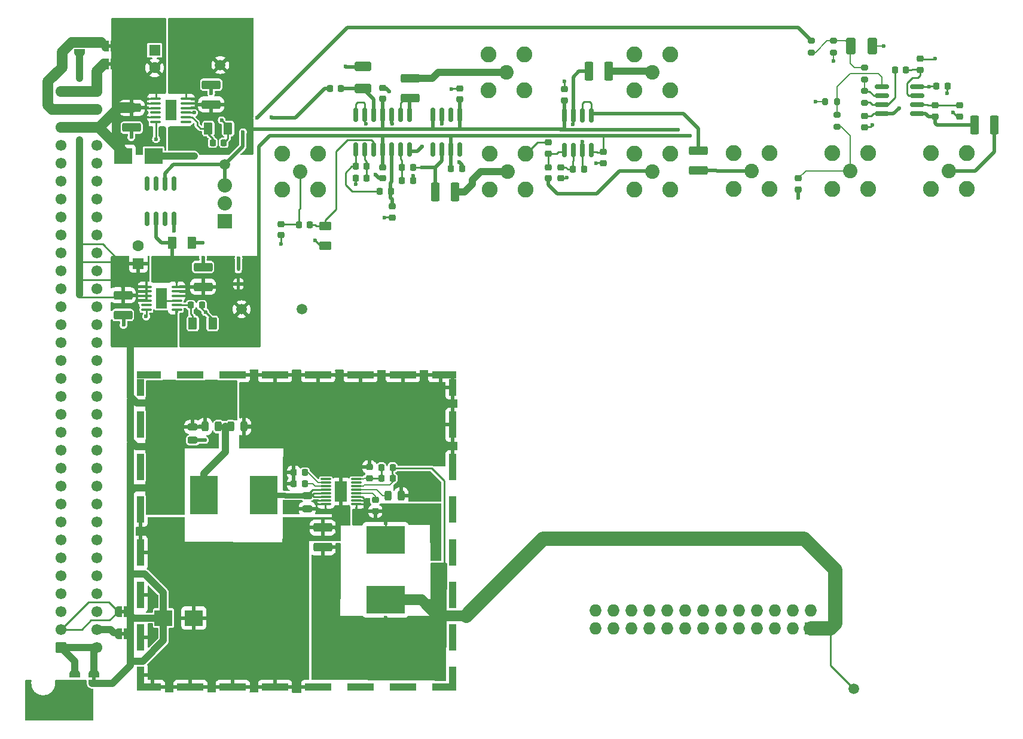
<source format=gbr>
G04 #@! TF.GenerationSoftware,KiCad,Pcbnew,(6.0.7)*
G04 #@! TF.CreationDate,2023-08-04T15:10:04+02:00*
G04 #@! TF.ProjectId,RedPitaya_Lockbox,52656450-6974-4617-9961-5f4c6f636b62,1.6*
G04 #@! TF.SameCoordinates,Original*
G04 #@! TF.FileFunction,Copper,L1,Top*
G04 #@! TF.FilePolarity,Positive*
%FSLAX46Y46*%
G04 Gerber Fmt 4.6, Leading zero omitted, Abs format (unit mm)*
G04 Created by KiCad (PCBNEW (6.0.7)) date 2023-08-04 15:10:04*
%MOMM*%
%LPD*%
G01*
G04 APERTURE LIST*
G04 Aperture macros list*
%AMRoundRect*
0 Rectangle with rounded corners*
0 $1 Rounding radius*
0 $2 $3 $4 $5 $6 $7 $8 $9 X,Y pos of 4 corners*
0 Add a 4 corners polygon primitive as box body*
4,1,4,$2,$3,$4,$5,$6,$7,$8,$9,$2,$3,0*
0 Add four circle primitives for the rounded corners*
1,1,$1+$1,$2,$3*
1,1,$1+$1,$4,$5*
1,1,$1+$1,$6,$7*
1,1,$1+$1,$8,$9*
0 Add four rect primitives between the rounded corners*
20,1,$1+$1,$2,$3,$4,$5,0*
20,1,$1+$1,$4,$5,$6,$7,0*
20,1,$1+$1,$6,$7,$8,$9,0*
20,1,$1+$1,$8,$9,$2,$3,0*%
%AMFreePoly0*
4,1,22,0.500000,-0.750000,0.000000,-0.750000,0.000000,-0.745033,-0.079941,-0.743568,-0.215256,-0.701293,-0.333266,-0.622738,-0.424486,-0.514219,-0.481581,-0.384460,-0.499164,-0.250000,-0.500000,-0.250000,-0.500000,0.250000,-0.499164,0.250000,-0.499963,0.256109,-0.478152,0.396186,-0.417904,0.524511,-0.324060,0.630769,-0.204165,0.706417,-0.067858,0.745374,0.000000,0.744959,0.000000,0.750000,
0.500000,0.750000,0.500000,-0.750000,0.500000,-0.750000,$1*%
%AMFreePoly1*
4,1,20,0.000000,0.744959,0.073905,0.744508,0.209726,0.703889,0.328688,0.626782,0.421226,0.519385,0.479903,0.390333,0.500000,0.250000,0.500000,-0.250000,0.499851,-0.262216,0.476331,-0.402017,0.414519,-0.529596,0.319384,-0.634700,0.198574,-0.708877,0.061801,-0.746166,0.000000,-0.745033,0.000000,-0.750000,-0.500000,-0.750000,-0.500000,0.750000,0.000000,0.750000,0.000000,0.744959,
0.000000,0.744959,$1*%
G04 Aperture macros list end*
G04 #@! TA.AperFunction,SMDPad,CuDef*
%ADD10RoundRect,0.218750X0.256250X-0.218750X0.256250X0.218750X-0.256250X0.218750X-0.256250X-0.218750X0*%
G04 #@! TD*
G04 #@! TA.AperFunction,SMDPad,CuDef*
%ADD11RoundRect,0.243750X-0.456250X0.243750X-0.456250X-0.243750X0.456250X-0.243750X0.456250X0.243750X0*%
G04 #@! TD*
G04 #@! TA.AperFunction,SMDPad,CuDef*
%ADD12RoundRect,0.150000X0.825000X0.150000X-0.825000X0.150000X-0.825000X-0.150000X0.825000X-0.150000X0*%
G04 #@! TD*
G04 #@! TA.AperFunction,ComponentPad*
%ADD13C,1.500000*%
G04 #@! TD*
G04 #@! TA.AperFunction,SMDPad,CuDef*
%ADD14RoundRect,0.218750X-0.256250X0.218750X-0.256250X-0.218750X0.256250X-0.218750X0.256250X0.218750X0*%
G04 #@! TD*
G04 #@! TA.AperFunction,ComponentPad*
%ADD15C,2.050000*%
G04 #@! TD*
G04 #@! TA.AperFunction,ComponentPad*
%ADD16C,2.250000*%
G04 #@! TD*
G04 #@! TA.AperFunction,SMDPad,CuDef*
%ADD17RoundRect,0.218750X0.218750X0.256250X-0.218750X0.256250X-0.218750X-0.256250X0.218750X-0.256250X0*%
G04 #@! TD*
G04 #@! TA.AperFunction,SMDPad,CuDef*
%ADD18RoundRect,0.218750X-0.218750X-0.256250X0.218750X-0.256250X0.218750X0.256250X-0.218750X0.256250X0*%
G04 #@! TD*
G04 #@! TA.AperFunction,SMDPad,CuDef*
%ADD19RoundRect,0.250000X-0.375000X-0.625000X0.375000X-0.625000X0.375000X0.625000X-0.375000X0.625000X0*%
G04 #@! TD*
G04 #@! TA.AperFunction,SMDPad,CuDef*
%ADD20RoundRect,0.250000X-0.625000X0.375000X-0.625000X-0.375000X0.625000X-0.375000X0.625000X0.375000X0*%
G04 #@! TD*
G04 #@! TA.AperFunction,ComponentPad*
%ADD21R,1.727200X1.727200*%
G04 #@! TD*
G04 #@! TA.AperFunction,ComponentPad*
%ADD22O,1.727200X1.727200*%
G04 #@! TD*
G04 #@! TA.AperFunction,SMDPad,CuDef*
%ADD23R,5.500000X4.000000*%
G04 #@! TD*
G04 #@! TA.AperFunction,SMDPad,CuDef*
%ADD24RoundRect,0.100000X-0.625000X-0.100000X0.625000X-0.100000X0.625000X0.100000X-0.625000X0.100000X0*%
G04 #@! TD*
G04 #@! TA.AperFunction,SMDPad,CuDef*
%ADD25R,1.650000X2.850000*%
G04 #@! TD*
G04 #@! TA.AperFunction,SMDPad,CuDef*
%ADD26RoundRect,0.250000X1.075000X-0.375000X1.075000X0.375000X-1.075000X0.375000X-1.075000X-0.375000X0*%
G04 #@! TD*
G04 #@! TA.AperFunction,SMDPad,CuDef*
%ADD27RoundRect,0.150000X0.150000X-0.825000X0.150000X0.825000X-0.150000X0.825000X-0.150000X-0.825000X0*%
G04 #@! TD*
G04 #@! TA.AperFunction,SMDPad,CuDef*
%ADD28RoundRect,0.243750X-0.243750X-0.456250X0.243750X-0.456250X0.243750X0.456250X-0.243750X0.456250X0*%
G04 #@! TD*
G04 #@! TA.AperFunction,SMDPad,CuDef*
%ADD29RoundRect,0.150000X-0.150000X0.825000X-0.150000X-0.825000X0.150000X-0.825000X0.150000X0.825000X0*%
G04 #@! TD*
G04 #@! TA.AperFunction,SMDPad,CuDef*
%ADD30RoundRect,0.250000X-1.075000X0.375000X-1.075000X-0.375000X1.075000X-0.375000X1.075000X0.375000X0*%
G04 #@! TD*
G04 #@! TA.AperFunction,SMDPad,CuDef*
%ADD31R,4.000000X5.500000*%
G04 #@! TD*
G04 #@! TA.AperFunction,ComponentPad*
%ADD32RoundRect,0.249999X0.525001X-0.525001X0.525001X0.525001X-0.525001X0.525001X-0.525001X-0.525001X0*%
G04 #@! TD*
G04 #@! TA.AperFunction,ComponentPad*
%ADD33C,1.550000*%
G04 #@! TD*
G04 #@! TA.AperFunction,SMDPad,CuDef*
%ADD34RoundRect,0.249998X0.925002X-0.412502X0.925002X0.412502X-0.925002X0.412502X-0.925002X-0.412502X0*%
G04 #@! TD*
G04 #@! TA.AperFunction,SMDPad,CuDef*
%ADD35RoundRect,0.075000X-0.650000X-0.075000X0.650000X-0.075000X0.650000X0.075000X-0.650000X0.075000X0*%
G04 #@! TD*
G04 #@! TA.AperFunction,SMDPad,CuDef*
%ADD36R,1.651000X2.845000*%
G04 #@! TD*
G04 #@! TA.AperFunction,SMDPad,CuDef*
%ADD37RoundRect,0.250000X0.375000X1.075000X-0.375000X1.075000X-0.375000X-1.075000X0.375000X-1.075000X0*%
G04 #@! TD*
G04 #@! TA.AperFunction,SMDPad,CuDef*
%ADD38R,3.800000X1.000000*%
G04 #@! TD*
G04 #@! TA.AperFunction,SMDPad,CuDef*
%ADD39R,1.000000X3.800000*%
G04 #@! TD*
G04 #@! TA.AperFunction,SMDPad,CuDef*
%ADD40R,2.440000X1.000000*%
G04 #@! TD*
G04 #@! TA.AperFunction,SMDPad,CuDef*
%ADD41R,1.000000X2.440000*%
G04 #@! TD*
G04 #@! TA.AperFunction,SMDPad,CuDef*
%ADD42R,1.000000X1.000000*%
G04 #@! TD*
G04 #@! TA.AperFunction,ComponentPad*
%ADD43R,2.032000X2.032000*%
G04 #@! TD*
G04 #@! TA.AperFunction,ComponentPad*
%ADD44C,2.032000*%
G04 #@! TD*
G04 #@! TA.AperFunction,SMDPad,CuDef*
%ADD45RoundRect,0.250000X0.375000X0.625000X-0.375000X0.625000X-0.375000X-0.625000X0.375000X-0.625000X0*%
G04 #@! TD*
G04 #@! TA.AperFunction,SMDPad,CuDef*
%ADD46FreePoly0,270.000000*%
G04 #@! TD*
G04 #@! TA.AperFunction,SMDPad,CuDef*
%ADD47FreePoly1,270.000000*%
G04 #@! TD*
G04 #@! TA.AperFunction,SMDPad,CuDef*
%ADD48FreePoly0,0.000000*%
G04 #@! TD*
G04 #@! TA.AperFunction,SMDPad,CuDef*
%ADD49FreePoly1,0.000000*%
G04 #@! TD*
G04 #@! TA.AperFunction,SMDPad,CuDef*
%ADD50R,0.450000X0.600000*%
G04 #@! TD*
G04 #@! TA.AperFunction,ComponentPad*
%ADD51R,1.600000X1.600000*%
G04 #@! TD*
G04 #@! TA.AperFunction,ComponentPad*
%ADD52C,1.600000*%
G04 #@! TD*
G04 #@! TA.AperFunction,SMDPad,CuDef*
%ADD53R,2.500000X2.300000*%
G04 #@! TD*
G04 #@! TA.AperFunction,SMDPad,CuDef*
%ADD54RoundRect,0.200000X-0.275000X0.200000X-0.275000X-0.200000X0.275000X-0.200000X0.275000X0.200000X0*%
G04 #@! TD*
G04 #@! TA.AperFunction,SMDPad,CuDef*
%ADD55RoundRect,0.200000X0.275000X-0.200000X0.275000X0.200000X-0.275000X0.200000X-0.275000X-0.200000X0*%
G04 #@! TD*
G04 #@! TA.AperFunction,SMDPad,CuDef*
%ADD56RoundRect,0.250000X-0.412500X-0.925000X0.412500X-0.925000X0.412500X0.925000X-0.412500X0.925000X0*%
G04 #@! TD*
G04 #@! TA.AperFunction,SMDPad,CuDef*
%ADD57RoundRect,0.200000X0.200000X0.275000X-0.200000X0.275000X-0.200000X-0.275000X0.200000X-0.275000X0*%
G04 #@! TD*
G04 #@! TA.AperFunction,ViaPad*
%ADD58C,0.600000*%
G04 #@! TD*
G04 #@! TA.AperFunction,Conductor*
%ADD59C,1.000000*%
G04 #@! TD*
G04 #@! TA.AperFunction,Conductor*
%ADD60C,0.500000*%
G04 #@! TD*
G04 #@! TA.AperFunction,Conductor*
%ADD61C,0.250000*%
G04 #@! TD*
G04 #@! TA.AperFunction,Conductor*
%ADD62C,0.200000*%
G04 #@! TD*
G04 #@! TA.AperFunction,Conductor*
%ADD63C,1.500000*%
G04 #@! TD*
G04 #@! TA.AperFunction,Conductor*
%ADD64C,2.000000*%
G04 #@! TD*
G04 #@! TA.AperFunction,Conductor*
%ADD65C,0.750000*%
G04 #@! TD*
G04 #@! TA.AperFunction,Conductor*
%ADD66C,0.550000*%
G04 #@! TD*
G04 APERTURE END LIST*
D10*
X124350000Y-54437500D03*
X124350000Y-52862500D03*
X177000000Y-42587500D03*
X177000000Y-41012500D03*
D11*
X90200000Y-102862500D03*
X90200000Y-104737500D03*
D10*
X99000000Y-100387500D03*
X99000000Y-98812500D03*
D12*
X176575000Y-48805000D03*
X176575000Y-47535000D03*
X176575000Y-46265000D03*
X176575000Y-44995000D03*
X171625000Y-44995000D03*
X171625000Y-46265000D03*
X171625000Y-47535000D03*
X171625000Y-48805000D03*
D13*
X78500000Y-56020000D03*
X167600000Y-130200000D03*
D10*
X182600000Y-49187500D03*
X182600000Y-47612500D03*
D14*
X99850000Y-103512500D03*
X99850000Y-105087500D03*
D10*
X179100000Y-49187500D03*
X179100000Y-47612500D03*
D15*
X181100000Y-56900000D03*
D16*
X178560000Y-54360000D03*
X178560000Y-59440000D03*
X183640000Y-59440000D03*
X183640000Y-54360000D03*
D17*
X78387500Y-52900000D03*
X76812500Y-52900000D03*
D18*
X93412500Y-45200000D03*
X94987500Y-45200000D03*
D15*
X89200000Y-57000000D03*
D16*
X86660000Y-59540000D03*
X91740000Y-59540000D03*
X91740000Y-54460000D03*
X86660000Y-54460000D03*
D19*
X71100000Y-67100000D03*
X73900000Y-67100000D03*
D20*
X92800000Y-64700000D03*
X92800000Y-67500000D03*
D21*
X161467000Y-121667000D03*
D22*
X161467000Y-119127000D03*
X158927000Y-121667000D03*
X158927000Y-119127000D03*
X156387000Y-121667000D03*
X156387000Y-119127000D03*
X153847000Y-121667000D03*
X153847000Y-119127000D03*
X151307000Y-121667000D03*
X151307000Y-119127000D03*
X148767000Y-121667000D03*
X148767000Y-119127000D03*
X146227000Y-121667000D03*
X146227000Y-119127000D03*
X143687000Y-121667000D03*
X143687000Y-119127000D03*
X141147000Y-121667000D03*
X141147000Y-119127000D03*
X138607000Y-121667000D03*
X138607000Y-119127000D03*
X136067000Y-121667000D03*
X136067000Y-119127000D03*
X133527000Y-121667000D03*
X133527000Y-119127000D03*
X130987000Y-121667000D03*
X130987000Y-119127000D03*
D23*
X101300000Y-109150000D03*
X101300000Y-117650000D03*
D24*
X67440000Y-73295000D03*
X67440000Y-73945000D03*
X67440000Y-74595000D03*
X67440000Y-75245000D03*
X67440000Y-75895000D03*
X67440000Y-76545000D03*
X71740000Y-76545000D03*
X71740000Y-75895000D03*
X71740000Y-75245000D03*
X71740000Y-74595000D03*
X71740000Y-73945000D03*
X71740000Y-73295000D03*
D25*
X69590000Y-74920000D03*
D19*
X74000000Y-78500000D03*
X76800000Y-78500000D03*
D13*
X80900000Y-76500000D03*
D17*
X129387500Y-56650000D03*
X127812500Y-56650000D03*
X112137500Y-56600000D03*
X110562500Y-56600000D03*
D26*
X92400000Y-110200000D03*
X92400000Y-107400000D03*
D13*
X77900000Y-41900000D03*
D18*
X103612500Y-58300000D03*
X105187500Y-58300000D03*
D27*
X97090000Y-53875000D03*
X98360000Y-53875000D03*
X99630000Y-53875000D03*
X100900000Y-53875000D03*
X102170000Y-53875000D03*
X103440000Y-53875000D03*
X104710000Y-53875000D03*
X104710000Y-48925000D03*
X103440000Y-48925000D03*
X102170000Y-48925000D03*
X100900000Y-48925000D03*
X99630000Y-48925000D03*
X98360000Y-48925000D03*
X97090000Y-48925000D03*
D14*
X126600000Y-45312500D03*
X126600000Y-46887500D03*
X111800000Y-45212500D03*
X111800000Y-46787500D03*
D28*
X79362500Y-93100000D03*
X81237500Y-93100000D03*
D29*
X130405000Y-49025000D03*
X129135000Y-49025000D03*
X127865000Y-49025000D03*
X126595000Y-49025000D03*
X126595000Y-53975000D03*
X127865000Y-53975000D03*
X129135000Y-53975000D03*
X130405000Y-53975000D03*
D10*
X132100000Y-55787500D03*
X132100000Y-54212500D03*
D17*
X90587500Y-64500000D03*
X89012500Y-64500000D03*
X105197500Y-56360000D03*
X103622500Y-56360000D03*
D30*
X104800000Y-43800000D03*
X104800000Y-46600000D03*
D31*
X75550000Y-102800000D03*
X84050000Y-102800000D03*
D18*
X88312500Y-99600000D03*
X89887500Y-99600000D03*
D15*
X153100000Y-56900000D03*
D16*
X155640000Y-59440000D03*
X150560000Y-54360000D03*
X155640000Y-54360000D03*
X150560000Y-59440000D03*
D32*
X55360000Y-124370000D03*
D33*
X55360000Y-121830000D03*
X55360000Y-119290000D03*
X55360000Y-116750000D03*
X55360000Y-114210000D03*
X55360000Y-111670000D03*
X55360000Y-109130000D03*
X55360000Y-106590000D03*
X55360000Y-104050000D03*
X55360000Y-101510000D03*
X55360000Y-98970000D03*
X55360000Y-96430000D03*
X55360000Y-93890000D03*
X55360000Y-91350000D03*
X55360000Y-88810000D03*
X55360000Y-86270000D03*
X55360000Y-83730000D03*
X55360000Y-81190000D03*
X55360000Y-78650000D03*
X55360000Y-76110000D03*
X55360000Y-73570000D03*
X55360000Y-71030000D03*
X55360000Y-68490000D03*
X55360000Y-65950000D03*
X55360000Y-63410000D03*
X55360000Y-60870000D03*
X55360000Y-58330000D03*
X55360000Y-55790000D03*
X55360000Y-53250000D03*
X55360000Y-50710000D03*
X55360000Y-48170000D03*
X55360000Y-45630000D03*
X60440000Y-124370000D03*
X60440000Y-121830000D03*
X60440000Y-119290000D03*
X60440000Y-116750000D03*
X60440000Y-114210000D03*
X60440000Y-111670000D03*
X60440000Y-109130000D03*
X60440000Y-106590000D03*
X60440000Y-104050000D03*
X60440000Y-101510000D03*
X60440000Y-98970000D03*
X60440000Y-96430000D03*
X60440000Y-93890000D03*
X60440000Y-91350000D03*
X60440000Y-88810000D03*
X60440000Y-86270000D03*
X60440000Y-83730000D03*
X60440000Y-81190000D03*
X60440000Y-78650000D03*
X60440000Y-76110000D03*
X60440000Y-73570000D03*
X60440000Y-71030000D03*
X60440000Y-68490000D03*
X60440000Y-65950000D03*
X60440000Y-63410000D03*
X60440000Y-60870000D03*
X60440000Y-58330000D03*
X60440000Y-55790000D03*
X60440000Y-53250000D03*
X60440000Y-50710000D03*
X60440000Y-48170000D03*
X60440000Y-45630000D03*
D24*
X68747500Y-46686250D03*
X68747500Y-47336250D03*
X68747500Y-47986250D03*
X68747500Y-48636250D03*
X68747500Y-49286250D03*
X68747500Y-49936250D03*
X73047500Y-49936250D03*
X73047500Y-49286250D03*
X73047500Y-48636250D03*
X73047500Y-47986250D03*
X73047500Y-47336250D03*
X73047500Y-46686250D03*
D25*
X70897500Y-48311250D03*
D27*
X67495000Y-63675000D03*
X68765000Y-63675000D03*
X70035000Y-63675000D03*
X71305000Y-63675000D03*
X71305000Y-58725000D03*
X70035000Y-58725000D03*
X68765000Y-58725000D03*
X67495000Y-58725000D03*
D26*
X145600000Y-56800000D03*
X145600000Y-54000000D03*
D14*
X124350000Y-56362500D03*
X124350000Y-57937500D03*
D10*
X102200000Y-63487500D03*
X102200000Y-61912500D03*
D26*
X65350000Y-50750000D03*
X65350000Y-47950000D03*
D30*
X64100000Y-74500000D03*
X64100000Y-77300000D03*
D26*
X75450000Y-73300000D03*
X75450000Y-70500000D03*
D18*
X73712500Y-75900000D03*
X75287500Y-75900000D03*
D17*
X102037500Y-59800000D03*
X100462500Y-59800000D03*
D14*
X100900000Y-45112500D03*
X100900000Y-46687500D03*
D34*
X98060000Y-45202500D03*
X98060000Y-42127500D03*
D35*
X92850000Y-100550000D03*
X92850000Y-101050000D03*
X92850000Y-101550000D03*
X92850000Y-102050000D03*
X92850000Y-102550000D03*
X92850000Y-103050000D03*
X92850000Y-103550000D03*
X92850000Y-104050000D03*
X97150000Y-104050000D03*
X97150000Y-103550000D03*
X97150000Y-103050000D03*
X97150000Y-102550000D03*
X97150000Y-102050000D03*
X97150000Y-101550000D03*
X97150000Y-101050000D03*
X97150000Y-100550000D03*
D36*
X95000000Y-102300000D03*
D30*
X76600000Y-44690000D03*
X76600000Y-47490000D03*
D15*
X118400000Y-42900000D03*
D16*
X120940000Y-45440000D03*
X115860000Y-40360000D03*
X115860000Y-45440000D03*
X120940000Y-40360000D03*
D37*
X132900000Y-42800000D03*
X130100000Y-42800000D03*
X111100000Y-59900000D03*
X108300000Y-59900000D03*
X187500000Y-50400000D03*
X184700000Y-50400000D03*
D10*
X169100000Y-50687500D03*
X169100000Y-49112500D03*
D28*
X101662500Y-102900000D03*
X103537500Y-102900000D03*
D17*
X174987500Y-42600000D03*
X173412500Y-42600000D03*
D29*
X111805000Y-48925000D03*
X110535000Y-48925000D03*
X109265000Y-48925000D03*
X107995000Y-48925000D03*
X107995000Y-53875000D03*
X109265000Y-53875000D03*
X110535000Y-53875000D03*
X111805000Y-53875000D03*
D17*
X180887500Y-44900000D03*
X179312500Y-44900000D03*
X89887500Y-101200000D03*
X88312500Y-101200000D03*
D15*
X139100000Y-42900000D03*
D16*
X136560000Y-45440000D03*
X136560000Y-40360000D03*
X141640000Y-45440000D03*
X141640000Y-40360000D03*
D15*
X167100000Y-56900000D03*
D16*
X164560000Y-59440000D03*
X164560000Y-54360000D03*
X169640000Y-59440000D03*
X169640000Y-54360000D03*
D18*
X97062500Y-56260000D03*
X98637500Y-56260000D03*
X97062500Y-57900000D03*
X98637500Y-57900000D03*
D10*
X126100000Y-57937500D03*
X126100000Y-56362500D03*
D15*
X118600000Y-57000000D03*
D16*
X116060000Y-54460000D03*
X116060000Y-59540000D03*
X121140000Y-59540000D03*
X121140000Y-54460000D03*
D15*
X139100000Y-57000000D03*
D16*
X141640000Y-59540000D03*
X136560000Y-54460000D03*
X141640000Y-54460000D03*
X136560000Y-59540000D03*
D28*
X75762500Y-93100000D03*
X77637500Y-93100000D03*
D13*
X89490000Y-76460000D03*
D38*
X79650000Y-85810000D03*
X103750000Y-129990000D03*
D39*
X66610000Y-104850000D03*
D38*
X73650000Y-85810000D03*
D40*
X109070000Y-129990000D03*
D38*
X103750000Y-85810000D03*
D41*
X110790000Y-87530000D03*
X66610000Y-87530000D03*
D39*
X110790000Y-92850000D03*
X66610000Y-110950000D03*
D42*
X66610000Y-85810000D03*
X110790000Y-85810000D03*
D39*
X66610000Y-92850000D03*
X66610000Y-122950000D03*
D40*
X109070000Y-85810000D03*
D42*
X66610000Y-129990000D03*
D39*
X110790000Y-110950000D03*
D40*
X68330000Y-85810000D03*
D38*
X79650000Y-129990000D03*
D39*
X66610000Y-116950000D03*
X110790000Y-98850000D03*
D38*
X97750000Y-85810000D03*
D39*
X110790000Y-116950000D03*
D38*
X85650000Y-129990000D03*
X91750000Y-85810000D03*
D39*
X110790000Y-122950000D03*
D38*
X97750000Y-129990000D03*
X91750000Y-129990000D03*
X73650000Y-129990000D03*
D41*
X110790000Y-128270000D03*
D42*
X110790000Y-129990000D03*
D40*
X68330000Y-129990000D03*
D39*
X66610000Y-98850000D03*
D38*
X85650000Y-85810000D03*
D39*
X110790000Y-104850000D03*
D41*
X66610000Y-128270000D03*
D43*
X78500000Y-63980000D03*
D44*
X78500000Y-61440000D03*
X78500000Y-58900000D03*
D17*
X102287500Y-98900000D03*
X100712500Y-98900000D03*
D45*
X79000000Y-50900000D03*
X76200000Y-50900000D03*
D11*
X74000000Y-93162500D03*
X74000000Y-95037500D03*
D10*
X100900000Y-57937500D03*
X100900000Y-56362500D03*
D17*
X102287500Y-100400000D03*
X100712500Y-100400000D03*
D14*
X159750000Y-57962500D03*
X159750000Y-59537500D03*
X86500000Y-64425000D03*
X86500000Y-66000000D03*
D46*
X57300000Y-128150000D03*
D47*
X57300000Y-129450000D03*
D46*
X58000000Y-38850000D03*
D47*
X58000000Y-40150000D03*
D46*
X60000000Y-128150000D03*
D47*
X60000000Y-129450000D03*
D48*
X63450000Y-119300000D03*
D49*
X64750000Y-119300000D03*
D48*
X63450000Y-122400000D03*
D49*
X64750000Y-122400000D03*
D48*
X61600000Y-39250000D03*
D49*
X62900000Y-39250000D03*
D48*
X61600000Y-41750000D03*
D49*
X62900000Y-41750000D03*
D50*
X80454500Y-72906600D03*
X80454500Y-70806600D03*
D51*
X66300000Y-70000000D03*
D52*
X66300000Y-67500000D03*
D51*
X68600000Y-39800000D03*
D52*
X68600000Y-42300000D03*
D53*
X69850000Y-120200000D03*
X74150000Y-120200000D03*
X68450000Y-54800000D03*
X64150000Y-54800000D03*
D54*
X169100000Y-42275000D03*
X169100000Y-43925000D03*
D55*
X161600000Y-40125000D03*
X161600000Y-38475000D03*
X169100000Y-47225000D03*
X169100000Y-45575000D03*
D56*
X167162500Y-39200000D03*
X170237500Y-39200000D03*
D55*
X164700000Y-40125000D03*
X164700000Y-38475000D03*
D54*
X165200000Y-48975000D03*
X165200000Y-50625000D03*
D57*
X165225000Y-47100000D03*
X163575000Y-47100000D03*
D58*
X58000000Y-53500000D03*
X58000000Y-43750000D03*
X58000000Y-54500000D03*
X58000000Y-41250000D03*
X58000000Y-52500000D03*
X58000000Y-42500000D03*
X87600000Y-118900000D03*
X85600000Y-118900000D03*
X85600000Y-116900000D03*
X87600000Y-116900000D03*
X89600000Y-116900000D03*
X89600000Y-114900000D03*
X87600000Y-114900000D03*
X85600000Y-114900000D03*
X83600000Y-114900000D03*
X81600000Y-114900000D03*
X79600000Y-114900000D03*
X77600000Y-114900000D03*
X75600000Y-114900000D03*
X73600000Y-114900000D03*
X71600000Y-114900000D03*
X69600000Y-114900000D03*
X69600000Y-112900000D03*
X71600000Y-112900000D03*
X73600000Y-112900000D03*
X75600000Y-112900000D03*
X77600000Y-112900000D03*
X79600000Y-112900000D03*
X81600000Y-112900000D03*
X83600000Y-112900000D03*
X108600000Y-97400000D03*
X107600000Y-97400000D03*
X106600000Y-97400000D03*
X105600000Y-97400000D03*
X104600000Y-97400000D03*
X103600000Y-97400000D03*
X102600000Y-97400000D03*
X101600000Y-97400000D03*
X100600000Y-97400000D03*
X99600000Y-97400000D03*
X98600000Y-97400000D03*
X89600000Y-126900000D03*
X87600000Y-126900000D03*
X85600000Y-126900000D03*
X85600000Y-124900000D03*
X87600000Y-124900000D03*
X89600000Y-124900000D03*
X89600000Y-122900000D03*
X87600000Y-122900000D03*
X85600000Y-122900000D03*
X85600000Y-120900000D03*
X87600000Y-120900000D03*
X89600000Y-120900000D03*
X89600000Y-118900000D03*
X94600000Y-99400000D03*
X95600000Y-99400000D03*
X96600000Y-99400000D03*
X97600000Y-99400000D03*
X82600000Y-93200000D03*
X101100000Y-63500000D03*
X95600000Y-42100000D03*
X110600000Y-45300000D03*
X126600000Y-44200000D03*
X64200000Y-78700000D03*
X95400000Y-102200000D03*
X94600000Y-103200000D03*
X95400000Y-103200000D03*
X71600000Y-108900000D03*
X69600000Y-108900000D03*
X69600000Y-106900000D03*
X71600000Y-106900000D03*
X89600000Y-106900000D03*
X103600000Y-100900000D03*
X103600000Y-99900000D03*
X104600000Y-99900000D03*
X105600000Y-99900000D03*
X106600000Y-99900000D03*
X107600000Y-99900000D03*
X108600000Y-100900000D03*
X107600000Y-100900000D03*
X106600000Y-100900000D03*
X105600000Y-100900000D03*
X104600000Y-100900000D03*
X95700000Y-106200000D03*
X94400000Y-106200000D03*
X94400000Y-107500000D03*
X94400000Y-108800000D03*
X92500000Y-108900000D03*
X94400000Y-104700000D03*
X69177500Y-75988750D03*
X70002500Y-75988750D03*
X69177500Y-75276250D03*
X69177500Y-74563750D03*
X70000000Y-74560000D03*
X69177500Y-73851250D03*
X70002500Y-73851250D03*
X104600000Y-101900000D03*
X105600000Y-101900000D03*
X106600000Y-101900000D03*
X107600000Y-101900000D03*
X108600000Y-101900000D03*
X108600000Y-102900000D03*
X107600000Y-102900000D03*
X106600000Y-102900000D03*
X105600000Y-102900000D03*
X87600000Y-98400000D03*
X88600000Y-98400000D03*
X92600000Y-98400000D03*
X93600000Y-98400000D03*
X94600000Y-98400000D03*
X95600000Y-98400000D03*
X96600000Y-98400000D03*
X97600000Y-98400000D03*
X79600000Y-130000000D03*
X73650000Y-129990000D03*
X66700000Y-129900000D03*
X85600000Y-112900000D03*
X87600000Y-112900000D03*
X89600000Y-112900000D03*
X89600000Y-110900000D03*
X87600000Y-110900000D03*
X85600000Y-110900000D03*
X83600000Y-110900000D03*
X81600000Y-110900000D03*
X79600000Y-110900000D03*
X77600000Y-110900000D03*
X75600000Y-110900000D03*
X73600000Y-110900000D03*
X71600000Y-110900000D03*
X69600000Y-110900000D03*
X89600000Y-108900000D03*
X106600000Y-96400000D03*
X105600000Y-96400000D03*
X104600000Y-96400000D03*
X103600000Y-96400000D03*
X102600000Y-96400000D03*
X101600000Y-96400000D03*
X100600000Y-96400000D03*
X99600000Y-96400000D03*
X98600000Y-96400000D03*
X97600000Y-96400000D03*
X96600000Y-96400000D03*
X95600000Y-96400000D03*
X94600000Y-96400000D03*
X93600000Y-96400000D03*
X92600000Y-96400000D03*
X91600000Y-96400000D03*
X90600000Y-96400000D03*
X89600000Y-96400000D03*
X88600000Y-96400000D03*
X87600000Y-96400000D03*
X65300000Y-52100000D03*
X94600000Y-101200000D03*
X95400000Y-101200000D03*
X94600000Y-102200000D03*
X76600000Y-45900000D03*
X70002500Y-75276250D03*
X88700000Y-104700000D03*
X127000000Y-57800000D03*
X111700000Y-55600000D03*
X73700000Y-85800000D03*
X79650000Y-85810000D03*
X85600000Y-85800000D03*
X91750000Y-85810000D03*
X97700000Y-85800000D03*
X103750000Y-85810000D03*
X110790000Y-85810000D03*
X110790000Y-92850000D03*
X103750000Y-129990000D03*
X68330000Y-85810000D03*
X66610000Y-87530000D03*
X109070000Y-85810000D03*
X110790000Y-87530000D03*
X110790000Y-128270000D03*
X109070000Y-129990000D03*
X66610000Y-128270000D03*
X68330000Y-129990000D03*
X95700000Y-104700000D03*
X97600000Y-97400000D03*
X96600000Y-97400000D03*
X95600000Y-97400000D03*
X94600000Y-97400000D03*
X93600000Y-97400000D03*
X92600000Y-97400000D03*
X91600000Y-97400000D03*
X90600000Y-97400000D03*
X89600000Y-97400000D03*
X88600000Y-97400000D03*
X87600000Y-97400000D03*
X89600000Y-98400000D03*
X90600000Y-98400000D03*
X91600000Y-98400000D03*
X91600000Y-99400000D03*
X92600000Y-99400000D03*
X93600000Y-99400000D03*
X110800000Y-98800000D03*
X110790000Y-104850000D03*
X110800000Y-111000000D03*
X110790000Y-116950000D03*
X110800000Y-123000000D03*
X110790000Y-129990000D03*
X97750000Y-129990000D03*
X91700000Y-130100000D03*
X85650000Y-129990000D03*
X66500000Y-117000000D03*
X66610000Y-110950000D03*
X66600000Y-104800000D03*
X66610000Y-98850000D03*
X66600000Y-92800000D03*
X66610000Y-85810000D03*
X101850000Y-45650000D03*
X99850000Y-57400000D03*
X181700000Y-48600000D03*
X78100000Y-49700000D03*
X75800000Y-76900000D03*
X91300000Y-66700000D03*
X97100000Y-58800000D03*
X170200000Y-50400000D03*
X180850000Y-45900000D03*
X131100000Y-55800000D03*
X74175000Y-48650000D03*
X179100000Y-41000000D03*
X108600000Y-96400000D03*
X107600000Y-96400000D03*
X66610000Y-122950000D03*
X57300000Y-131100000D03*
X58300000Y-131100000D03*
X56300000Y-132100000D03*
X57300000Y-132100000D03*
X58300000Y-132100000D03*
X56300000Y-133100000D03*
X57300000Y-133100000D03*
X58300000Y-133100000D03*
X75700000Y-95000000D03*
X86500000Y-67250000D03*
X68799998Y-52400000D03*
X74200000Y-54800000D03*
X75450700Y-69176900D03*
X71305000Y-65405000D03*
X171800000Y-39200000D03*
X73300000Y-54800000D03*
X71500000Y-54800000D03*
X159750000Y-60750000D03*
X75400000Y-67100000D03*
X70500000Y-54800000D03*
X162200000Y-47100000D03*
X56300000Y-131100000D03*
X67400000Y-77500000D03*
X80479900Y-69265800D03*
X72400000Y-54800000D03*
X164700000Y-41300000D03*
X70485000Y-47242500D03*
X71310000Y-47242500D03*
X71310000Y-47955000D03*
X70485000Y-47955000D03*
X70485000Y-48667500D03*
X71310000Y-48667500D03*
X70485000Y-49380000D03*
X71310000Y-49380000D03*
X66000000Y-42000000D03*
X64500000Y-43500000D03*
X66000000Y-43500000D03*
X64500000Y-45000000D03*
X66000000Y-45000000D03*
X67500000Y-45000000D03*
X69000000Y-45000000D03*
X64500000Y-42000000D03*
X174000000Y-48000000D03*
X144400000Y-51900000D03*
X102200000Y-50200000D03*
X106440000Y-56360000D03*
X109300000Y-50200000D03*
X106500000Y-53400000D03*
X178300000Y-45000000D03*
X142750001Y-51050001D03*
X127850000Y-50300000D03*
X129200000Y-52800000D03*
X105200000Y-57600000D03*
X98500000Y-50250000D03*
X85100000Y-49319999D03*
X81100000Y-51400000D03*
X83100000Y-49400000D03*
D59*
X58000000Y-42500000D02*
X58000000Y-43750000D01*
X58000000Y-41250000D02*
X58000000Y-42500000D01*
D60*
X64750000Y-119300000D02*
X63450000Y-119300000D01*
D59*
X66920002Y-126300000D02*
X69850000Y-123370002D01*
D61*
X67440000Y-74595000D02*
X66305000Y-74595000D01*
X58155001Y-72344999D02*
X64044999Y-72344999D01*
X62125001Y-117975001D02*
X63450000Y-119300000D01*
X61250000Y-67250000D02*
X64000000Y-70000000D01*
X63804999Y-74795001D02*
X64100000Y-74500000D01*
D59*
X65409999Y-95310001D02*
X65200000Y-95520000D01*
D61*
X71695000Y-77505000D02*
X71500000Y-77700000D01*
D59*
X65200000Y-126300000D02*
X66920002Y-126300000D01*
D61*
X67440000Y-75245000D02*
X66255000Y-75245000D01*
X55360000Y-121830000D02*
X59214999Y-117975001D01*
X64100000Y-72400000D02*
X64100000Y-74500000D01*
D59*
X55360000Y-124370000D02*
X60440000Y-124370000D01*
X58000000Y-52500000D02*
X58000000Y-55100000D01*
X69100000Y-101800000D02*
X70400000Y-103100000D01*
D61*
X59584999Y-120515001D02*
X62234999Y-120515001D01*
D59*
X69850000Y-120200000D02*
X65600000Y-120200000D01*
D61*
X66300000Y-74600000D02*
X66000000Y-74600000D01*
D59*
X57300000Y-126310000D02*
X55360000Y-124370000D01*
X58000000Y-40150000D02*
X58000000Y-41250000D01*
D60*
X63450000Y-122400000D02*
X62900000Y-122400000D01*
D59*
X65200000Y-119800000D02*
X65200000Y-114000000D01*
X57300000Y-128150000D02*
X57300000Y-126310000D01*
D61*
X58000000Y-69750000D02*
X63750000Y-69750000D01*
D59*
X58000000Y-69750000D02*
X58000000Y-72500000D01*
X60440000Y-121830000D02*
X62330000Y-121830000D01*
D61*
X63750000Y-69750000D02*
X64000000Y-70000000D01*
X66260000Y-71940000D02*
X67440000Y-71940000D01*
X62234999Y-120515001D02*
X63450000Y-119300000D01*
D59*
X65600000Y-120200000D02*
X65200000Y-119800000D01*
D61*
X58000000Y-74750000D02*
X58045001Y-74795001D01*
D59*
X69850000Y-116630002D02*
X69850000Y-120200000D01*
X69850000Y-123370002D02*
X69850000Y-120200000D01*
D61*
X58000000Y-72500000D02*
X58155001Y-72344999D01*
D59*
X65200000Y-89319998D02*
X65200000Y-95100002D01*
X67219998Y-114000000D02*
X69850000Y-116630002D01*
X65409999Y-102109999D02*
X65719998Y-101800000D01*
D61*
X64000000Y-70000000D02*
X64100000Y-70100000D01*
D59*
X60000000Y-124810000D02*
X60440000Y-124370000D01*
D61*
X66000000Y-74990000D02*
X66000000Y-74600000D01*
D59*
X65999998Y-95900000D02*
X68900000Y-95900000D01*
X70637500Y-89800000D02*
X66100000Y-89800000D01*
X65200000Y-114000000D02*
X65200000Y-102319998D01*
D60*
X63450000Y-122400000D02*
X64750000Y-122400000D01*
D59*
X65409999Y-89109999D02*
X65200000Y-88900000D01*
X62330000Y-121830000D02*
X62800000Y-122300000D01*
D61*
X66000000Y-72200000D02*
X66260000Y-71940000D01*
X66000000Y-73900000D02*
X66000000Y-72200000D01*
D59*
X65200000Y-126900000D02*
X65200000Y-126300000D01*
D60*
X62900000Y-122400000D02*
X62800000Y-122300000D01*
D61*
X66045000Y-73945000D02*
X66000000Y-73900000D01*
D59*
X65200000Y-88900000D02*
X65200000Y-81700000D01*
D61*
X67440000Y-73945000D02*
X66045000Y-73945000D01*
D59*
X58000000Y-54500000D02*
X58000000Y-55100000D01*
X65200000Y-102319998D02*
X65409999Y-102109999D01*
D61*
X64044999Y-72344999D02*
X64100000Y-72400000D01*
D59*
X65200000Y-95100002D02*
X65409999Y-95310001D01*
X65200000Y-95520000D02*
X65200000Y-102319998D01*
X65200000Y-81700000D02*
X67100000Y-79800000D01*
X65409999Y-89109999D02*
X65200000Y-89319998D01*
D61*
X64100000Y-70100000D02*
X64100000Y-72400000D01*
X66305000Y-74595000D02*
X66300000Y-74600000D01*
D59*
X60000000Y-129450000D02*
X62650000Y-129450000D01*
D61*
X55360000Y-121830000D02*
X58270000Y-121830000D01*
D59*
X65200000Y-114000000D02*
X67219998Y-114000000D01*
D61*
X59214999Y-117975001D02*
X62125001Y-117975001D01*
D59*
X65719998Y-101800000D02*
X69100000Y-101800000D01*
D61*
X58000000Y-67250000D02*
X61250000Y-67250000D01*
X66000000Y-74600000D02*
X66000000Y-73900000D01*
D60*
X60000000Y-128150000D02*
X60000000Y-129450000D01*
D61*
X69200000Y-77700000D02*
X67100000Y-79800000D01*
D59*
X65409999Y-95310001D02*
X65999998Y-95900000D01*
X58000000Y-67250000D02*
X58000000Y-69750000D01*
D61*
X58045001Y-74795001D02*
X63804999Y-74795001D01*
D59*
X58000000Y-55100000D02*
X58000000Y-67250000D01*
D61*
X58270000Y-121830000D02*
X59584999Y-120515001D01*
X67440000Y-71940000D02*
X67440000Y-73295000D01*
D59*
X60000000Y-127500000D02*
X60000000Y-124810000D01*
X62650000Y-129450000D02*
X65200000Y-126900000D01*
X65200000Y-126300000D02*
X65200000Y-119800000D01*
D61*
X71500000Y-77700000D02*
X69200000Y-77700000D01*
X71695000Y-76545000D02*
X71695000Y-77505000D01*
D60*
X60000000Y-128150000D02*
X60000000Y-127500000D01*
D59*
X58000000Y-72500000D02*
X58000000Y-74400000D01*
X66100000Y-89800000D02*
X65409999Y-89109999D01*
D61*
X66255000Y-75245000D02*
X66000000Y-74990000D01*
X85600000Y-116900000D02*
X85600000Y-118900000D01*
X89600000Y-116900000D02*
X87600000Y-116900000D01*
X87600000Y-114900000D02*
X89600000Y-114900000D01*
X83600000Y-114900000D02*
X85600000Y-114900000D01*
X79600000Y-114900000D02*
X81600000Y-114900000D01*
X75600000Y-114900000D02*
X77600000Y-114900000D01*
X71600000Y-114900000D02*
X73600000Y-114900000D01*
X69600000Y-112900000D02*
X69600000Y-114900000D01*
X73600000Y-112900000D02*
X71600000Y-112900000D01*
X77600000Y-112900000D02*
X75600000Y-112900000D01*
X81600000Y-112900000D02*
X79600000Y-112900000D01*
X85600000Y-112900000D02*
X83600000Y-112900000D01*
X107600000Y-97400000D02*
X108600000Y-97400000D01*
X105600000Y-97400000D02*
X106600000Y-97400000D01*
X103600000Y-97400000D02*
X104600000Y-97400000D01*
X101600000Y-97400000D02*
X102600000Y-97400000D01*
X99600000Y-97400000D02*
X100600000Y-97400000D01*
X97600000Y-97400000D02*
X98600000Y-97400000D01*
X87600000Y-126900000D02*
X89600000Y-126900000D01*
X85600000Y-124900000D02*
X85600000Y-126900000D01*
X89600000Y-124900000D02*
X87600000Y-124900000D01*
X87600000Y-122900000D02*
X89600000Y-122900000D01*
X85600000Y-120900000D02*
X85600000Y-122900000D01*
X89600000Y-120900000D02*
X87600000Y-120900000D01*
X87600000Y-118900000D02*
X89600000Y-118900000D01*
X96600000Y-99400000D02*
X95600000Y-99400000D01*
X81300000Y-93200000D02*
X82600000Y-93200000D01*
X101140000Y-63460000D02*
X101100000Y-63500000D01*
X102210000Y-63460000D02*
X101140000Y-63460000D01*
D60*
X95640000Y-42140000D02*
X95600000Y-42100000D01*
X98060000Y-42140000D02*
X95640000Y-42140000D01*
D61*
X110650000Y-45250000D02*
X110600000Y-45300000D01*
X111800000Y-45250000D02*
X110650000Y-45250000D01*
X126600000Y-44200000D02*
X126600000Y-45350000D01*
D60*
X64200000Y-77350000D02*
X64200000Y-78700000D01*
D61*
X92050000Y-104800000D02*
X90200000Y-104800000D01*
X69600000Y-106900000D02*
X69600000Y-108900000D01*
X103600000Y-99900000D02*
X103600000Y-100900000D01*
X105600000Y-99900000D02*
X104600000Y-99900000D01*
X107600000Y-99900000D02*
X106600000Y-99900000D01*
X107600000Y-100900000D02*
X108600000Y-100900000D01*
X105600000Y-100900000D02*
X106600000Y-100900000D01*
X104600000Y-101900000D02*
X104600000Y-100900000D01*
X94400000Y-106200000D02*
X94400000Y-107500000D01*
X94400000Y-108800000D02*
X94300000Y-108900000D01*
X94300000Y-108900000D02*
X92500000Y-108900000D01*
X106600000Y-101900000D02*
X105600000Y-101900000D01*
X108600000Y-101900000D02*
X107600000Y-101900000D01*
X107600000Y-102900000D02*
X108600000Y-102900000D01*
X105600000Y-102900000D02*
X106600000Y-102900000D01*
X89600000Y-98400000D02*
X87600000Y-98400000D01*
X89600000Y-98400000D02*
X88600000Y-98400000D01*
X94600000Y-98400000D02*
X93600000Y-98400000D01*
X96600000Y-98400000D02*
X95600000Y-98400000D01*
X97600000Y-97400000D02*
X97600000Y-98400000D01*
X79610000Y-129990000D02*
X79650000Y-129990000D01*
X79600000Y-130000000D02*
X79610000Y-129990000D01*
X89600000Y-112900000D02*
X87600000Y-112900000D01*
X87600000Y-110900000D02*
X89600000Y-110900000D01*
X83600000Y-110900000D02*
X85600000Y-110900000D01*
X79600000Y-110900000D02*
X81600000Y-110900000D01*
X75600000Y-110900000D02*
X77600000Y-110900000D01*
X71600000Y-110900000D02*
X73600000Y-110900000D01*
X69600000Y-108900000D02*
X69600000Y-110900000D01*
X104600000Y-96400000D02*
X105600000Y-96400000D01*
X102600000Y-96400000D02*
X103600000Y-96400000D01*
X100600000Y-96400000D02*
X101600000Y-96400000D01*
X98600000Y-96400000D02*
X99600000Y-96400000D01*
X96600000Y-96400000D02*
X97600000Y-96400000D01*
X94600000Y-96400000D02*
X95600000Y-96400000D01*
X92600000Y-96400000D02*
X93600000Y-96400000D01*
X90600000Y-96400000D02*
X91600000Y-96400000D01*
X88600000Y-96400000D02*
X89600000Y-96400000D01*
D60*
X65300000Y-50800000D02*
X65300000Y-52100000D01*
X76600000Y-44690000D02*
X76600000Y-45900000D01*
D61*
X71695000Y-75245000D02*
X70033750Y-75245000D01*
X70033750Y-75245000D02*
X70002500Y-75276250D01*
X126100000Y-57937500D02*
X126862500Y-57937500D01*
X126862500Y-57937500D02*
X127000000Y-57800000D01*
X121140000Y-54460000D02*
X121190000Y-54460000D01*
X121190000Y-54460000D02*
X122787500Y-52862500D01*
X122787500Y-52862500D02*
X124350000Y-52862500D01*
D60*
X112137500Y-56600000D02*
X112137500Y-56037500D01*
X112137500Y-56037500D02*
X111700000Y-55600000D01*
X100900000Y-45112500D02*
X101312500Y-45112500D01*
D61*
X95700000Y-104700000D02*
X95700000Y-106200000D01*
X95600000Y-97400000D02*
X96600000Y-97400000D01*
X93600000Y-97400000D02*
X94600000Y-97400000D01*
X91600000Y-97400000D02*
X92600000Y-97400000D01*
X89600000Y-97400000D02*
X90600000Y-97400000D01*
X87600000Y-97400000D02*
X88600000Y-97400000D01*
X91600000Y-98400000D02*
X90600000Y-98400000D01*
X92600000Y-99400000D02*
X91600000Y-99400000D01*
X94600000Y-99400000D02*
X93600000Y-99400000D01*
X91750000Y-130050000D02*
X91750000Y-129990000D01*
X91700000Y-130100000D02*
X91750000Y-130050000D01*
D60*
X101312500Y-45112500D02*
X101850000Y-45650000D01*
X100900000Y-57937500D02*
X100387500Y-57937500D01*
X100387500Y-57937500D02*
X99850000Y-57400000D01*
D62*
X99000000Y-98812500D02*
X98312500Y-98812500D01*
X98312500Y-98812500D02*
X98300000Y-98800000D01*
D61*
X182600000Y-49187500D02*
X182287500Y-49187500D01*
X182287500Y-49187500D02*
X181700000Y-48600000D01*
X79000000Y-50900000D02*
X79000000Y-50600000D01*
X79000000Y-50600000D02*
X78100000Y-49700000D01*
X78400000Y-52900000D02*
X79000000Y-52300000D01*
X79000000Y-52300000D02*
X79000000Y-50900000D01*
X78387500Y-52900000D02*
X78400000Y-52900000D01*
X76800000Y-78500000D02*
X76800000Y-77900000D01*
X76800000Y-77900000D02*
X75800000Y-76900000D01*
X75250000Y-75900000D02*
X75250000Y-76350000D01*
X75250000Y-76350000D02*
X75800000Y-76900000D01*
X92800000Y-67500000D02*
X92100000Y-67500000D01*
X92100000Y-67500000D02*
X91300000Y-66700000D01*
X97062500Y-57900000D02*
X97062500Y-58762500D01*
X97062500Y-58762500D02*
X97100000Y-58800000D01*
X170200000Y-50400000D02*
X169950000Y-50650000D01*
X169950000Y-50650000D02*
X169100000Y-50650000D01*
X180850000Y-45900000D02*
X180850000Y-44900000D01*
X132100000Y-55750000D02*
X131150000Y-55750000D01*
X131150000Y-55750000D02*
X131100000Y-55800000D01*
X92800000Y-104050000D02*
X92800000Y-104900000D01*
X92800000Y-103550000D02*
X91450000Y-103550000D01*
X92800000Y-104050000D02*
X91550000Y-104050000D01*
X73002500Y-48636250D02*
X74161250Y-48636250D01*
X74161250Y-48636250D02*
X74175000Y-48650000D01*
X179050000Y-41050000D02*
X179100000Y-41000000D01*
X177000000Y-41050000D02*
X179050000Y-41050000D01*
X106600000Y-96400000D02*
X107600000Y-96400000D01*
D59*
X70500000Y-54800000D02*
X71500000Y-54800000D01*
X71500000Y-54800000D02*
X72400000Y-54800000D01*
X72400000Y-54800000D02*
X73200000Y-54800000D01*
X73200000Y-54800000D02*
X74200000Y-54800000D01*
D61*
X67440000Y-77460000D02*
X67400000Y-77500000D01*
D62*
X164700000Y-40125000D02*
X164700000Y-41300000D01*
D61*
X86500000Y-66000000D02*
X86500000Y-67250000D01*
X91550000Y-104050000D02*
X91300000Y-103800000D01*
D60*
X73900000Y-67100000D02*
X75400000Y-67100000D01*
X71305000Y-63900000D02*
X71305000Y-65405000D01*
X80454500Y-69291200D02*
X80479900Y-69265800D01*
X74000000Y-95037500D02*
X75662500Y-95037500D01*
X75662500Y-95037500D02*
X75700000Y-95000000D01*
D61*
X68792500Y-52392502D02*
X68799998Y-52400000D01*
D60*
X159750000Y-59537500D02*
X159750000Y-60750000D01*
X75450000Y-69177600D02*
X75450700Y-69176900D01*
D61*
X92300000Y-105100000D02*
X92600000Y-105100000D01*
D60*
X80454500Y-70806600D02*
X80454500Y-69291200D01*
X75450000Y-70500000D02*
X75450000Y-69177600D01*
D61*
X92600000Y-105100000D02*
X92800000Y-104900000D01*
X92050000Y-104850000D02*
X92300000Y-105100000D01*
X92050000Y-104800000D02*
X92050000Y-104850000D01*
X91300000Y-103700000D02*
X91450000Y-103550000D01*
D59*
X68450000Y-54800000D02*
X70500000Y-54800000D01*
D61*
X67440000Y-76545000D02*
X67440000Y-77460000D01*
X91300000Y-103800000D02*
X91300000Y-103700000D01*
X68792500Y-49936250D02*
X68792500Y-52392502D01*
D62*
X163575000Y-47100000D02*
X162200000Y-47100000D01*
X170237500Y-39200000D02*
X171800000Y-39200000D01*
D61*
X68747500Y-49286250D02*
X67413750Y-49286250D01*
X68747500Y-47336250D02*
X67536250Y-47336250D01*
X68792500Y-46686250D02*
X68792500Y-45607500D01*
X68792500Y-47986250D02*
X67713750Y-47986250D01*
X68792500Y-46686250D02*
X67713750Y-46686250D01*
D63*
X60638002Y-50710000D02*
X60440000Y-50710000D01*
X60440000Y-42759990D02*
X61449990Y-41750000D01*
X55500000Y-40056482D02*
X56856492Y-38699990D01*
X55360000Y-45630000D02*
X60440000Y-45630000D01*
D60*
X61600000Y-39250000D02*
X61049990Y-38699990D01*
D63*
X55360000Y-48170000D02*
X54087208Y-48170000D01*
D60*
X62900000Y-39250000D02*
X61600000Y-39250000D01*
D63*
X56856492Y-38699990D02*
X61049990Y-38699990D01*
X55360000Y-48170000D02*
X60440000Y-48170000D01*
X55360000Y-50710000D02*
X60440000Y-50710000D01*
X64150000Y-54800000D02*
X64150000Y-54221998D01*
X60440000Y-50710000D02*
X60790000Y-50710000D01*
D60*
X62900000Y-41750000D02*
X61600000Y-41750000D01*
D63*
X55500000Y-42250000D02*
X55500000Y-40056482D01*
X63550000Y-47950000D02*
X65350000Y-47950000D01*
X53509999Y-47592791D02*
X53509999Y-44240001D01*
X60790000Y-50710000D02*
X63550000Y-47950000D01*
X53509999Y-44240001D02*
X55500000Y-42250000D01*
X56856492Y-38699990D02*
X58000000Y-38699990D01*
X54087208Y-48170000D02*
X53509999Y-47592791D01*
X60440000Y-45630000D02*
X60440000Y-42759990D01*
X64150000Y-54221998D02*
X60638002Y-50710000D01*
D60*
X111400000Y-51900000D02*
X129750000Y-51900000D01*
X110535000Y-51900000D02*
X111400000Y-51900000D01*
X101900000Y-51900000D02*
X110535000Y-51900000D01*
X100900000Y-52100000D02*
X101100000Y-51900000D01*
X101100000Y-51900000D02*
X101900000Y-51900000D01*
X100900000Y-54100000D02*
X100900000Y-52100000D01*
X110535000Y-54100000D02*
X110535000Y-51900000D01*
X110535000Y-54100000D02*
X110535000Y-56572500D01*
X110535000Y-56572500D02*
X110562500Y-56600000D01*
X100900000Y-56362500D02*
X100900000Y-54100000D01*
D61*
X170395000Y-48805000D02*
X170050000Y-49150000D01*
X170050000Y-49150000D02*
X169100000Y-49150000D01*
X171400000Y-48805000D02*
X170395000Y-48805000D01*
D60*
X129750000Y-51900000D02*
X132200000Y-51900000D01*
X132200000Y-51900000D02*
X144400000Y-51900000D01*
D61*
X132100000Y-54250000D02*
X132100000Y-52000000D01*
X132100000Y-52000000D02*
X132200000Y-51900000D01*
X131250000Y-54250000D02*
X131200000Y-54200000D01*
X131200000Y-54200000D02*
X130405000Y-54200000D01*
X132100000Y-54250000D02*
X131250000Y-54250000D01*
D60*
X83400000Y-53400000D02*
X84900000Y-51900000D01*
X171400000Y-48805000D02*
X173195000Y-48805000D01*
X173195000Y-48805000D02*
X174000000Y-48000000D01*
X83400000Y-70200000D02*
X83400000Y-53400000D01*
X84900000Y-51900000D02*
X102000000Y-51900000D01*
D61*
X73300000Y-73900000D02*
X73255000Y-73945000D01*
X73300000Y-73300000D02*
X73300000Y-73900000D01*
X71695000Y-74595000D02*
X73205000Y-74595000D01*
X71695000Y-73295000D02*
X73295000Y-73295000D01*
D60*
X68765000Y-66265000D02*
X68765000Y-63675000D01*
X69600000Y-67100000D02*
X68765000Y-66265000D01*
X71100000Y-69400000D02*
X71100000Y-67100000D01*
D61*
X71695000Y-72405000D02*
X71695000Y-73295000D01*
D60*
X71100000Y-69700000D02*
X71100000Y-69400000D01*
D61*
X71100000Y-71810000D02*
X71695000Y-72405000D01*
X73255000Y-73945000D02*
X71695000Y-73945000D01*
X73205000Y-74595000D02*
X73300000Y-74500000D01*
D60*
X71100000Y-67100000D02*
X69600000Y-67100000D01*
D61*
X73295000Y-73295000D02*
X73300000Y-73300000D01*
X73300000Y-74500000D02*
X73300000Y-73900000D01*
X71100000Y-69400000D02*
X71100000Y-71810000D01*
X99630000Y-53875000D02*
X99630000Y-52830000D01*
X99630000Y-52830000D02*
X99300000Y-52500000D01*
X92800000Y-64700000D02*
X92800000Y-63850000D01*
X92800000Y-63850000D02*
X94300000Y-62350000D01*
X94300000Y-62350000D02*
X94300000Y-54100000D01*
X94300000Y-54100000D02*
X95900000Y-52500000D01*
X95900000Y-52500000D02*
X99300000Y-52500000D01*
X91300000Y-64500000D02*
X91500000Y-64700000D01*
X91500000Y-64700000D02*
X92800000Y-64700000D01*
X90587500Y-64500000D02*
X91300000Y-64500000D01*
X89012500Y-64500000D02*
X89012500Y-62387500D01*
X89012500Y-62387500D02*
X89200000Y-62200000D01*
X89200000Y-62200000D02*
X89200000Y-57000000D01*
X88937500Y-64425000D02*
X89012500Y-64500000D01*
X86500000Y-64425000D02*
X88937500Y-64425000D01*
D59*
X111150000Y-59900000D02*
X112500000Y-59900000D01*
X112500000Y-59900000D02*
X113600000Y-58800000D01*
X113600000Y-58800000D02*
X113600000Y-58200000D01*
X113600000Y-58200000D02*
X114800000Y-57000000D01*
X114800000Y-57000000D02*
X118600000Y-57000000D01*
D60*
X124350000Y-57937500D02*
X124350000Y-58850000D01*
X124350000Y-58850000D02*
X125600000Y-60100000D01*
X131200000Y-60100000D02*
X125600000Y-60100000D01*
X134400000Y-56900000D02*
X139000000Y-56900000D01*
X131200000Y-60100000D02*
X134400000Y-56900000D01*
D59*
X139100000Y-42800000D02*
X132950000Y-42800000D01*
D61*
X98360000Y-53875000D02*
X98360000Y-55260000D01*
X98637500Y-56260000D02*
X98637500Y-57900000D01*
X98637500Y-56260000D02*
X98637500Y-55537500D01*
X98637500Y-55537500D02*
X98360000Y-55260000D01*
X103622500Y-56360000D02*
X103622500Y-58290000D01*
X103622500Y-58290000D02*
X103612500Y-58300000D01*
X103622500Y-56360000D02*
X103622500Y-55422500D01*
X103622500Y-55422500D02*
X103440000Y-55240000D01*
X103440000Y-54100000D02*
X103440000Y-55240000D01*
D60*
X102170000Y-48700000D02*
X102170000Y-50170000D01*
X102170000Y-50170000D02*
X102200000Y-50200000D01*
X109265000Y-54100000D02*
X109265000Y-55435000D01*
X106440000Y-56360000D02*
X108260000Y-56360000D01*
D61*
X105197500Y-56360000D02*
X106440000Y-56360000D01*
D60*
X108260000Y-56360000D02*
X108300000Y-56400000D01*
X108300000Y-59900000D02*
X108300000Y-56400000D01*
X108300000Y-56400000D02*
X109265000Y-55435000D01*
D59*
X118400000Y-42900000D02*
X108800000Y-42900000D01*
X104800000Y-43750000D02*
X107950000Y-43750000D01*
X107950000Y-43750000D02*
X108800000Y-42900000D01*
D61*
X103440000Y-48700000D02*
X103440000Y-47260000D01*
X103440000Y-47260000D02*
X104050000Y-46650000D01*
X104050000Y-46650000D02*
X104800000Y-46650000D01*
D60*
X104710000Y-48700000D02*
X104710000Y-46740000D01*
X104710000Y-46740000D02*
X104800000Y-46650000D01*
D61*
X124350000Y-56362500D02*
X124350000Y-54437500D01*
X125562500Y-54437500D02*
X124350000Y-54437500D01*
X125800000Y-54200000D02*
X125562500Y-54437500D01*
X126595000Y-54200000D02*
X125800000Y-54200000D01*
D60*
X148200000Y-56900000D02*
X148150000Y-56850000D01*
X148150000Y-56850000D02*
X145600000Y-56850000D01*
X153100000Y-56900000D02*
X148200000Y-56900000D01*
D61*
X129135000Y-48800000D02*
X129135000Y-47365000D01*
X129135000Y-47365000D02*
X129400000Y-47100000D01*
X129400000Y-47100000D02*
X130147500Y-47100000D01*
X130147500Y-47100000D02*
X130405000Y-47357500D01*
X130405000Y-47357500D02*
X130405000Y-48800000D01*
D60*
X143500000Y-48800000D02*
X145600000Y-50900000D01*
X130405000Y-48800000D02*
X143500000Y-48800000D01*
X145600000Y-50900000D02*
X145600000Y-53950000D01*
X130405000Y-48800000D02*
X130405000Y-48805000D01*
X109265000Y-50165000D02*
X109300000Y-50200000D01*
X109265000Y-48700000D02*
X109265000Y-50165000D01*
X104710000Y-54100000D02*
X105800000Y-54100000D01*
X106200001Y-53699999D02*
X106500000Y-53400000D01*
X105800000Y-54100000D02*
X106200001Y-53699999D01*
X100900000Y-50800000D02*
X101100000Y-51000000D01*
X111805000Y-48700000D02*
X111805000Y-51000000D01*
X107995000Y-51000000D02*
X108000000Y-51000000D01*
X107995000Y-48700000D02*
X107995000Y-51000000D01*
X126600000Y-48795000D02*
X126595000Y-48800000D01*
X126600000Y-47050000D02*
X126600000Y-48795000D01*
X126400000Y-51000000D02*
X126595000Y-50805000D01*
X126595000Y-50805000D02*
X126595000Y-48800000D01*
X126025000Y-51000000D02*
X126400000Y-51000000D01*
X111805000Y-51000000D02*
X126025000Y-51000000D01*
D61*
X73047500Y-47986250D02*
X74413750Y-47986250D01*
X73047500Y-46686250D02*
X74286250Y-46686250D01*
X73047500Y-47336250D02*
X74363750Y-47336250D01*
D60*
X76600000Y-47490000D02*
X79050000Y-47490000D01*
X79050000Y-47490000D02*
X81629999Y-50069999D01*
X81629999Y-50069999D02*
X81629999Y-50329999D01*
X81629999Y-50329999D02*
X82300000Y-51000000D01*
X82300000Y-51000000D02*
X101100000Y-51000000D01*
X100900000Y-48700000D02*
X100900000Y-46687500D01*
D61*
X179350000Y-44900000D02*
X178400000Y-44900000D01*
X178400000Y-44900000D02*
X178300000Y-45000000D01*
X73002500Y-46686250D02*
X73002500Y-45802500D01*
X176800000Y-44995000D02*
X178300000Y-45000000D01*
D60*
X126025000Y-51000000D02*
X126075001Y-51050001D01*
X126075001Y-51050001D02*
X142750001Y-51050001D01*
X111800000Y-48695000D02*
X111805000Y-48700000D01*
X111800000Y-46750000D02*
X111800000Y-48695000D01*
X111805000Y-51000000D02*
X111900000Y-51000000D01*
X100900000Y-50800000D02*
X100900000Y-48700000D01*
X108000000Y-51000000D02*
X111900000Y-51000000D01*
X101700000Y-51000000D02*
X108000000Y-51000000D01*
X101100000Y-51000000D02*
X101700000Y-51000000D01*
D61*
X127865000Y-55435000D02*
X127812500Y-55487500D01*
X127812500Y-55487500D02*
X127812500Y-56650000D01*
X127865000Y-54200000D02*
X127865000Y-55435000D01*
X126812500Y-56362500D02*
X127100000Y-56650000D01*
X127100000Y-56650000D02*
X127812500Y-56650000D01*
X126100000Y-56362500D02*
X126812500Y-56362500D01*
X102250000Y-99750000D02*
X102350000Y-99850000D01*
X102350000Y-99850000D02*
X102350000Y-100500000D01*
X102250000Y-99000000D02*
X102250000Y-99750000D01*
D62*
X101900000Y-101400000D02*
X102350000Y-100950000D01*
X98300000Y-101400000D02*
X101900000Y-101400000D01*
X98150000Y-101550000D02*
X98300000Y-101400000D01*
X97200000Y-101550000D02*
X98150000Y-101550000D01*
X102350000Y-100950000D02*
X102350000Y-100500000D01*
D61*
X164300000Y-126900000D02*
X164300000Y-120900000D01*
X167600000Y-130200000D02*
X164300000Y-126900000D01*
X164300000Y-120900000D02*
X165000000Y-120200000D01*
D64*
X165000000Y-113400000D02*
X160600000Y-109000000D01*
X165000000Y-120200000D02*
X165000000Y-113400000D01*
X160600000Y-109000000D02*
X123600000Y-109000000D01*
X123600000Y-109000000D02*
X112700000Y-119900000D01*
X165000000Y-120997600D02*
X165000000Y-120200000D01*
D61*
X107800000Y-99000000D02*
X109600000Y-100800000D01*
X109600000Y-100800000D02*
X109600000Y-118100000D01*
X109600000Y-118100000D02*
X109150000Y-117650000D01*
X109150000Y-117650000D02*
X101300000Y-117650000D01*
X102250000Y-99000000D02*
X107800000Y-99000000D01*
D63*
X106350000Y-117650000D02*
X108600000Y-119900000D01*
X112500000Y-119900000D02*
X112700000Y-119900000D01*
X108600000Y-119900000D02*
X112500000Y-119900000D01*
X101300000Y-117650000D02*
X106350000Y-117650000D01*
D64*
X164330600Y-121667000D02*
X165000000Y-120997600D01*
X161467000Y-121667000D02*
X164330600Y-121667000D01*
D60*
X102170000Y-54100000D02*
X102170000Y-58470000D01*
X102000000Y-59800000D02*
X102000000Y-58640000D01*
X102000000Y-58640000D02*
X102170000Y-58470000D01*
X102200000Y-60900000D02*
X102200000Y-61950000D01*
X102000000Y-60700000D02*
X102200000Y-60900000D01*
X102000000Y-59800000D02*
X102000000Y-60700000D01*
D61*
X129135000Y-52865000D02*
X129200000Y-52800000D01*
X127865000Y-48800000D02*
X127865000Y-50285000D01*
X127865000Y-50285000D02*
X127850000Y-50300000D01*
D60*
X127865000Y-43635000D02*
X128700000Y-42800000D01*
X128700000Y-42800000D02*
X130050000Y-42800000D01*
X127865000Y-48800000D02*
X127865000Y-43635000D01*
D61*
X129150000Y-55450000D02*
X129135000Y-55435000D01*
X129135000Y-55435000D02*
X129135000Y-54200000D01*
X129150000Y-56400000D02*
X129150000Y-55450000D01*
X129135000Y-54200000D02*
X129135000Y-52865000D01*
X97090000Y-53875000D02*
X97090000Y-55335000D01*
X97062500Y-56260000D02*
X96510000Y-56260000D01*
X97090000Y-55335000D02*
X97062500Y-55362500D01*
X97062500Y-55362500D02*
X97062500Y-56260000D01*
X100500000Y-59800000D02*
X96574998Y-59800000D01*
X96574998Y-59800000D02*
X95600000Y-58825002D01*
X95600000Y-57170000D02*
X95600000Y-58825002D01*
X96510000Y-56260000D02*
X95600000Y-57170000D01*
X105187500Y-58300000D02*
X105187500Y-57612500D01*
X105187500Y-57612500D02*
X105200000Y-57600000D01*
X98200000Y-47200000D02*
X98360000Y-47360000D01*
X98360000Y-47360000D02*
X98360000Y-48700000D01*
X97300000Y-47200000D02*
X98200000Y-47200000D01*
X97090000Y-47410000D02*
X97300000Y-47200000D01*
X97090000Y-48700000D02*
X97090000Y-47410000D01*
X98360000Y-48700000D02*
X98360000Y-50110000D01*
X98360000Y-50110000D02*
X98500000Y-50250000D01*
D60*
X94987500Y-45200000D02*
X98050000Y-45200000D01*
X98050000Y-45200000D02*
X98060000Y-45190000D01*
X99630000Y-46760000D02*
X98060000Y-45190000D01*
X99630000Y-48700000D02*
X99630000Y-46760000D01*
D59*
X78600000Y-96700000D02*
X78600000Y-93100000D01*
X75550000Y-99750000D02*
X78600000Y-96700000D01*
D60*
X78600000Y-93100000D02*
X79362500Y-93100000D01*
D59*
X75550000Y-102800000D02*
X75550000Y-99750000D01*
D60*
X77637500Y-93100000D02*
X78600000Y-93100000D01*
D65*
X87000000Y-102800000D02*
X84050000Y-102800000D01*
X87062500Y-102862500D02*
X87000000Y-102800000D01*
X90200000Y-102862500D02*
X87062500Y-102862500D01*
D61*
X91150000Y-102550000D02*
X90900000Y-102800000D01*
X92800000Y-102550000D02*
X91150000Y-102550000D01*
X90900000Y-102800000D02*
X90200000Y-102800000D01*
X91150000Y-103050000D02*
X90900000Y-102800000D01*
X92800000Y-103050000D02*
X91150000Y-103050000D01*
X92800000Y-102050000D02*
X90950000Y-102050000D01*
X90950000Y-102050000D02*
X90200000Y-102800000D01*
D62*
X89887500Y-99600000D02*
X90300000Y-99600000D01*
X90300000Y-99600000D02*
X91750000Y-101050000D01*
X91750000Y-101050000D02*
X92800000Y-101050000D01*
X97150000Y-102050000D02*
X100050000Y-102050000D01*
X100050000Y-102050000D02*
X100900000Y-102900000D01*
X100900000Y-102900000D02*
X101662500Y-102900000D01*
D61*
X71695000Y-75895000D02*
X73745000Y-75895000D01*
X73745000Y-75895000D02*
X73750000Y-75900000D01*
X74000000Y-77400000D02*
X73750000Y-77150000D01*
X73750000Y-77150000D02*
X73750000Y-75900000D01*
X74000000Y-78500000D02*
X74000000Y-77400000D01*
X76200000Y-50900000D02*
X75100000Y-50900000D01*
X76200000Y-51700000D02*
X76812500Y-52312500D01*
X76812500Y-52312500D02*
X76812500Y-52900000D01*
X76200000Y-50900000D02*
X76200000Y-51700000D01*
X74600000Y-50400000D02*
X75100000Y-50900000D01*
X74600000Y-50000000D02*
X74600000Y-50400000D01*
X73886250Y-49286250D02*
X74600000Y-50000000D01*
X73002500Y-49286250D02*
X73886250Y-49286250D01*
X97200000Y-103550000D02*
X98250000Y-103550000D01*
X98050000Y-103050000D02*
X98300000Y-103300000D01*
X97200000Y-104050000D02*
X98250000Y-104050000D01*
X99850000Y-105087500D02*
X100787500Y-105087500D01*
X97200000Y-105300000D02*
X97200000Y-104050000D01*
X101300000Y-105600000D02*
X101300000Y-109150000D01*
X100787500Y-105087500D02*
X101300000Y-105600000D01*
X98300000Y-105100000D02*
X97900000Y-105500000D01*
X97200000Y-103050000D02*
X98050000Y-103050000D01*
X97400000Y-105500000D02*
X97200000Y-105300000D01*
X98300000Y-103300000D02*
X98300000Y-105100000D01*
X97900000Y-105500000D02*
X97400000Y-105500000D01*
D62*
X99450000Y-102550000D02*
X99850000Y-102950000D01*
X99850000Y-102950000D02*
X99850000Y-103512500D01*
X97150000Y-102550000D02*
X99450000Y-102550000D01*
D61*
X99000000Y-100387500D02*
X99887500Y-100387500D01*
X99887500Y-100387500D02*
X99900000Y-100400000D01*
X100712500Y-100400000D02*
X99900000Y-100400000D01*
X100712500Y-98900000D02*
X100712500Y-100400000D01*
D62*
X98150000Y-100550000D02*
X98312500Y-100387500D01*
X98312500Y-100387500D02*
X99000000Y-100387500D01*
X97200000Y-100550000D02*
X98150000Y-100550000D01*
X163825000Y-38475000D02*
X164700000Y-38475000D01*
X161600000Y-40125000D02*
X162175000Y-40125000D01*
X166437500Y-38475000D02*
X164700000Y-38475000D01*
X167100000Y-41700000D02*
X167675000Y-42275000D01*
X167162500Y-39200000D02*
X166437500Y-38475000D01*
X167162500Y-39200000D02*
X167100000Y-39262500D01*
X167100000Y-39262500D02*
X167100000Y-41700000D01*
X162175000Y-40125000D02*
X163825000Y-38475000D01*
X167675000Y-42275000D02*
X169100000Y-42275000D01*
D61*
X177000000Y-42550000D02*
X177000000Y-43400000D01*
X177000000Y-43400000D02*
X176700000Y-43700000D01*
X176700000Y-43700000D02*
X175900000Y-43700000D01*
X175900000Y-43700000D02*
X175100000Y-44500000D01*
X175100000Y-44500000D02*
X175100000Y-46000000D01*
X175100000Y-46000000D02*
X175365000Y-46265000D01*
X175365000Y-46265000D02*
X176800000Y-46265000D01*
X175800000Y-42600000D02*
X175850000Y-42550000D01*
X175850000Y-42550000D02*
X177000000Y-42550000D01*
X174950000Y-42600000D02*
X175800000Y-42600000D01*
D62*
X167100000Y-51900000D02*
X165825000Y-50625000D01*
X167100000Y-56900000D02*
X167100000Y-51900000D01*
X159750000Y-57962500D02*
X160812500Y-56900000D01*
X165825000Y-50625000D02*
X165200000Y-50625000D01*
X160812500Y-56900000D02*
X167100000Y-56900000D01*
D60*
X181100000Y-56900000D02*
X184800000Y-56900000D01*
X187500000Y-50400000D02*
X187500000Y-54200000D01*
X187500000Y-54200000D02*
X184800000Y-56900000D01*
D62*
X91350000Y-101550000D02*
X91000000Y-101200000D01*
X91000000Y-101200000D02*
X89887500Y-101200000D01*
X92800000Y-101550000D02*
X91350000Y-101550000D01*
D61*
X169812500Y-45612500D02*
X170465000Y-46265000D01*
X171400000Y-46265000D02*
X170465000Y-46265000D01*
X169100000Y-45612500D02*
X169812500Y-45612500D01*
D62*
X169100000Y-43925000D02*
X169100000Y-45575000D01*
D61*
X169100000Y-47187500D02*
X169887500Y-47187500D01*
X169887500Y-47187500D02*
X170235000Y-47535000D01*
X170235000Y-47535000D02*
X171400000Y-47535000D01*
X171400000Y-47535000D02*
X172425000Y-47535000D01*
X172425000Y-47535000D02*
X173450000Y-46510000D01*
X173450000Y-46510000D02*
X173450000Y-43300000D01*
X173450000Y-43300000D02*
X173450000Y-42600000D01*
X178035000Y-47535000D02*
X178112500Y-47612500D01*
X178112500Y-47612500D02*
X179100000Y-47612500D01*
X176800000Y-47535000D02*
X178035000Y-47535000D01*
X182600000Y-47612500D02*
X179100000Y-47612500D01*
D66*
X184700000Y-50400000D02*
X179350000Y-50400000D01*
X179350000Y-50400000D02*
X179100000Y-50150000D01*
X179100000Y-49187500D02*
X179100000Y-50150000D01*
X177805000Y-48805000D02*
X178187500Y-49187500D01*
X178187500Y-49187500D02*
X179100000Y-49187500D01*
X176800000Y-48805000D02*
X177805000Y-48805000D01*
D60*
X93412500Y-45200000D02*
X92700000Y-45200000D01*
X85149990Y-49369989D02*
X85100000Y-49319999D01*
X88530011Y-49369989D02*
X85149990Y-49369989D01*
X92700000Y-45200000D02*
X88530011Y-49369989D01*
X77020000Y-56020000D02*
X77560000Y-56020000D01*
X71240000Y-56020000D02*
X77020000Y-56020000D01*
X78500000Y-56020000D02*
X77020000Y-56020000D01*
X78500000Y-56020000D02*
X78500000Y-58900000D01*
X70035000Y-57225000D02*
X71240000Y-56020000D01*
X70035000Y-58500000D02*
X70035000Y-57225000D01*
X159725000Y-36600000D02*
X161600000Y-38475000D01*
X95900000Y-36600000D02*
X159725000Y-36600000D01*
X78500000Y-56020000D02*
X81100000Y-53420000D01*
X83100000Y-49400000D02*
X95900000Y-36600000D01*
X81100000Y-53420000D02*
X81100000Y-51400000D01*
D62*
X165200000Y-48975000D02*
X165200000Y-47125000D01*
X165225000Y-47100000D02*
X165225000Y-44975000D01*
X171625000Y-43625000D02*
X171625000Y-44995000D01*
X165225000Y-44975000D02*
X167100000Y-43100000D01*
X167100000Y-43100000D02*
X171100000Y-43100000D01*
X171100000Y-43100000D02*
X171625000Y-43625000D01*
X165200000Y-47125000D02*
X165225000Y-47100000D01*
G04 #@! TA.AperFunction,Conductor*
G36*
X51134174Y-129018907D02*
G01*
X51170138Y-129068407D01*
X51174170Y-129111665D01*
X51141872Y-129362053D01*
X51141960Y-129365797D01*
X51141960Y-129365802D01*
X51143751Y-129441802D01*
X51147878Y-129616900D01*
X51148533Y-129620594D01*
X51148533Y-129620597D01*
X51179332Y-129794378D01*
X51192363Y-129867906D01*
X51274303Y-130109295D01*
X51391814Y-130335513D01*
X51542190Y-130541353D01*
X51721972Y-130722078D01*
X51724993Y-130724309D01*
X51724996Y-130724312D01*
X51870514Y-130831793D01*
X51927021Y-130873530D01*
X52152620Y-130992223D01*
X52393577Y-131075427D01*
X52551998Y-131104359D01*
X52641219Y-131120654D01*
X52641223Y-131120654D01*
X52644347Y-131121225D01*
X52688768Y-131123553D01*
X52724610Y-131125432D01*
X52724625Y-131125432D01*
X52725915Y-131125500D01*
X52884824Y-131125500D01*
X52948531Y-131120654D01*
X53070429Y-131111382D01*
X53070435Y-131111381D01*
X53074183Y-131111096D01*
X53322517Y-131053535D01*
X53559287Y-130959073D01*
X53779045Y-130829885D01*
X53976732Y-130668942D01*
X53979254Y-130666156D01*
X54145278Y-130482736D01*
X54145281Y-130482732D01*
X54147801Y-130479948D01*
X54288314Y-130267253D01*
X54353603Y-130125631D01*
X54393460Y-130039175D01*
X54393462Y-130039170D01*
X54395038Y-130035751D01*
X54465516Y-129790770D01*
X54498128Y-129537947D01*
X54497417Y-129507755D01*
X54492210Y-129286851D01*
X54492122Y-129283100D01*
X54462556Y-129116275D01*
X54471018Y-129055679D01*
X54513483Y-129011629D01*
X54560037Y-129000000D01*
X58895592Y-129000000D01*
X58953783Y-129018907D01*
X58989747Y-129068407D01*
X58994592Y-129099000D01*
X58994592Y-129439988D01*
X58994575Y-129441802D01*
X58993366Y-129507755D01*
X59002317Y-129579618D01*
X59039990Y-129717798D01*
X59068749Y-129784256D01*
X59070590Y-129787255D01*
X59070593Y-129787260D01*
X59117839Y-129864207D01*
X59143689Y-129906308D01*
X59189945Y-129962024D01*
X59296129Y-130058138D01*
X59356167Y-130098634D01*
X59485059Y-130161081D01*
X59554045Y-130183097D01*
X59557515Y-130183681D01*
X59557520Y-130183682D01*
X59693408Y-130206544D01*
X59693419Y-130206545D01*
X59695283Y-130206859D01*
X59702451Y-130207502D01*
X59732623Y-130210209D01*
X59732632Y-130210209D01*
X59734533Y-130210380D01*
X59742592Y-130210479D01*
X59744983Y-130210508D01*
X59744987Y-130210508D01*
X59746875Y-130210531D01*
X59748763Y-130210408D01*
X59748766Y-130210408D01*
X59755680Y-130209958D01*
X59786208Y-130207970D01*
X59788099Y-130207699D01*
X59789996Y-130207502D01*
X59790091Y-130208420D01*
X59847198Y-130218301D01*
X59889842Y-130262178D01*
X59900000Y-130305861D01*
X59900000Y-134650500D01*
X59881093Y-134708691D01*
X59831593Y-134744655D01*
X59801000Y-134749500D01*
X50349500Y-134749500D01*
X50291309Y-134730593D01*
X50255345Y-134681093D01*
X50250500Y-134650500D01*
X50250500Y-129099000D01*
X50269407Y-129040809D01*
X50318907Y-129004845D01*
X50349500Y-129000000D01*
X51075983Y-129000000D01*
X51134174Y-129018907D01*
G37*
G04 #@! TD.AperFunction*
G04 #@! TA.AperFunction,Conductor*
G36*
X64985248Y-68918907D02*
G01*
X65021212Y-68968407D01*
X65019757Y-69033752D01*
X65000928Y-69083978D01*
X64998077Y-69095967D01*
X64992289Y-69149252D01*
X64992000Y-69154586D01*
X64992000Y-69730320D01*
X64996122Y-69743005D01*
X65000243Y-69746000D01*
X67592319Y-69746000D01*
X67605004Y-69741878D01*
X67607999Y-69737757D01*
X67607999Y-69154589D01*
X67607710Y-69149249D01*
X67601922Y-69095965D01*
X67599073Y-69083980D01*
X67580243Y-69033752D01*
X67577520Y-68972627D01*
X67611246Y-68921576D01*
X67672943Y-68900000D01*
X67758645Y-68900000D01*
X67816836Y-68918907D01*
X67852800Y-68968407D01*
X67855742Y-69018316D01*
X67852068Y-69036784D01*
X67852063Y-69036811D01*
X67851830Y-69037984D01*
X67848151Y-69062786D01*
X67848030Y-69064015D01*
X67846064Y-69083980D01*
X67845730Y-69087367D01*
X67844500Y-69112410D01*
X67844500Y-72487590D01*
X67843883Y-72487590D01*
X67826998Y-72544221D01*
X67778389Y-72581381D01*
X67745510Y-72587000D01*
X67655680Y-72587000D01*
X67642995Y-72591122D01*
X67640000Y-72595243D01*
X67640000Y-75345500D01*
X67621093Y-75403691D01*
X67571593Y-75439655D01*
X67541000Y-75444500D01*
X66781782Y-75444500D01*
X66779517Y-75444833D01*
X66774954Y-75445000D01*
X66230600Y-75445000D01*
X66217915Y-75449122D01*
X66216859Y-75450574D01*
X66216364Y-75455967D01*
X66221803Y-75497283D01*
X66225135Y-75509719D01*
X66281428Y-75645625D01*
X66287864Y-75656772D01*
X66377421Y-75773484D01*
X66386514Y-75782576D01*
X66425768Y-75812697D01*
X66460423Y-75863122D01*
X66464500Y-75891239D01*
X66464500Y-76028218D01*
X66474642Y-76097112D01*
X66478033Y-76104018D01*
X66478033Y-76104019D01*
X66513525Y-76176309D01*
X66522198Y-76236877D01*
X66513601Y-76263416D01*
X66474464Y-76343482D01*
X66473355Y-76351084D01*
X66473354Y-76351087D01*
X66466163Y-76400381D01*
X66464500Y-76411782D01*
X66464500Y-76678218D01*
X66465028Y-76681801D01*
X66465028Y-76681808D01*
X66473435Y-76738913D01*
X66474642Y-76747112D01*
X66526068Y-76851855D01*
X66608650Y-76934293D01*
X66713482Y-76985536D01*
X66721084Y-76986645D01*
X66721087Y-76986646D01*
X66778237Y-76994983D01*
X66778239Y-76994983D01*
X66781782Y-76995500D01*
X66892474Y-76995500D01*
X66950665Y-77014407D01*
X66986629Y-77063907D01*
X66986629Y-77125093D01*
X66971016Y-77154768D01*
X66919139Y-77222375D01*
X66863670Y-77356291D01*
X66862824Y-77362720D01*
X66862823Y-77362722D01*
X66857554Y-77402744D01*
X66844750Y-77500000D01*
X66845597Y-77506433D01*
X66860935Y-77622932D01*
X66863670Y-77643709D01*
X66919139Y-77777625D01*
X67007379Y-77892621D01*
X67122375Y-77980861D01*
X67256291Y-78036330D01*
X67262720Y-78037176D01*
X67262722Y-78037177D01*
X67393567Y-78054403D01*
X67400000Y-78055250D01*
X67406433Y-78054403D01*
X67537278Y-78037177D01*
X67537280Y-78037176D01*
X67543709Y-78036330D01*
X67677625Y-77980861D01*
X67792621Y-77892621D01*
X67880861Y-77777625D01*
X67936330Y-77643709D01*
X67939066Y-77622932D01*
X67954403Y-77506433D01*
X67955250Y-77500000D01*
X67942446Y-77402744D01*
X67937177Y-77362722D01*
X67937176Y-77362720D01*
X67936330Y-77356291D01*
X67890132Y-77244757D01*
X67883345Y-77228371D01*
X67883344Y-77228368D01*
X67880861Y-77222375D01*
X67865210Y-77201978D01*
X67835958Y-77163856D01*
X67815500Y-77103589D01*
X67815500Y-77094500D01*
X67834407Y-77036309D01*
X67883907Y-77000345D01*
X67914500Y-76995500D01*
X68098218Y-76995500D01*
X68101801Y-76994972D01*
X68101808Y-76994972D01*
X68159499Y-76986479D01*
X68159501Y-76986478D01*
X68167112Y-76985358D01*
X68271855Y-76933932D01*
X68354293Y-76851350D01*
X68405536Y-76746518D01*
X68406645Y-76738916D01*
X68406646Y-76738913D01*
X68414983Y-76681763D01*
X68414983Y-76681761D01*
X68415500Y-76678218D01*
X68415500Y-76593019D01*
X68434407Y-76534828D01*
X68483907Y-76498864D01*
X68545093Y-76498864D01*
X68581400Y-76521113D01*
X68584399Y-76525601D01*
X68667260Y-76580966D01*
X68740326Y-76595500D01*
X70408634Y-76595500D01*
X70466825Y-76614407D01*
X70502789Y-76663907D01*
X70506815Y-76684870D01*
X70507001Y-76684846D01*
X70507416Y-76687996D01*
X70507422Y-76688029D01*
X70507424Y-76688059D01*
X70521803Y-76797282D01*
X70525135Y-76809719D01*
X70581428Y-76945625D01*
X70587864Y-76956772D01*
X70677419Y-77073481D01*
X70686519Y-77082581D01*
X70803228Y-77172136D01*
X70814375Y-77178572D01*
X70950286Y-77234867D01*
X70962711Y-77238197D01*
X71071940Y-77252577D01*
X71078394Y-77253000D01*
X71524320Y-77253000D01*
X71537005Y-77248878D01*
X71540000Y-77244757D01*
X71540000Y-76444500D01*
X71558907Y-76386309D01*
X71608407Y-76350345D01*
X71639000Y-76345500D01*
X71841000Y-76345500D01*
X71899191Y-76364407D01*
X71935155Y-76413907D01*
X71940000Y-76444500D01*
X71940000Y-76836545D01*
X71922096Y-76891986D01*
X71921059Y-76893061D01*
X71917779Y-76899332D01*
X71917778Y-76899333D01*
X71893563Y-76945625D01*
X71874851Y-76981397D01*
X71854849Y-77049518D01*
X71844500Y-77121500D01*
X71844500Y-81687590D01*
X71845730Y-81712633D01*
X71848151Y-81737214D01*
X71851830Y-81762016D01*
X71852063Y-81763189D01*
X71852068Y-81763216D01*
X71855742Y-81781684D01*
X71848552Y-81842446D01*
X71807020Y-81887376D01*
X71758645Y-81900000D01*
X62609752Y-81900000D01*
X62590439Y-81898098D01*
X62568022Y-81893639D01*
X62542776Y-81888618D01*
X62507090Y-81873836D01*
X62474950Y-81852360D01*
X62447640Y-81825050D01*
X62426164Y-81792910D01*
X62411382Y-81757223D01*
X62401902Y-81709561D01*
X62400000Y-81690248D01*
X62400000Y-77971253D01*
X62418907Y-77913062D01*
X62468407Y-77877098D01*
X62529593Y-77877098D01*
X62579093Y-77913062D01*
X62580553Y-77915367D01*
X62581474Y-77917824D01*
X62667454Y-78032546D01*
X62673102Y-78036779D01*
X62697748Y-78055250D01*
X62782176Y-78118526D01*
X62788782Y-78121003D01*
X62788785Y-78121004D01*
X62840683Y-78140459D01*
X62916420Y-78168851D01*
X62977623Y-78175500D01*
X63600500Y-78175500D01*
X63658691Y-78194407D01*
X63694655Y-78243907D01*
X63699500Y-78274500D01*
X63699500Y-78450097D01*
X63691964Y-78487982D01*
X63663670Y-78556291D01*
X63644750Y-78700000D01*
X63663670Y-78843709D01*
X63719139Y-78977625D01*
X63807379Y-79092621D01*
X63922375Y-79180861D01*
X64056291Y-79236330D01*
X64062720Y-79237176D01*
X64062722Y-79237177D01*
X64193567Y-79254403D01*
X64200000Y-79255250D01*
X64206433Y-79254403D01*
X64337278Y-79237177D01*
X64337280Y-79237176D01*
X64343709Y-79236330D01*
X64477625Y-79180861D01*
X64592621Y-79092621D01*
X64680861Y-78977625D01*
X64736330Y-78843709D01*
X64755250Y-78700000D01*
X64736330Y-78556291D01*
X64708036Y-78487982D01*
X64700500Y-78450097D01*
X64700500Y-78274499D01*
X64719407Y-78216308D01*
X64768907Y-78180344D01*
X64799500Y-78175499D01*
X65222376Y-78175499D01*
X65225035Y-78175210D01*
X65225038Y-78175210D01*
X65277405Y-78169522D01*
X65277407Y-78169522D01*
X65283580Y-78168851D01*
X65342678Y-78146697D01*
X65411215Y-78121004D01*
X65411218Y-78121003D01*
X65417824Y-78118526D01*
X65502252Y-78055250D01*
X65526898Y-78036779D01*
X65532546Y-78032546D01*
X65618526Y-77917824D01*
X65629905Y-77887472D01*
X65647154Y-77841457D01*
X65668851Y-77783580D01*
X65675500Y-77722377D01*
X65675499Y-76877624D01*
X65675210Y-76874962D01*
X65669522Y-76822595D01*
X65669522Y-76822593D01*
X65668851Y-76816420D01*
X65645458Y-76754019D01*
X65621004Y-76688785D01*
X65621003Y-76688782D01*
X65618526Y-76682176D01*
X65532546Y-76567454D01*
X65417824Y-76481474D01*
X65411218Y-76478997D01*
X65411215Y-76478996D01*
X65359317Y-76459541D01*
X65283580Y-76431149D01*
X65222377Y-76424500D01*
X64100420Y-76424500D01*
X62977624Y-76424501D01*
X62974965Y-76424790D01*
X62974962Y-76424790D01*
X62922595Y-76430478D01*
X62922593Y-76430478D01*
X62916420Y-76431149D01*
X62885501Y-76442740D01*
X62788785Y-76478996D01*
X62788782Y-76478997D01*
X62782176Y-76481474D01*
X62667454Y-76567454D01*
X62581474Y-76682176D01*
X62580424Y-76681389D01*
X62541311Y-76718250D01*
X62480622Y-76726026D01*
X62426953Y-76696645D01*
X62400803Y-76641330D01*
X62400000Y-76628747D01*
X62400000Y-75557348D01*
X62418907Y-75499157D01*
X62468407Y-75463193D01*
X62529593Y-75463193D01*
X62551416Y-75474871D01*
X62552009Y-75473910D01*
X62697580Y-75563641D01*
X62707934Y-75568469D01*
X62865110Y-75620602D01*
X62875621Y-75622855D01*
X62972112Y-75632741D01*
X62977170Y-75633000D01*
X63830320Y-75633000D01*
X63843005Y-75628878D01*
X63846000Y-75624757D01*
X63846000Y-75617319D01*
X64354000Y-75617319D01*
X64358122Y-75630004D01*
X64362243Y-75632999D01*
X65222792Y-75632999D01*
X65227922Y-75632733D01*
X65325673Y-75622591D01*
X65336200Y-75620318D01*
X65493277Y-75567914D01*
X65503624Y-75563067D01*
X65644145Y-75476109D01*
X65653098Y-75469013D01*
X65769847Y-75352061D01*
X65776927Y-75343096D01*
X65863641Y-75202420D01*
X65868469Y-75192066D01*
X65920602Y-75034890D01*
X65922855Y-75024379D01*
X65932741Y-74927888D01*
X65933000Y-74922830D01*
X65933000Y-74805967D01*
X66216364Y-74805967D01*
X66221803Y-74847285D01*
X66225134Y-74859719D01*
X66234411Y-74882115D01*
X66239211Y-74943112D01*
X66234411Y-74957885D01*
X66225133Y-74980285D01*
X66221804Y-74992709D01*
X66216966Y-75029455D01*
X66219396Y-75042569D01*
X66220699Y-75043805D01*
X66225980Y-75045000D01*
X67224320Y-75045000D01*
X67237005Y-75040878D01*
X67240000Y-75036757D01*
X67240000Y-74810680D01*
X67235878Y-74797995D01*
X67231757Y-74795000D01*
X66230600Y-74795000D01*
X66217915Y-74799122D01*
X66216859Y-74800574D01*
X66216364Y-74805967D01*
X65933000Y-74805967D01*
X65933000Y-74769680D01*
X65928878Y-74756995D01*
X65924757Y-74754000D01*
X64369680Y-74754000D01*
X64356995Y-74758122D01*
X64354000Y-74762243D01*
X64354000Y-75617319D01*
X63846000Y-75617319D01*
X63846000Y-74230320D01*
X64354000Y-74230320D01*
X64358122Y-74243005D01*
X64362243Y-74246000D01*
X65917319Y-74246000D01*
X65930004Y-74241878D01*
X65932999Y-74237757D01*
X65932999Y-74155967D01*
X66216364Y-74155967D01*
X66221803Y-74197285D01*
X66225134Y-74209719D01*
X66234411Y-74232115D01*
X66239211Y-74293112D01*
X66234411Y-74307885D01*
X66225133Y-74330285D01*
X66221804Y-74342709D01*
X66216966Y-74379455D01*
X66219396Y-74392569D01*
X66220699Y-74393805D01*
X66225980Y-74395000D01*
X67224320Y-74395000D01*
X67237005Y-74390878D01*
X67240000Y-74386757D01*
X67240000Y-74160680D01*
X67235878Y-74147995D01*
X67231757Y-74145000D01*
X66230600Y-74145000D01*
X66217915Y-74149122D01*
X66216859Y-74150574D01*
X66216364Y-74155967D01*
X65932999Y-74155967D01*
X65932999Y-74077208D01*
X65932733Y-74072078D01*
X65922591Y-73974327D01*
X65920318Y-73963800D01*
X65867914Y-73806723D01*
X65863067Y-73796376D01*
X65776109Y-73655855D01*
X65769013Y-73646902D01*
X65652061Y-73530153D01*
X65643096Y-73523073D01*
X65615345Y-73505967D01*
X66216364Y-73505967D01*
X66221803Y-73547285D01*
X66225134Y-73559719D01*
X66234411Y-73582115D01*
X66239211Y-73643112D01*
X66234411Y-73657885D01*
X66225133Y-73680285D01*
X66221804Y-73692709D01*
X66216966Y-73729455D01*
X66219396Y-73742569D01*
X66220699Y-73743805D01*
X66225980Y-73745000D01*
X67224320Y-73745000D01*
X67237005Y-73740878D01*
X67240000Y-73736757D01*
X67240000Y-73510680D01*
X67235878Y-73497995D01*
X67231757Y-73495000D01*
X66230600Y-73495000D01*
X66217915Y-73499122D01*
X66216859Y-73500574D01*
X66216364Y-73505967D01*
X65615345Y-73505967D01*
X65502420Y-73436359D01*
X65492066Y-73431531D01*
X65334890Y-73379398D01*
X65324379Y-73377145D01*
X65227888Y-73367259D01*
X65222830Y-73367000D01*
X64369680Y-73367000D01*
X64356995Y-73371122D01*
X64354000Y-73375243D01*
X64354000Y-74230320D01*
X63846000Y-74230320D01*
X63846000Y-73382681D01*
X63841878Y-73369996D01*
X63837757Y-73367001D01*
X62977208Y-73367001D01*
X62972078Y-73367267D01*
X62874327Y-73377409D01*
X62863800Y-73379682D01*
X62706723Y-73432086D01*
X62696381Y-73436931D01*
X62551096Y-73526837D01*
X62491664Y-73541380D01*
X62435034Y-73518212D01*
X62402837Y-73466183D01*
X62400000Y-73442652D01*
X62400000Y-73079455D01*
X66216966Y-73079455D01*
X66219396Y-73092569D01*
X66220699Y-73093805D01*
X66225980Y-73095000D01*
X67224320Y-73095000D01*
X67237005Y-73090878D01*
X67240000Y-73086757D01*
X67240000Y-72602681D01*
X67235878Y-72589996D01*
X67231757Y-72587001D01*
X66778396Y-72587001D01*
X66771939Y-72587424D01*
X66662718Y-72601803D01*
X66650281Y-72605135D01*
X66514375Y-72661428D01*
X66503228Y-72667864D01*
X66386519Y-72757419D01*
X66377419Y-72766519D01*
X66287864Y-72883228D01*
X66281428Y-72894375D01*
X66225133Y-73030285D01*
X66221803Y-73042712D01*
X66216966Y-73079455D01*
X62400000Y-73079455D01*
X62400000Y-70845411D01*
X64992001Y-70845411D01*
X64992290Y-70850751D01*
X64998078Y-70904035D01*
X65000927Y-70916020D01*
X65047351Y-71039855D01*
X65054059Y-71052108D01*
X65132863Y-71157256D01*
X65142744Y-71167137D01*
X65247892Y-71245941D01*
X65260145Y-71252649D01*
X65383978Y-71299072D01*
X65395967Y-71301923D01*
X65449252Y-71307711D01*
X65454586Y-71308000D01*
X66030320Y-71308000D01*
X66043005Y-71303878D01*
X66046000Y-71299757D01*
X66046000Y-71292319D01*
X66554000Y-71292319D01*
X66558122Y-71305004D01*
X66562243Y-71307999D01*
X67145411Y-71307999D01*
X67150751Y-71307710D01*
X67204035Y-71301922D01*
X67216020Y-71299073D01*
X67339855Y-71252649D01*
X67352108Y-71245941D01*
X67457256Y-71167137D01*
X67467137Y-71157256D01*
X67545941Y-71052108D01*
X67552649Y-71039855D01*
X67599072Y-70916022D01*
X67601923Y-70904033D01*
X67607711Y-70850748D01*
X67608000Y-70845414D01*
X67608000Y-70269680D01*
X67603878Y-70256995D01*
X67599757Y-70254000D01*
X66569680Y-70254000D01*
X66556995Y-70258122D01*
X66554000Y-70262243D01*
X66554000Y-71292319D01*
X66046000Y-71292319D01*
X66046000Y-70269680D01*
X66041878Y-70256995D01*
X66037757Y-70254000D01*
X65007681Y-70254000D01*
X64994996Y-70258122D01*
X64992001Y-70262243D01*
X64992001Y-70845411D01*
X62400000Y-70845411D01*
X62400000Y-69109752D01*
X62401902Y-69090439D01*
X62411382Y-69042777D01*
X62426164Y-69007090D01*
X62447640Y-68974950D01*
X62474950Y-68947640D01*
X62507090Y-68926164D01*
X62542776Y-68911382D01*
X62568022Y-68906361D01*
X62590439Y-68901902D01*
X62609752Y-68900000D01*
X64927057Y-68900000D01*
X64985248Y-68918907D01*
G37*
G04 #@! TD.AperFunction*
G04 #@! TA.AperFunction,Conductor*
G36*
X74856350Y-68920002D02*
G01*
X74902843Y-68973658D01*
X74913151Y-69042446D01*
X74903940Y-69112410D01*
X74895450Y-69176900D01*
X74914370Y-69320609D01*
X74917528Y-69328233D01*
X74917529Y-69328237D01*
X74939909Y-69382267D01*
X74949500Y-69430484D01*
X74949500Y-69498501D01*
X74929498Y-69566622D01*
X74875842Y-69613115D01*
X74823500Y-69624501D01*
X74327624Y-69624501D01*
X74324230Y-69624870D01*
X74324224Y-69624870D01*
X74274278Y-69630295D01*
X74274274Y-69630296D01*
X74266420Y-69631149D01*
X74132176Y-69681474D01*
X74124997Y-69686854D01*
X74124994Y-69686856D01*
X74024635Y-69762072D01*
X74017454Y-69767454D01*
X74012072Y-69774635D01*
X73936856Y-69874994D01*
X73936854Y-69874997D01*
X73931474Y-69882176D01*
X73881149Y-70016420D01*
X73874500Y-70077623D01*
X73874501Y-70922376D01*
X73874870Y-70925770D01*
X73874870Y-70925776D01*
X73879847Y-70971589D01*
X73881149Y-70983580D01*
X73931474Y-71117824D01*
X73936854Y-71125003D01*
X73936856Y-71125006D01*
X74012072Y-71225365D01*
X74017454Y-71232546D01*
X74024635Y-71237928D01*
X74124994Y-71313144D01*
X74124997Y-71313146D01*
X74132176Y-71318526D01*
X74177914Y-71335672D01*
X74259025Y-71366079D01*
X74259027Y-71366079D01*
X74266420Y-71368851D01*
X74274270Y-71369704D01*
X74274271Y-71369704D01*
X74324217Y-71375130D01*
X74327623Y-71375500D01*
X75449835Y-71375500D01*
X76572376Y-71375499D01*
X76575770Y-71375130D01*
X76575776Y-71375130D01*
X76625722Y-71369705D01*
X76625726Y-71369704D01*
X76633580Y-71368851D01*
X76767824Y-71318526D01*
X76775003Y-71313146D01*
X76775006Y-71313144D01*
X76875365Y-71237928D01*
X76882546Y-71232546D01*
X76887928Y-71225365D01*
X76963144Y-71125006D01*
X76963146Y-71125003D01*
X76968526Y-71117824D01*
X77002034Y-71028439D01*
X77016079Y-70990975D01*
X77016079Y-70990973D01*
X77018851Y-70983580D01*
X77021585Y-70958419D01*
X77025131Y-70925774D01*
X77025131Y-70925773D01*
X77025500Y-70922377D01*
X77025499Y-70077624D01*
X77018851Y-70016420D01*
X76968526Y-69882176D01*
X76963146Y-69874997D01*
X76963144Y-69874994D01*
X76887928Y-69774635D01*
X76882546Y-69767454D01*
X76875365Y-69762072D01*
X76775006Y-69686856D01*
X76775003Y-69686854D01*
X76767824Y-69681474D01*
X76678439Y-69647966D01*
X76640975Y-69633921D01*
X76640973Y-69633921D01*
X76633580Y-69631149D01*
X76625730Y-69630296D01*
X76625729Y-69630296D01*
X76575774Y-69624869D01*
X76575773Y-69624869D01*
X76572377Y-69624500D01*
X76076500Y-69624500D01*
X76008379Y-69604498D01*
X75961886Y-69550842D01*
X75950500Y-69498500D01*
X75950500Y-69433864D01*
X75960091Y-69385647D01*
X75983871Y-69328237D01*
X75983872Y-69328233D01*
X75987030Y-69320609D01*
X76005950Y-69176900D01*
X75997460Y-69112410D01*
X75988249Y-69042446D01*
X75999188Y-68972297D01*
X76046316Y-68919199D01*
X76113171Y-68900000D01*
X79846990Y-68900000D01*
X79915111Y-68920002D01*
X79961604Y-68973658D01*
X79971708Y-69043932D01*
X79963399Y-69074217D01*
X79947580Y-69112410D01*
X79943570Y-69122091D01*
X79924650Y-69265800D01*
X79943570Y-69409509D01*
X79946730Y-69417138D01*
X79948867Y-69425114D01*
X79947200Y-69425561D01*
X79954000Y-69459752D01*
X79954000Y-70842540D01*
X79969177Y-70948518D01*
X79972894Y-70956693D01*
X79973936Y-70960257D01*
X79979000Y-70995620D01*
X79979000Y-71131274D01*
X79993534Y-71204340D01*
X80048899Y-71287201D01*
X80131760Y-71342566D01*
X80204826Y-71357100D01*
X80704174Y-71357100D01*
X80777240Y-71342566D01*
X80860101Y-71287201D01*
X80915466Y-71204340D01*
X80930000Y-71131274D01*
X80930000Y-70995256D01*
X80935188Y-70960539D01*
X80938053Y-70954437D01*
X80955000Y-70845591D01*
X80955000Y-69582396D01*
X80964591Y-69534178D01*
X81013069Y-69417140D01*
X81016230Y-69409509D01*
X81035150Y-69265800D01*
X81016230Y-69122091D01*
X81012220Y-69112410D01*
X80996401Y-69074217D01*
X80988812Y-69003627D01*
X81020592Y-68940140D01*
X81081651Y-68903914D01*
X81112810Y-68900000D01*
X83387590Y-68900000D01*
X83412171Y-68902421D01*
X83451953Y-68910334D01*
X83497374Y-68929148D01*
X83520582Y-68944655D01*
X83555345Y-68979418D01*
X83570852Y-69002626D01*
X83589666Y-69048047D01*
X83597579Y-69087829D01*
X83600000Y-69112410D01*
X83600000Y-81687590D01*
X83597579Y-81712171D01*
X83589666Y-81751953D01*
X83570852Y-81797374D01*
X83555345Y-81820582D01*
X83520582Y-81855345D01*
X83497374Y-81870852D01*
X83451953Y-81889666D01*
X83412171Y-81897579D01*
X83387590Y-81900000D01*
X72312410Y-81900000D01*
X72287829Y-81897579D01*
X72248047Y-81889666D01*
X72202626Y-81870852D01*
X72179418Y-81855345D01*
X72144655Y-81820582D01*
X72129148Y-81797374D01*
X72110334Y-81751953D01*
X72102421Y-81712171D01*
X72100000Y-81687590D01*
X72100000Y-77121500D01*
X72120002Y-77053379D01*
X72173658Y-77006886D01*
X72226000Y-76995500D01*
X72398218Y-76995500D01*
X72402768Y-76994830D01*
X72402771Y-76994830D01*
X72457426Y-76986784D01*
X72457427Y-76986784D01*
X72467112Y-76985358D01*
X72522573Y-76958128D01*
X72562507Y-76938522D01*
X72562509Y-76938521D01*
X72571855Y-76933932D01*
X72633658Y-76872021D01*
X72646935Y-76858721D01*
X72646935Y-76858720D01*
X72654293Y-76851350D01*
X72705536Y-76746518D01*
X72715500Y-76678218D01*
X72715500Y-76411782D01*
X72714831Y-76407237D01*
X72714718Y-76405693D01*
X72729696Y-76336295D01*
X72779817Y-76286011D01*
X72840382Y-76270500D01*
X72948073Y-76270500D01*
X73016194Y-76290502D01*
X73062687Y-76344158D01*
X73066051Y-76352260D01*
X73077917Y-76383912D01*
X73083299Y-76391093D01*
X73083300Y-76391095D01*
X73104318Y-76419139D01*
X73158528Y-76491472D01*
X73266088Y-76572083D01*
X73274493Y-76575234D01*
X73274495Y-76575235D01*
X73292731Y-76582072D01*
X73349495Y-76624714D01*
X73374194Y-76691276D01*
X73374500Y-76700053D01*
X73374500Y-77096504D01*
X73372021Y-77119801D01*
X73371923Y-77121886D01*
X73369731Y-77132066D01*
X73370955Y-77142405D01*
X73373627Y-77164984D01*
X73373971Y-77170821D01*
X73374072Y-77170813D01*
X73374500Y-77175992D01*
X73374500Y-77181193D01*
X73375354Y-77186321D01*
X73375354Y-77186327D01*
X73377628Y-77199987D01*
X73378465Y-77205863D01*
X73384424Y-77256210D01*
X73388346Y-77264377D01*
X73389833Y-77273313D01*
X73394777Y-77282475D01*
X73394777Y-77282476D01*
X73396838Y-77286295D01*
X73398069Y-77292091D01*
X73398153Y-77292337D01*
X73398123Y-77292347D01*
X73411585Y-77355743D01*
X73386445Y-77422139D01*
X73361520Y-77446955D01*
X73267454Y-77517454D01*
X73262072Y-77524635D01*
X73186856Y-77624994D01*
X73186854Y-77624997D01*
X73181474Y-77632176D01*
X73131149Y-77766420D01*
X73124500Y-77827623D01*
X73124501Y-79172376D01*
X73131149Y-79233580D01*
X73181474Y-79367824D01*
X73186854Y-79375003D01*
X73186856Y-79375006D01*
X73262072Y-79475365D01*
X73267454Y-79482546D01*
X73274635Y-79487928D01*
X73374994Y-79563144D01*
X73374997Y-79563146D01*
X73382176Y-79568526D01*
X73471561Y-79602034D01*
X73509025Y-79616079D01*
X73509027Y-79616079D01*
X73516420Y-79618851D01*
X73524270Y-79619704D01*
X73524271Y-79619704D01*
X73574217Y-79625130D01*
X73577623Y-79625500D01*
X73999938Y-79625500D01*
X74422376Y-79625499D01*
X74425770Y-79625130D01*
X74425776Y-79625130D01*
X74475722Y-79619705D01*
X74475726Y-79619704D01*
X74483580Y-79618851D01*
X74617824Y-79568526D01*
X74625003Y-79563146D01*
X74625006Y-79563144D01*
X74725365Y-79487928D01*
X74732546Y-79482546D01*
X74737928Y-79475365D01*
X74813144Y-79375006D01*
X74813146Y-79375003D01*
X74818526Y-79367824D01*
X74868851Y-79233580D01*
X74875500Y-79172377D01*
X74875499Y-77827624D01*
X74868851Y-77766420D01*
X74818526Y-77632176D01*
X74813146Y-77624997D01*
X74813144Y-77624994D01*
X74737928Y-77524635D01*
X74732546Y-77517454D01*
X74705189Y-77496951D01*
X74625006Y-77436856D01*
X74625003Y-77436854D01*
X74617824Y-77431474D01*
X74503288Y-77388537D01*
X74490975Y-77383921D01*
X74490973Y-77383921D01*
X74483580Y-77381149D01*
X74475731Y-77380296D01*
X74475730Y-77380296D01*
X74472058Y-77379897D01*
X74470315Y-77379708D01*
X74404753Y-77352466D01*
X74365960Y-77297033D01*
X74365576Y-77293790D01*
X74361654Y-77285623D01*
X74360167Y-77276687D01*
X74355223Y-77267525D01*
X74355222Y-77267521D01*
X74336094Y-77232071D01*
X74333398Y-77226780D01*
X74314897Y-77188251D01*
X74314896Y-77188250D01*
X74311463Y-77181100D01*
X74307906Y-77176869D01*
X74305974Y-77174937D01*
X74304255Y-77173063D01*
X74304181Y-77172926D01*
X74304291Y-77172826D01*
X74303868Y-77172346D01*
X74300806Y-77166671D01*
X74261632Y-77130459D01*
X74258067Y-77127030D01*
X74162405Y-77031368D01*
X74128379Y-76969056D01*
X74125500Y-76942273D01*
X74125500Y-76660152D01*
X74145502Y-76592031D01*
X74175935Y-76559325D01*
X74253583Y-76501132D01*
X74266472Y-76491472D01*
X74320682Y-76419139D01*
X74341700Y-76391095D01*
X74341701Y-76391093D01*
X74347083Y-76383912D01*
X74361986Y-76344158D01*
X74382018Y-76290723D01*
X74424659Y-76233958D01*
X74491221Y-76209258D01*
X74560570Y-76224465D01*
X74610688Y-76274751D01*
X74617982Y-76290723D01*
X74638014Y-76344158D01*
X74652917Y-76383912D01*
X74658299Y-76391093D01*
X74658300Y-76391095D01*
X74679318Y-76419139D01*
X74733528Y-76491472D01*
X74841088Y-76572083D01*
X74849496Y-76575235D01*
X74966949Y-76619266D01*
X74966455Y-76620582D01*
X75018770Y-76649807D01*
X75210835Y-76841872D01*
X75244861Y-76904184D01*
X75246661Y-76914515D01*
X75263670Y-77043709D01*
X75319139Y-77177625D01*
X75407379Y-77292621D01*
X75522375Y-77380861D01*
X75656291Y-77436330D01*
X75785478Y-77453338D01*
X75850406Y-77482060D01*
X75858128Y-77489165D01*
X75929473Y-77560511D01*
X75963498Y-77622824D01*
X75958359Y-77693834D01*
X75937881Y-77748462D01*
X75931149Y-77766420D01*
X75924500Y-77827623D01*
X75924501Y-79172376D01*
X75931149Y-79233580D01*
X75981474Y-79367824D01*
X75986854Y-79375003D01*
X75986856Y-79375006D01*
X76062072Y-79475365D01*
X76067454Y-79482546D01*
X76074635Y-79487928D01*
X76174994Y-79563144D01*
X76174997Y-79563146D01*
X76182176Y-79568526D01*
X76271561Y-79602034D01*
X76309025Y-79616079D01*
X76309027Y-79616079D01*
X76316420Y-79618851D01*
X76324270Y-79619704D01*
X76324271Y-79619704D01*
X76374217Y-79625130D01*
X76377623Y-79625500D01*
X76799938Y-79625500D01*
X77222376Y-79625499D01*
X77225770Y-79625130D01*
X77225776Y-79625130D01*
X77275722Y-79619705D01*
X77275726Y-79619704D01*
X77283580Y-79618851D01*
X77417824Y-79568526D01*
X77425003Y-79563146D01*
X77425006Y-79563144D01*
X77525365Y-79487928D01*
X77532546Y-79482546D01*
X77537928Y-79475365D01*
X77613144Y-79375006D01*
X77613146Y-79375003D01*
X77618526Y-79367824D01*
X77668851Y-79233580D01*
X77675500Y-79172377D01*
X77675499Y-77827624D01*
X77668851Y-77766420D01*
X77618526Y-77632176D01*
X77613146Y-77624997D01*
X77613144Y-77624994D01*
X77557059Y-77550161D01*
X80214393Y-77550161D01*
X80223687Y-77562175D01*
X80264088Y-77590464D01*
X80273584Y-77595947D01*
X80463113Y-77684326D01*
X80473405Y-77688072D01*
X80675401Y-77742196D01*
X80686196Y-77744099D01*
X80894525Y-77762326D01*
X80905475Y-77762326D01*
X81113804Y-77744099D01*
X81124599Y-77742196D01*
X81326595Y-77688072D01*
X81336887Y-77684326D01*
X81526416Y-77595947D01*
X81535912Y-77590464D01*
X81577148Y-77561590D01*
X81585523Y-77551112D01*
X81578457Y-77537668D01*
X80912811Y-76872021D01*
X80898868Y-76864408D01*
X80897034Y-76864539D01*
X80890420Y-76868790D01*
X80220820Y-77538391D01*
X80214393Y-77550161D01*
X77557059Y-77550161D01*
X77537928Y-77524635D01*
X77532546Y-77517454D01*
X77505189Y-77496951D01*
X77425006Y-77436856D01*
X77425003Y-77436854D01*
X77417824Y-77431474D01*
X77303288Y-77388537D01*
X77290975Y-77383921D01*
X77290973Y-77383921D01*
X77283580Y-77381149D01*
X77275730Y-77380296D01*
X77275729Y-77380296D01*
X77225774Y-77374869D01*
X77225773Y-77374869D01*
X77222377Y-77374500D01*
X76857727Y-77374500D01*
X76789606Y-77354498D01*
X76768632Y-77337595D01*
X76389165Y-76958128D01*
X76355139Y-76895816D01*
X76353338Y-76885479D01*
X76337408Y-76764481D01*
X76336330Y-76756291D01*
X76280861Y-76622375D01*
X76192621Y-76507379D01*
X76190140Y-76505475D01*
X79637674Y-76505475D01*
X79655901Y-76713804D01*
X79657804Y-76724599D01*
X79711928Y-76926595D01*
X79715674Y-76936887D01*
X79804054Y-77126417D01*
X79809534Y-77135907D01*
X79838411Y-77177149D01*
X79848887Y-77185523D01*
X79862334Y-77178455D01*
X80527979Y-76512811D01*
X80534356Y-76501132D01*
X81264408Y-76501132D01*
X81264539Y-76502966D01*
X81268790Y-76509580D01*
X81938391Y-77179180D01*
X81950161Y-77185607D01*
X81962176Y-77176311D01*
X81990466Y-77135907D01*
X81995946Y-77126417D01*
X82084326Y-76936887D01*
X82088072Y-76926595D01*
X82142196Y-76724599D01*
X82144099Y-76713804D01*
X82162326Y-76505475D01*
X82162326Y-76494525D01*
X82144099Y-76286196D01*
X82142196Y-76275401D01*
X82088072Y-76073405D01*
X82084326Y-76063113D01*
X81995946Y-75873583D01*
X81990466Y-75864093D01*
X81961589Y-75822851D01*
X81951113Y-75814477D01*
X81937666Y-75821545D01*
X81272021Y-76487189D01*
X81264408Y-76501132D01*
X80534356Y-76501132D01*
X80535592Y-76498868D01*
X80535461Y-76497034D01*
X80531210Y-76490420D01*
X79861609Y-75820820D01*
X79849839Y-75814393D01*
X79837824Y-75823689D01*
X79809534Y-75864093D01*
X79804054Y-75873583D01*
X79715674Y-76063113D01*
X79711928Y-76073405D01*
X79657804Y-76275401D01*
X79655901Y-76286196D01*
X79637674Y-76494525D01*
X79637674Y-76505475D01*
X76190140Y-76505475D01*
X76077625Y-76419139D01*
X76069997Y-76415979D01*
X76069991Y-76415976D01*
X76042395Y-76404546D01*
X75987113Y-76359999D01*
X75964691Y-76292636D01*
X75967709Y-76262204D01*
X75969266Y-76258051D01*
X75971429Y-76238145D01*
X75975131Y-76204062D01*
X75975500Y-76200665D01*
X75975499Y-75599336D01*
X75969266Y-75541949D01*
X75963006Y-75525249D01*
X75934379Y-75448887D01*
X80214477Y-75448887D01*
X80221545Y-75462334D01*
X80887189Y-76127979D01*
X80901132Y-76135592D01*
X80902966Y-76135461D01*
X80909580Y-76131210D01*
X81579180Y-75461609D01*
X81585607Y-75449839D01*
X81576313Y-75437825D01*
X81535912Y-75409536D01*
X81526416Y-75404053D01*
X81336887Y-75315674D01*
X81326595Y-75311928D01*
X81124599Y-75257804D01*
X81113804Y-75255901D01*
X80905475Y-75237674D01*
X80894525Y-75237674D01*
X80686196Y-75255901D01*
X80675401Y-75257804D01*
X80473405Y-75311928D01*
X80463113Y-75315674D01*
X80273583Y-75404054D01*
X80264093Y-75409534D01*
X80222851Y-75438411D01*
X80214477Y-75448887D01*
X75934379Y-75448887D01*
X75925235Y-75424496D01*
X75925234Y-75424494D01*
X75922083Y-75416088D01*
X75913064Y-75404053D01*
X75846850Y-75315704D01*
X75841472Y-75308528D01*
X75818396Y-75291234D01*
X75741095Y-75233300D01*
X75741093Y-75233299D01*
X75733912Y-75227917D01*
X75615451Y-75183508D01*
X75615446Y-75183506D01*
X75615444Y-75183506D01*
X75608051Y-75180734D01*
X75600203Y-75179881D01*
X75600201Y-75179881D01*
X75554062Y-75174869D01*
X75550665Y-75174500D01*
X75287616Y-75174500D01*
X75024336Y-75174501D01*
X74966949Y-75180734D01*
X74841088Y-75227917D01*
X74833907Y-75233299D01*
X74833905Y-75233300D01*
X74756604Y-75291234D01*
X74733528Y-75308528D01*
X74728150Y-75315704D01*
X74661937Y-75404053D01*
X74652917Y-75416088D01*
X74649766Y-75424494D01*
X74649765Y-75424496D01*
X74617982Y-75509277D01*
X74575341Y-75566042D01*
X74508779Y-75590742D01*
X74439430Y-75575535D01*
X74389312Y-75525249D01*
X74382018Y-75509277D01*
X74350235Y-75424496D01*
X74350234Y-75424494D01*
X74347083Y-75416088D01*
X74338064Y-75404053D01*
X74271850Y-75315704D01*
X74266472Y-75308528D01*
X74243396Y-75291234D01*
X74166095Y-75233300D01*
X74166093Y-75233299D01*
X74158912Y-75227917D01*
X74040451Y-75183508D01*
X74040446Y-75183506D01*
X74040444Y-75183506D01*
X74033051Y-75180734D01*
X74025203Y-75179881D01*
X74025201Y-75179881D01*
X73979062Y-75174869D01*
X73975665Y-75174500D01*
X73712616Y-75174500D01*
X73449336Y-75174501D01*
X73391949Y-75180734D01*
X73266088Y-75227917D01*
X73258907Y-75233299D01*
X73258905Y-75233300D01*
X73181604Y-75291234D01*
X73158528Y-75308528D01*
X73153150Y-75315704D01*
X73086937Y-75404053D01*
X73077917Y-75416088D01*
X73074766Y-75424494D01*
X73069804Y-75437730D01*
X73027162Y-75494495D01*
X72960600Y-75519194D01*
X72951822Y-75519500D01*
X72840391Y-75519500D01*
X72772270Y-75499498D01*
X72725777Y-75445842D01*
X72714721Y-75384380D01*
X72714840Y-75382744D01*
X72715500Y-75378218D01*
X72715500Y-75254555D01*
X72735502Y-75186434D01*
X72764795Y-75154593D01*
X72792079Y-75133657D01*
X72803659Y-75122077D01*
X72891059Y-75008176D01*
X72899247Y-74993993D01*
X72954189Y-74861351D01*
X72958428Y-74845531D01*
X72962716Y-74812960D01*
X72960505Y-74798778D01*
X72947348Y-74795000D01*
X72405109Y-74795000D01*
X72400503Y-74794833D01*
X72398218Y-74794500D01*
X72100000Y-74794500D01*
X72100000Y-74395000D01*
X72946965Y-74395000D01*
X72960736Y-74390956D01*
X72962765Y-74377417D01*
X72958428Y-74344467D01*
X72954191Y-74328655D01*
X72949869Y-74318221D01*
X72942278Y-74247631D01*
X72949869Y-74221779D01*
X72954190Y-74211348D01*
X72958428Y-74195531D01*
X72962716Y-74162960D01*
X72960505Y-74148778D01*
X72947348Y-74145000D01*
X72100000Y-74145000D01*
X72100000Y-73745000D01*
X72946965Y-73745000D01*
X72960736Y-73740956D01*
X72962765Y-73727417D01*
X72962064Y-73722095D01*
X73617001Y-73722095D01*
X73617338Y-73728614D01*
X73627257Y-73824206D01*
X73630149Y-73837600D01*
X73681588Y-73991784D01*
X73687761Y-74004962D01*
X73773063Y-74142807D01*
X73782099Y-74154208D01*
X73896829Y-74268739D01*
X73908240Y-74277751D01*
X74046243Y-74362816D01*
X74059424Y-74368963D01*
X74213710Y-74420138D01*
X74227086Y-74423005D01*
X74321438Y-74432672D01*
X74327854Y-74433000D01*
X75177885Y-74433000D01*
X75193124Y-74428525D01*
X75194329Y-74427135D01*
X75196000Y-74419452D01*
X75196000Y-74414884D01*
X75704000Y-74414884D01*
X75708475Y-74430123D01*
X75709865Y-74431328D01*
X75717548Y-74432999D01*
X76572095Y-74432999D01*
X76578614Y-74432662D01*
X76674206Y-74422743D01*
X76687600Y-74419851D01*
X76841784Y-74368412D01*
X76854962Y-74362239D01*
X76992807Y-74276937D01*
X77004208Y-74267901D01*
X77118739Y-74153171D01*
X77127751Y-74141760D01*
X77212816Y-74003757D01*
X77218963Y-73990576D01*
X77270138Y-73836290D01*
X77273005Y-73822914D01*
X77282673Y-73728555D01*
X77283000Y-73722146D01*
X77283000Y-73572115D01*
X77278525Y-73556876D01*
X77277135Y-73555671D01*
X77269452Y-73554000D01*
X75722115Y-73554000D01*
X75706876Y-73558475D01*
X75705671Y-73559865D01*
X75704000Y-73567548D01*
X75704000Y-74414884D01*
X75196000Y-74414884D01*
X75196000Y-73572115D01*
X75191525Y-73556876D01*
X75190135Y-73555671D01*
X75182452Y-73554000D01*
X73635116Y-73554000D01*
X73619877Y-73558475D01*
X73618672Y-73559865D01*
X73617001Y-73567548D01*
X73617001Y-73722095D01*
X72962064Y-73722095D01*
X72958428Y-73694467D01*
X72954191Y-73678655D01*
X72949869Y-73668221D01*
X72942278Y-73597631D01*
X72949869Y-73571779D01*
X72954190Y-73561348D01*
X72958428Y-73545531D01*
X72962716Y-73512960D01*
X72960505Y-73498778D01*
X72947348Y-73495000D01*
X72100000Y-73495000D01*
X72100000Y-73251269D01*
X79721501Y-73251269D01*
X79721871Y-73258090D01*
X79727395Y-73308952D01*
X79731021Y-73324204D01*
X79776176Y-73444654D01*
X79784714Y-73460249D01*
X79861215Y-73562324D01*
X79873776Y-73574885D01*
X79975851Y-73651386D01*
X79991446Y-73659924D01*
X80111894Y-73705078D01*
X80127149Y-73708705D01*
X80178014Y-73714231D01*
X80184828Y-73714600D01*
X80211385Y-73714600D01*
X80226624Y-73710125D01*
X80227829Y-73708735D01*
X80229500Y-73701052D01*
X80229500Y-73696484D01*
X80679500Y-73696484D01*
X80683975Y-73711723D01*
X80685365Y-73712928D01*
X80693048Y-73714599D01*
X80724169Y-73714599D01*
X80730990Y-73714229D01*
X80781852Y-73708705D01*
X80797104Y-73705079D01*
X80917554Y-73659924D01*
X80933149Y-73651386D01*
X81035224Y-73574885D01*
X81047785Y-73562324D01*
X81124286Y-73460249D01*
X81132824Y-73444654D01*
X81177978Y-73324206D01*
X81181605Y-73308951D01*
X81187131Y-73258086D01*
X81187500Y-73251272D01*
X81187500Y-73149715D01*
X81183025Y-73134476D01*
X81181635Y-73133271D01*
X81173952Y-73131600D01*
X80697615Y-73131600D01*
X80682376Y-73136075D01*
X80681171Y-73137465D01*
X80679500Y-73145148D01*
X80679500Y-73696484D01*
X80229500Y-73696484D01*
X80229500Y-73149715D01*
X80225025Y-73134476D01*
X80223635Y-73133271D01*
X80215952Y-73131600D01*
X79739616Y-73131600D01*
X79724377Y-73136075D01*
X79723172Y-73137465D01*
X79721501Y-73145148D01*
X79721501Y-73251269D01*
X72100000Y-73251269D01*
X72100000Y-73095000D01*
X72946965Y-73095000D01*
X72960736Y-73090956D01*
X72962765Y-73077417D01*
X72958428Y-73044467D01*
X72954190Y-73028652D01*
X72953872Y-73027885D01*
X73617000Y-73027885D01*
X73621475Y-73043124D01*
X73622865Y-73044329D01*
X73630548Y-73046000D01*
X75177885Y-73046000D01*
X75193124Y-73041525D01*
X75194329Y-73040135D01*
X75196000Y-73032452D01*
X75196000Y-73027885D01*
X75704000Y-73027885D01*
X75708475Y-73043124D01*
X75709865Y-73044329D01*
X75717548Y-73046000D01*
X77264884Y-73046000D01*
X77280123Y-73041525D01*
X77281328Y-73040135D01*
X77282999Y-73032452D01*
X77282999Y-72877905D01*
X77282662Y-72871386D01*
X77272743Y-72775794D01*
X77269851Y-72762400D01*
X77236851Y-72663485D01*
X79721500Y-72663485D01*
X79725975Y-72678724D01*
X79727365Y-72679929D01*
X79735048Y-72681600D01*
X80211385Y-72681600D01*
X80226624Y-72677125D01*
X80227829Y-72675735D01*
X80229500Y-72668052D01*
X80229500Y-72663485D01*
X80679500Y-72663485D01*
X80683975Y-72678724D01*
X80685365Y-72679929D01*
X80693048Y-72681600D01*
X81169384Y-72681600D01*
X81184623Y-72677125D01*
X81185828Y-72675735D01*
X81187499Y-72668052D01*
X81187499Y-72561931D01*
X81187129Y-72555110D01*
X81181605Y-72504248D01*
X81177979Y-72488996D01*
X81132824Y-72368546D01*
X81124286Y-72352951D01*
X81047785Y-72250876D01*
X81035224Y-72238315D01*
X80933149Y-72161814D01*
X80917554Y-72153276D01*
X80797106Y-72108122D01*
X80781851Y-72104495D01*
X80730986Y-72098969D01*
X80724172Y-72098600D01*
X80697615Y-72098600D01*
X80682376Y-72103075D01*
X80681171Y-72104465D01*
X80679500Y-72112148D01*
X80679500Y-72663485D01*
X80229500Y-72663485D01*
X80229500Y-72116716D01*
X80225025Y-72101477D01*
X80223635Y-72100272D01*
X80215952Y-72098601D01*
X80184831Y-72098601D01*
X80178010Y-72098971D01*
X80127148Y-72104495D01*
X80111896Y-72108121D01*
X79991446Y-72153276D01*
X79975851Y-72161814D01*
X79873776Y-72238315D01*
X79861215Y-72250876D01*
X79784714Y-72352951D01*
X79776176Y-72368546D01*
X79731022Y-72488994D01*
X79727395Y-72504249D01*
X79721869Y-72555114D01*
X79721500Y-72561928D01*
X79721500Y-72663485D01*
X77236851Y-72663485D01*
X77218412Y-72608216D01*
X77212239Y-72595038D01*
X77126937Y-72457193D01*
X77117901Y-72445792D01*
X77003171Y-72331261D01*
X76991760Y-72322249D01*
X76853757Y-72237184D01*
X76840576Y-72231037D01*
X76686290Y-72179862D01*
X76672914Y-72176995D01*
X76578562Y-72167328D01*
X76572145Y-72167000D01*
X75722115Y-72167000D01*
X75706876Y-72171475D01*
X75705671Y-72172865D01*
X75704000Y-72180548D01*
X75704000Y-73027885D01*
X75196000Y-73027885D01*
X75196000Y-72185116D01*
X75191525Y-72169877D01*
X75190135Y-72168672D01*
X75182452Y-72167001D01*
X74327905Y-72167001D01*
X74321386Y-72167338D01*
X74225794Y-72177257D01*
X74212400Y-72180149D01*
X74058216Y-72231588D01*
X74045038Y-72237761D01*
X73907193Y-72323063D01*
X73895792Y-72332099D01*
X73781261Y-72446829D01*
X73772249Y-72458240D01*
X73687184Y-72596243D01*
X73681037Y-72609424D01*
X73629862Y-72763710D01*
X73626995Y-72777086D01*
X73617328Y-72871438D01*
X73617000Y-72877855D01*
X73617000Y-73027885D01*
X72953872Y-73027885D01*
X72899247Y-72896007D01*
X72891059Y-72881824D01*
X72803656Y-72767920D01*
X72792080Y-72756344D01*
X72678176Y-72668941D01*
X72663993Y-72660753D01*
X72531350Y-72605810D01*
X72515532Y-72601572D01*
X72408934Y-72587538D01*
X72400725Y-72587000D01*
X71958115Y-72587000D01*
X71942876Y-72591475D01*
X71941671Y-72592865D01*
X71940000Y-72600548D01*
X71940000Y-72700000D01*
X71540000Y-72700000D01*
X71540000Y-72605116D01*
X71535525Y-72589877D01*
X71534135Y-72588672D01*
X71526452Y-72587001D01*
X71079277Y-72587001D01*
X71071065Y-72587539D01*
X70964467Y-72601572D01*
X70948652Y-72605810D01*
X70816007Y-72660753D01*
X70801824Y-72668941D01*
X70795281Y-72673962D01*
X70729061Y-72699563D01*
X70718577Y-72700000D01*
X68312410Y-72700000D01*
X68287829Y-72697579D01*
X68248047Y-72689666D01*
X68202626Y-72670852D01*
X68179418Y-72655345D01*
X68144655Y-72620582D01*
X68129148Y-72597374D01*
X68110334Y-72551953D01*
X68102421Y-72512171D01*
X68100000Y-72487590D01*
X68100000Y-69112410D01*
X68102421Y-69087829D01*
X68110334Y-69048047D01*
X68129148Y-69002626D01*
X68144655Y-68979418D01*
X68179418Y-68944655D01*
X68202626Y-68929148D01*
X68248047Y-68910334D01*
X68287829Y-68902421D01*
X68312410Y-68900000D01*
X74788229Y-68900000D01*
X74856350Y-68920002D01*
G37*
G04 #@! TD.AperFunction*
G04 #@! TA.AperFunction,Conductor*
G36*
X83108399Y-85008118D02*
G01*
X83177998Y-85008343D01*
X83236128Y-85027438D01*
X83271931Y-85077054D01*
X83270378Y-85142093D01*
X83250929Y-85193975D01*
X83248077Y-85205967D01*
X83242289Y-85259252D01*
X83242000Y-85264586D01*
X83242000Y-85540320D01*
X83246122Y-85553005D01*
X83250243Y-85556000D01*
X88042319Y-85556000D01*
X88055004Y-85551878D01*
X88057999Y-85547757D01*
X88057999Y-85264589D01*
X88057710Y-85259249D01*
X88051922Y-85205965D01*
X88049073Y-85193980D01*
X88035628Y-85158116D01*
X88032905Y-85096991D01*
X88066631Y-85045940D01*
X88128648Y-85024365D01*
X88895552Y-85026846D01*
X89270608Y-85028060D01*
X89328737Y-85047155D01*
X89364540Y-85096771D01*
X89362987Y-85161811D01*
X89350928Y-85193978D01*
X89348077Y-85205967D01*
X89342289Y-85259252D01*
X89342000Y-85264586D01*
X89342000Y-85540320D01*
X89346122Y-85553005D01*
X89350243Y-85556000D01*
X94142319Y-85556000D01*
X94155004Y-85551878D01*
X94157999Y-85547757D01*
X94157999Y-85264589D01*
X94157710Y-85259249D01*
X94151922Y-85205965D01*
X94149073Y-85193981D01*
X94143037Y-85177879D01*
X94140316Y-85116754D01*
X94174043Y-85065704D01*
X94236058Y-85044130D01*
X94946275Y-85046428D01*
X95263336Y-85047454D01*
X95321466Y-85066549D01*
X95357269Y-85116165D01*
X95355717Y-85181203D01*
X95350928Y-85193979D01*
X95348077Y-85205967D01*
X95342289Y-85259252D01*
X95342000Y-85264586D01*
X95342000Y-85540320D01*
X95346122Y-85553005D01*
X95350243Y-85556000D01*
X100142319Y-85556000D01*
X100155004Y-85551878D01*
X100157999Y-85547757D01*
X100157999Y-85264589D01*
X100157710Y-85259249D01*
X100151922Y-85205965D01*
X100147637Y-85187941D01*
X100149885Y-85187406D01*
X100147600Y-85136206D01*
X100181320Y-85085151D01*
X100243344Y-85063571D01*
X100819060Y-85065434D01*
X101256177Y-85066849D01*
X101314306Y-85085944D01*
X101350109Y-85135560D01*
X101352171Y-85188749D01*
X101348078Y-85205964D01*
X101342289Y-85259252D01*
X101342000Y-85264586D01*
X101342000Y-85540320D01*
X101346122Y-85553005D01*
X101350243Y-85556000D01*
X106142319Y-85556000D01*
X106155004Y-85551878D01*
X106157999Y-85547757D01*
X106157999Y-85264589D01*
X106157710Y-85259249D01*
X106151922Y-85205962D01*
X106151670Y-85204902D01*
X106151728Y-85204180D01*
X106151252Y-85199793D01*
X106152091Y-85199702D01*
X106156605Y-85143916D01*
X106196444Y-85097478D01*
X106248304Y-85083004D01*
X107251563Y-85086251D01*
X107309693Y-85105346D01*
X107345496Y-85154962D01*
X107347226Y-85199628D01*
X107348748Y-85199793D01*
X107342289Y-85259252D01*
X107342000Y-85264586D01*
X107342000Y-85540320D01*
X107346122Y-85553005D01*
X107350243Y-85556000D01*
X110945000Y-85556000D01*
X111003191Y-85574907D01*
X111039155Y-85624407D01*
X111044000Y-85655000D01*
X111044000Y-89242319D01*
X111048122Y-89255004D01*
X111052243Y-89257999D01*
X111335411Y-89257999D01*
X111340751Y-89257710D01*
X111390310Y-89252327D01*
X111450202Y-89264840D01*
X111491301Y-89310168D01*
X111500000Y-89350748D01*
X111500000Y-90349252D01*
X111481093Y-90407443D01*
X111431593Y-90443407D01*
X111390308Y-90447673D01*
X111340748Y-90442289D01*
X111335414Y-90442000D01*
X111059680Y-90442000D01*
X111046995Y-90446122D01*
X111044000Y-90450243D01*
X111044000Y-95242319D01*
X111048122Y-95255004D01*
X111052243Y-95257999D01*
X111335411Y-95257999D01*
X111340751Y-95257710D01*
X111390310Y-95252327D01*
X111450202Y-95264840D01*
X111491301Y-95310168D01*
X111500000Y-95350748D01*
X111500000Y-96349252D01*
X111481093Y-96407443D01*
X111431593Y-96443407D01*
X111390308Y-96447673D01*
X111340748Y-96442289D01*
X111335414Y-96442000D01*
X111059680Y-96442000D01*
X111046995Y-96446122D01*
X111044000Y-96450243D01*
X111044000Y-98700000D01*
X110536000Y-98700000D01*
X110536000Y-96457681D01*
X110531878Y-96444996D01*
X110527757Y-96442001D01*
X110244589Y-96442001D01*
X110239249Y-96442290D01*
X110185965Y-96448078D01*
X110173980Y-96450927D01*
X110050145Y-96497351D01*
X110037892Y-96504059D01*
X109932744Y-96582863D01*
X109922863Y-96592744D01*
X109844059Y-96697892D01*
X109837351Y-96710145D01*
X109790928Y-96833978D01*
X109788077Y-96845967D01*
X109782289Y-96899252D01*
X109782000Y-96904586D01*
X109782000Y-98601000D01*
X109763093Y-98659191D01*
X109713593Y-98695155D01*
X109683000Y-98700000D01*
X108060355Y-98700000D01*
X107999063Y-98678745D01*
X107989825Y-98671462D01*
X107989824Y-98671462D01*
X107983400Y-98666397D01*
X107976182Y-98663862D01*
X107973705Y-98662576D01*
X107967481Y-98658128D01*
X107959640Y-98655783D01*
X107959638Y-98655782D01*
X107918318Y-98643425D01*
X107913882Y-98641984D01*
X107871325Y-98627039D01*
X107871322Y-98627038D01*
X107865452Y-98624977D01*
X107859945Y-98624500D01*
X107857807Y-98624500D01*
X107856601Y-98624448D01*
X107854175Y-98624242D01*
X107847713Y-98622310D01*
X107839541Y-98622631D01*
X107839540Y-98622631D01*
X107793910Y-98624424D01*
X107790023Y-98624500D01*
X103066318Y-98624500D01*
X103008127Y-98605593D01*
X102972163Y-98556093D01*
X102970003Y-98548401D01*
X102969936Y-98548121D01*
X102969266Y-98541949D01*
X102922083Y-98416088D01*
X102914583Y-98406080D01*
X102845705Y-98314176D01*
X102841472Y-98308528D01*
X102801371Y-98278474D01*
X102739558Y-98232148D01*
X102739556Y-98232147D01*
X102733912Y-98227917D01*
X102608051Y-98180734D01*
X102601879Y-98180064D01*
X102601877Y-98180063D01*
X102569133Y-98176506D01*
X102550665Y-98174500D01*
X102287599Y-98174500D01*
X102024336Y-98174501D01*
X102021677Y-98174790D01*
X102021673Y-98174790D01*
X102002440Y-98176879D01*
X101966949Y-98180734D01*
X101961137Y-98182913D01*
X101961136Y-98182913D01*
X101847695Y-98225440D01*
X101841088Y-98227917D01*
X101835444Y-98232147D01*
X101835442Y-98232148D01*
X101773629Y-98278474D01*
X101733528Y-98308528D01*
X101729295Y-98314176D01*
X101660418Y-98406080D01*
X101652917Y-98416088D01*
X101650440Y-98422694D01*
X101650440Y-98422695D01*
X101639922Y-98450752D01*
X101605734Y-98541949D01*
X101605064Y-98548121D01*
X101599500Y-98599335D01*
X101599500Y-98602011D01*
X101599355Y-98604688D01*
X101598320Y-98604632D01*
X101580593Y-98659191D01*
X101531093Y-98695155D01*
X101500500Y-98700000D01*
X101499499Y-98700000D01*
X101441308Y-98681093D01*
X101405344Y-98631593D01*
X101401080Y-98604666D01*
X101400644Y-98604690D01*
X101400499Y-98602012D01*
X101400499Y-98599336D01*
X101394266Y-98541949D01*
X101392087Y-98536135D01*
X101349560Y-98422695D01*
X101349560Y-98422694D01*
X101347083Y-98416088D01*
X101339583Y-98406080D01*
X101270705Y-98314176D01*
X101266472Y-98308528D01*
X101226371Y-98278474D01*
X101164558Y-98232148D01*
X101164556Y-98232147D01*
X101158912Y-98227917D01*
X101033051Y-98180734D01*
X101026879Y-98180064D01*
X101026877Y-98180063D01*
X100994133Y-98176506D01*
X100975665Y-98174500D01*
X100712599Y-98174500D01*
X100449336Y-98174501D01*
X100446677Y-98174790D01*
X100446673Y-98174790D01*
X100427440Y-98176879D01*
X100391949Y-98180734D01*
X100386137Y-98182913D01*
X100386136Y-98182913D01*
X100272695Y-98225440D01*
X100266088Y-98227917D01*
X100260444Y-98232147D01*
X100260442Y-98232148D01*
X100198629Y-98278474D01*
X100158528Y-98308528D01*
X100154295Y-98314176D01*
X100154294Y-98314177D01*
X100111816Y-98370855D01*
X100061788Y-98406080D01*
X100000610Y-98405172D01*
X99951649Y-98368478D01*
X99938684Y-98342813D01*
X99920669Y-98288815D01*
X99915826Y-98278474D01*
X99832701Y-98144147D01*
X99825607Y-98135196D01*
X99713809Y-98023593D01*
X99704846Y-98016514D01*
X99570374Y-97933624D01*
X99560020Y-97928796D01*
X99409762Y-97878958D01*
X99399248Y-97876705D01*
X99307056Y-97867259D01*
X99301999Y-97867000D01*
X99269680Y-97867000D01*
X99256995Y-97871122D01*
X99254000Y-97875243D01*
X99254000Y-98967500D01*
X99235093Y-99025691D01*
X99185593Y-99061655D01*
X99155000Y-99066500D01*
X98032680Y-99066500D01*
X98019995Y-99070622D01*
X98017000Y-99074743D01*
X98017000Y-99076963D01*
X98017265Y-99082090D01*
X98026956Y-99175487D01*
X98029232Y-99186023D01*
X98079327Y-99336177D01*
X98084174Y-99346526D01*
X98167299Y-99480853D01*
X98174393Y-99489804D01*
X98286191Y-99601407D01*
X98295154Y-99608486D01*
X98398776Y-99672359D01*
X98438391Y-99718989D01*
X98443032Y-99779998D01*
X98416832Y-99826639D01*
X98414176Y-99829295D01*
X98408528Y-99833528D01*
X98404295Y-99839176D01*
X98341702Y-99922695D01*
X98327917Y-99941088D01*
X98325441Y-99947694D01*
X98325439Y-99947697D01*
X98313148Y-99980484D01*
X98275018Y-100028335D01*
X98232085Y-100044047D01*
X98221490Y-100045301D01*
X98213362Y-100046263D01*
X98206378Y-100049617D01*
X98205040Y-100050040D01*
X98197397Y-100051312D01*
X98190191Y-100055200D01*
X98190189Y-100055201D01*
X98155363Y-100073992D01*
X98151207Y-100076110D01*
X98108174Y-100096774D01*
X98104226Y-100100092D01*
X98102716Y-100101602D01*
X98101429Y-100102782D01*
X98100403Y-100103648D01*
X98094706Y-100106722D01*
X98089155Y-100112727D01*
X98089150Y-100112731D01*
X98060691Y-100143518D01*
X98057997Y-100146321D01*
X98045747Y-100158571D01*
X97991230Y-100186348D01*
X97933906Y-100178292D01*
X97885545Y-100155741D01*
X97838139Y-100149500D01*
X97150107Y-100149500D01*
X96461862Y-100149501D01*
X96458652Y-100149924D01*
X96458645Y-100149924D01*
X96421967Y-100154752D01*
X96421966Y-100154752D01*
X96414455Y-100155741D01*
X96333894Y-100193307D01*
X96322661Y-100197732D01*
X96315681Y-100200000D01*
X96300000Y-100200000D01*
X96300000Y-100208244D01*
X96287495Y-100225455D01*
X96277406Y-100237268D01*
X96229253Y-100285421D01*
X96188231Y-100373394D01*
X96146504Y-100418139D01*
X96086443Y-100429814D01*
X96063756Y-100424252D01*
X95941522Y-100378428D01*
X95929533Y-100375577D01*
X95876248Y-100369789D01*
X95870914Y-100369500D01*
X95269680Y-100369500D01*
X95256995Y-100373622D01*
X95254000Y-100377743D01*
X95254000Y-104214819D01*
X95258122Y-104227504D01*
X95262243Y-104230499D01*
X95870911Y-104230499D01*
X95876251Y-104230210D01*
X95929535Y-104224422D01*
X95941520Y-104221573D01*
X96063756Y-104175748D01*
X96124881Y-104173025D01*
X96175932Y-104206751D01*
X96188228Y-104226601D01*
X96229253Y-104314579D01*
X96271004Y-104356330D01*
X96298781Y-104410847D01*
X96300000Y-104426334D01*
X96300000Y-106991465D01*
X96281093Y-107049656D01*
X96231593Y-107085620D01*
X96201786Y-107090462D01*
X95000000Y-107100000D01*
X94999934Y-107108427D01*
X94992549Y-108053784D01*
X94986640Y-108810145D01*
X94983580Y-109201773D01*
X94964219Y-109259815D01*
X94914439Y-109295391D01*
X94884583Y-109300000D01*
X90500000Y-109300000D01*
X90500000Y-128883001D01*
X90481093Y-128941192D01*
X90431593Y-128977156D01*
X90401000Y-128982001D01*
X89804589Y-128982001D01*
X89799249Y-128982290D01*
X89745965Y-128988078D01*
X89733980Y-128990927D01*
X89610145Y-129037351D01*
X89597892Y-129044059D01*
X89492744Y-129122863D01*
X89482863Y-129132744D01*
X89404059Y-129237892D01*
X89397351Y-129250145D01*
X89350928Y-129373978D01*
X89348077Y-129385967D01*
X89342289Y-129439252D01*
X89342000Y-129444586D01*
X89342000Y-129720320D01*
X89346122Y-129733005D01*
X89350243Y-129736000D01*
X90500000Y-129736000D01*
X90500000Y-130244000D01*
X89357681Y-130244000D01*
X89344996Y-130248122D01*
X89342001Y-130252243D01*
X89342001Y-130535411D01*
X89342290Y-130540751D01*
X89348078Y-130594035D01*
X89350927Y-130606020D01*
X89371645Y-130661284D01*
X89374368Y-130722409D01*
X89340642Y-130773460D01*
X89278544Y-130795035D01*
X88202702Y-130790661D01*
X88122415Y-130790335D01*
X88064301Y-130771191D01*
X88028539Y-130721546D01*
X88030117Y-130656584D01*
X88049072Y-130606022D01*
X88051923Y-130594033D01*
X88057711Y-130540748D01*
X88058000Y-130535414D01*
X88058000Y-130259680D01*
X88053878Y-130246995D01*
X88049757Y-130244000D01*
X83257681Y-130244000D01*
X83244996Y-130248122D01*
X83242001Y-130252243D01*
X83242001Y-130535411D01*
X83242290Y-130540751D01*
X83248078Y-130594035D01*
X83250926Y-130606016D01*
X83262335Y-130636448D01*
X83265058Y-130697573D01*
X83231333Y-130748624D01*
X83169233Y-130770200D01*
X82598505Y-130767880D01*
X82131545Y-130765982D01*
X82073431Y-130746838D01*
X82037669Y-130697193D01*
X82039247Y-130632232D01*
X82049071Y-130606025D01*
X82051923Y-130594033D01*
X82057711Y-130540748D01*
X82058000Y-130535414D01*
X82058000Y-130259680D01*
X82053878Y-130246995D01*
X82049757Y-130244000D01*
X77257681Y-130244000D01*
X77244996Y-130248122D01*
X77242001Y-130252243D01*
X77242001Y-130535411D01*
X77242290Y-130540751D01*
X77248078Y-130594035D01*
X77250927Y-130606019D01*
X77253178Y-130612024D01*
X77255899Y-130673149D01*
X77222172Y-130724199D01*
X77160076Y-130745773D01*
X76140673Y-130741629D01*
X76082560Y-130722485D01*
X76046798Y-130672840D01*
X76048272Y-130612208D01*
X76047637Y-130612057D01*
X76048348Y-130609067D01*
X76048377Y-130607875D01*
X76049072Y-130606020D01*
X76051923Y-130594033D01*
X76057711Y-130540748D01*
X76058000Y-130535414D01*
X76058000Y-130259680D01*
X76053878Y-130246995D01*
X76049757Y-130244000D01*
X71257681Y-130244000D01*
X71244996Y-130248122D01*
X71242001Y-130252243D01*
X71242001Y-130535411D01*
X71242290Y-130540751D01*
X71248077Y-130594031D01*
X71249366Y-130599451D01*
X71244432Y-130660438D01*
X71204595Y-130706877D01*
X71152649Y-130721352D01*
X70147519Y-130717266D01*
X70089405Y-130698122D01*
X70053643Y-130648477D01*
X70051794Y-130600266D01*
X70051252Y-130600207D01*
X70051651Y-130596535D01*
X70051606Y-130595365D01*
X70051923Y-130594033D01*
X70057711Y-130540748D01*
X70058000Y-130535414D01*
X70058000Y-130259680D01*
X70053878Y-130246995D01*
X70049757Y-130244000D01*
X66455000Y-130244000D01*
X66396809Y-130225093D01*
X66360845Y-130175593D01*
X66356000Y-130145000D01*
X66356000Y-129720320D01*
X66864000Y-129720320D01*
X66868122Y-129733005D01*
X66872243Y-129736000D01*
X68060320Y-129736000D01*
X68073005Y-129731878D01*
X68076000Y-129727757D01*
X68076000Y-129720320D01*
X68584000Y-129720320D01*
X68588122Y-129733005D01*
X68592243Y-129736000D01*
X70042319Y-129736000D01*
X70055004Y-129731878D01*
X70057999Y-129727757D01*
X70057999Y-129720320D01*
X71242000Y-129720320D01*
X71246122Y-129733005D01*
X71250243Y-129736000D01*
X73380320Y-129736000D01*
X73393005Y-129731878D01*
X73396000Y-129727757D01*
X73396000Y-129720320D01*
X73904000Y-129720320D01*
X73908122Y-129733005D01*
X73912243Y-129736000D01*
X76042319Y-129736000D01*
X76055004Y-129731878D01*
X76057999Y-129727757D01*
X76057999Y-129720320D01*
X77242000Y-129720320D01*
X77246122Y-129733005D01*
X77250243Y-129736000D01*
X79380320Y-129736000D01*
X79393005Y-129731878D01*
X79396000Y-129727757D01*
X79396000Y-129720320D01*
X79904000Y-129720320D01*
X79908122Y-129733005D01*
X79912243Y-129736000D01*
X82042319Y-129736000D01*
X82055004Y-129731878D01*
X82057999Y-129727757D01*
X82057999Y-129720320D01*
X83242000Y-129720320D01*
X83246122Y-129733005D01*
X83250243Y-129736000D01*
X85380320Y-129736000D01*
X85393005Y-129731878D01*
X85396000Y-129727757D01*
X85396000Y-129720320D01*
X85904000Y-129720320D01*
X85908122Y-129733005D01*
X85912243Y-129736000D01*
X88042319Y-129736000D01*
X88055004Y-129731878D01*
X88057999Y-129727757D01*
X88057999Y-129444589D01*
X88057710Y-129439249D01*
X88051922Y-129385965D01*
X88049073Y-129373980D01*
X88002649Y-129250145D01*
X87995941Y-129237892D01*
X87917137Y-129132744D01*
X87907256Y-129122863D01*
X87802108Y-129044059D01*
X87789855Y-129037351D01*
X87666022Y-128990928D01*
X87654033Y-128988077D01*
X87600748Y-128982289D01*
X87595414Y-128982000D01*
X85919680Y-128982000D01*
X85906995Y-128986122D01*
X85904000Y-128990243D01*
X85904000Y-129720320D01*
X85396000Y-129720320D01*
X85396000Y-128997681D01*
X85391878Y-128984996D01*
X85387757Y-128982001D01*
X83704589Y-128982001D01*
X83699249Y-128982290D01*
X83645965Y-128988078D01*
X83633980Y-128990927D01*
X83510145Y-129037351D01*
X83497892Y-129044059D01*
X83392744Y-129122863D01*
X83382863Y-129132744D01*
X83304059Y-129237892D01*
X83297351Y-129250145D01*
X83250928Y-129373978D01*
X83248077Y-129385967D01*
X83242289Y-129439252D01*
X83242000Y-129444586D01*
X83242000Y-129720320D01*
X82057999Y-129720320D01*
X82057999Y-129444589D01*
X82057710Y-129439249D01*
X82051922Y-129385965D01*
X82049073Y-129373980D01*
X82002649Y-129250145D01*
X81995941Y-129237892D01*
X81917137Y-129132744D01*
X81907256Y-129122863D01*
X81802108Y-129044059D01*
X81789855Y-129037351D01*
X81666022Y-128990928D01*
X81654033Y-128988077D01*
X81600748Y-128982289D01*
X81595414Y-128982000D01*
X79919680Y-128982000D01*
X79906995Y-128986122D01*
X79904000Y-128990243D01*
X79904000Y-129720320D01*
X79396000Y-129720320D01*
X79396000Y-128997681D01*
X79391878Y-128984996D01*
X79387757Y-128982001D01*
X77704589Y-128982001D01*
X77699249Y-128982290D01*
X77645965Y-128988078D01*
X77633980Y-128990927D01*
X77510145Y-129037351D01*
X77497892Y-129044059D01*
X77392744Y-129122863D01*
X77382863Y-129132744D01*
X77304059Y-129237892D01*
X77297351Y-129250145D01*
X77250928Y-129373978D01*
X77248077Y-129385967D01*
X77242289Y-129439252D01*
X77242000Y-129444586D01*
X77242000Y-129720320D01*
X76057999Y-129720320D01*
X76057999Y-129444589D01*
X76057710Y-129439249D01*
X76051922Y-129385965D01*
X76049073Y-129373980D01*
X76002649Y-129250145D01*
X75995941Y-129237892D01*
X75917137Y-129132744D01*
X75907256Y-129122863D01*
X75802108Y-129044059D01*
X75789855Y-129037351D01*
X75666022Y-128990928D01*
X75654033Y-128988077D01*
X75600748Y-128982289D01*
X75595414Y-128982000D01*
X73919680Y-128982000D01*
X73906995Y-128986122D01*
X73904000Y-128990243D01*
X73904000Y-129720320D01*
X73396000Y-129720320D01*
X73396000Y-128997681D01*
X73391878Y-128984996D01*
X73387757Y-128982001D01*
X71704589Y-128982001D01*
X71699249Y-128982290D01*
X71645965Y-128988078D01*
X71633980Y-128990927D01*
X71510145Y-129037351D01*
X71497892Y-129044059D01*
X71392744Y-129122863D01*
X71382863Y-129132744D01*
X71304059Y-129237892D01*
X71297351Y-129250145D01*
X71250928Y-129373978D01*
X71248077Y-129385967D01*
X71242289Y-129439252D01*
X71242000Y-129444586D01*
X71242000Y-129720320D01*
X70057999Y-129720320D01*
X70057999Y-129444589D01*
X70057710Y-129439249D01*
X70051922Y-129385965D01*
X70049073Y-129373980D01*
X70002649Y-129250145D01*
X69995941Y-129237892D01*
X69917137Y-129132744D01*
X69907256Y-129122863D01*
X69802108Y-129044059D01*
X69789855Y-129037351D01*
X69666022Y-128990928D01*
X69654033Y-128988077D01*
X69600748Y-128982289D01*
X69595414Y-128982000D01*
X68599680Y-128982001D01*
X68586995Y-128986123D01*
X68584000Y-128990244D01*
X68584000Y-129720320D01*
X68076000Y-129720320D01*
X68076000Y-128997681D01*
X68071878Y-128984996D01*
X68067757Y-128982001D01*
X67717000Y-128982001D01*
X67658809Y-128963094D01*
X67622845Y-128913594D01*
X67618000Y-128883001D01*
X67618000Y-128539680D01*
X67613878Y-128526995D01*
X67609757Y-128524000D01*
X66879680Y-128524000D01*
X66866995Y-128528122D01*
X66864000Y-128532243D01*
X66864000Y-129720320D01*
X66356000Y-129720320D01*
X66356000Y-128115000D01*
X66374907Y-128056809D01*
X66424407Y-128020845D01*
X66455000Y-128016000D01*
X67602320Y-128016000D01*
X67615005Y-128011878D01*
X67618000Y-128007757D01*
X67617999Y-127004589D01*
X67617710Y-126999249D01*
X67611922Y-126945965D01*
X67609073Y-126933980D01*
X67560172Y-126803538D01*
X67563287Y-126802370D01*
X67554610Y-126755758D01*
X67582769Y-126698600D01*
X70335141Y-123946228D01*
X70346462Y-123936500D01*
X70365324Y-123922619D01*
X70399835Y-123881997D01*
X70405279Y-123876091D01*
X70411671Y-123869699D01*
X70429405Y-123847284D01*
X70431558Y-123844656D01*
X70478632Y-123789247D01*
X70481246Y-123784128D01*
X70484440Y-123779339D01*
X70484544Y-123779408D01*
X70486396Y-123776523D01*
X70486290Y-123776458D01*
X70489315Y-123771561D01*
X70492881Y-123767053D01*
X70523655Y-123701208D01*
X70525173Y-123698103D01*
X70555602Y-123638511D01*
X70558219Y-123633386D01*
X70559587Y-123627797D01*
X70561591Y-123622407D01*
X70561709Y-123622451D01*
X70562848Y-123619216D01*
X70562728Y-123619176D01*
X70564542Y-123613723D01*
X70566979Y-123608509D01*
X70581775Y-123537376D01*
X70582537Y-123534006D01*
X70598768Y-123467676D01*
X70598768Y-123467673D01*
X70599815Y-123463396D01*
X70600500Y-123452354D01*
X70600739Y-123452369D01*
X70601185Y-123448552D01*
X70600935Y-123448530D01*
X70601446Y-123442806D01*
X70602618Y-123437171D01*
X70600536Y-123360232D01*
X70600500Y-123357554D01*
X70600500Y-121699500D01*
X70619407Y-121641309D01*
X70668907Y-121605345D01*
X70699500Y-121600500D01*
X71124674Y-121600500D01*
X71197740Y-121585966D01*
X71280601Y-121530601D01*
X71335966Y-121447740D01*
X71346375Y-121395411D01*
X72392001Y-121395411D01*
X72392290Y-121400751D01*
X72398078Y-121454035D01*
X72400927Y-121466020D01*
X72447351Y-121589855D01*
X72454059Y-121602108D01*
X72532863Y-121707256D01*
X72542744Y-121717137D01*
X72647892Y-121795941D01*
X72660145Y-121802649D01*
X72783978Y-121849072D01*
X72795967Y-121851923D01*
X72849252Y-121857711D01*
X72854586Y-121858000D01*
X73880320Y-121858000D01*
X73893005Y-121853878D01*
X73896000Y-121849757D01*
X73896000Y-121842319D01*
X74404000Y-121842319D01*
X74408122Y-121855004D01*
X74412243Y-121857999D01*
X75445411Y-121857999D01*
X75450751Y-121857710D01*
X75504035Y-121851922D01*
X75516020Y-121849073D01*
X75639855Y-121802649D01*
X75652108Y-121795941D01*
X75757256Y-121717137D01*
X75767137Y-121707256D01*
X75845941Y-121602108D01*
X75852649Y-121589855D01*
X75899072Y-121466022D01*
X75901923Y-121454033D01*
X75907711Y-121400748D01*
X75908000Y-121395414D01*
X75908000Y-120469680D01*
X75903878Y-120456995D01*
X75899757Y-120454000D01*
X74419680Y-120454000D01*
X74406995Y-120458122D01*
X74404000Y-120462243D01*
X74404000Y-121842319D01*
X73896000Y-121842319D01*
X73896000Y-120469680D01*
X73891878Y-120456995D01*
X73887757Y-120454000D01*
X72407681Y-120454000D01*
X72394996Y-120458122D01*
X72392001Y-120462243D01*
X72392001Y-121395411D01*
X71346375Y-121395411D01*
X71350500Y-121374674D01*
X71350500Y-119930320D01*
X72392000Y-119930320D01*
X72396122Y-119943005D01*
X72400243Y-119946000D01*
X73880320Y-119946000D01*
X73893005Y-119941878D01*
X73896000Y-119937757D01*
X73896000Y-119930320D01*
X74404000Y-119930320D01*
X74408122Y-119943005D01*
X74412243Y-119946000D01*
X75892319Y-119946000D01*
X75905004Y-119941878D01*
X75907999Y-119937757D01*
X75907999Y-119004589D01*
X75907710Y-118999249D01*
X75901922Y-118945965D01*
X75899073Y-118933980D01*
X75852649Y-118810145D01*
X75845941Y-118797892D01*
X75767137Y-118692744D01*
X75757256Y-118682863D01*
X75652108Y-118604059D01*
X75639855Y-118597351D01*
X75516022Y-118550928D01*
X75504033Y-118548077D01*
X75450748Y-118542289D01*
X75445414Y-118542000D01*
X74419680Y-118542000D01*
X74406995Y-118546122D01*
X74404000Y-118550243D01*
X74404000Y-119930320D01*
X73896000Y-119930320D01*
X73896000Y-118557681D01*
X73891878Y-118544996D01*
X73887757Y-118542001D01*
X72854589Y-118542001D01*
X72849249Y-118542290D01*
X72795965Y-118548078D01*
X72783980Y-118550927D01*
X72660145Y-118597351D01*
X72647892Y-118604059D01*
X72542744Y-118682863D01*
X72532863Y-118692744D01*
X72454059Y-118797892D01*
X72447351Y-118810145D01*
X72400928Y-118933978D01*
X72398077Y-118945967D01*
X72392289Y-118999252D01*
X72392000Y-119004586D01*
X72392000Y-119930320D01*
X71350500Y-119930320D01*
X71350500Y-119025326D01*
X71335966Y-118952260D01*
X71280601Y-118869399D01*
X71197740Y-118814034D01*
X71124674Y-118799500D01*
X70699500Y-118799500D01*
X70641309Y-118780593D01*
X70605345Y-118731093D01*
X70600500Y-118700500D01*
X70600500Y-116694413D01*
X70601626Y-116679524D01*
X70604283Y-116662061D01*
X70604283Y-116662057D01*
X70605148Y-116656372D01*
X70600826Y-116603233D01*
X70600500Y-116595207D01*
X70600500Y-116586180D01*
X70597189Y-116557783D01*
X70596850Y-116554351D01*
X70591428Y-116487680D01*
X70591427Y-116487677D01*
X70590961Y-116481943D01*
X70589189Y-116476472D01*
X70588061Y-116470828D01*
X70588185Y-116470803D01*
X70587455Y-116467456D01*
X70587332Y-116467485D01*
X70586010Y-116461892D01*
X70585343Y-116456174D01*
X70583378Y-116450760D01*
X70560544Y-116387852D01*
X70559422Y-116384585D01*
X70538799Y-116320926D01*
X70537027Y-116315456D01*
X70534044Y-116310541D01*
X70531648Y-116305307D01*
X70531762Y-116305255D01*
X70530283Y-116302167D01*
X70530170Y-116302223D01*
X70527593Y-116297077D01*
X70525631Y-116291671D01*
X70522478Y-116286861D01*
X70522476Y-116286858D01*
X70485784Y-116230894D01*
X70483940Y-116227972D01*
X70448522Y-116169606D01*
X70446238Y-116165842D01*
X70438915Y-116157550D01*
X70439045Y-116157436D01*
X70436674Y-116154408D01*
X70436519Y-116154538D01*
X70432828Y-116150123D01*
X70429677Y-116145317D01*
X70425508Y-116141368D01*
X70425505Y-116141364D01*
X70373820Y-116092403D01*
X70371901Y-116090536D01*
X67796228Y-113514863D01*
X67786497Y-113503538D01*
X67776028Y-113489313D01*
X67776025Y-113489310D01*
X67772615Y-113484676D01*
X67768233Y-113480953D01*
X67768231Y-113480951D01*
X67731986Y-113450159D01*
X67726080Y-113444715D01*
X67719695Y-113438330D01*
X67697266Y-113420585D01*
X67694667Y-113418454D01*
X67639243Y-113371368D01*
X67634125Y-113368755D01*
X67629332Y-113365558D01*
X67629401Y-113365454D01*
X67626522Y-113363605D01*
X67626456Y-113363712D01*
X67621559Y-113360688D01*
X67617049Y-113357119D01*
X67551204Y-113326345D01*
X67548119Y-113324838D01*
X67537757Y-113319546D01*
X67494531Y-113276247D01*
X67485010Y-113215807D01*
X67503557Y-113172004D01*
X67555941Y-113102108D01*
X67562649Y-113089855D01*
X67609072Y-112966022D01*
X67611923Y-112954033D01*
X67617711Y-112900748D01*
X67618000Y-112895414D01*
X67618000Y-111219680D01*
X67613878Y-111206995D01*
X67609757Y-111204000D01*
X66455000Y-111204000D01*
X66396809Y-111185093D01*
X66360845Y-111135593D01*
X66356000Y-111105000D01*
X66356000Y-110680320D01*
X66864000Y-110680320D01*
X66868122Y-110693005D01*
X66872243Y-110696000D01*
X67602319Y-110696000D01*
X67615004Y-110691878D01*
X67617999Y-110687757D01*
X67617999Y-109004589D01*
X67617710Y-108999249D01*
X67611922Y-108945965D01*
X67609073Y-108933980D01*
X67562649Y-108810145D01*
X67555941Y-108797892D01*
X67477137Y-108692744D01*
X67467256Y-108682863D01*
X67362108Y-108604059D01*
X67349855Y-108597351D01*
X67226022Y-108550928D01*
X67214033Y-108548077D01*
X67160748Y-108542289D01*
X67155414Y-108542000D01*
X66879680Y-108542000D01*
X66866995Y-108546122D01*
X66864000Y-108550243D01*
X66864000Y-110680320D01*
X66356000Y-110680320D01*
X66356000Y-108557681D01*
X66351878Y-108544996D01*
X66347757Y-108542001D01*
X66064589Y-108542001D01*
X66056576Y-108542435D01*
X66056521Y-108541422D01*
X66000296Y-108529674D01*
X65959198Y-108484346D01*
X65950500Y-108443767D01*
X65950500Y-107356234D01*
X65969407Y-107298043D01*
X66018907Y-107262079D01*
X66056538Y-107258194D01*
X66056572Y-107257566D01*
X66064586Y-107258000D01*
X66340320Y-107258000D01*
X66353005Y-107253878D01*
X66356000Y-107249757D01*
X66356000Y-105900000D01*
X66864000Y-105900000D01*
X66864000Y-107242319D01*
X66868122Y-107255004D01*
X66872243Y-107257999D01*
X67155411Y-107257999D01*
X67160751Y-107257710D01*
X67214035Y-107251922D01*
X67226020Y-107249073D01*
X67349855Y-107202649D01*
X67362108Y-107195941D01*
X67467256Y-107117137D01*
X67477137Y-107107256D01*
X67555941Y-107002108D01*
X67562649Y-106989855D01*
X67609072Y-106866022D01*
X67611923Y-106854033D01*
X67617711Y-106800748D01*
X67618000Y-106795414D01*
X67618000Y-105999000D01*
X67636907Y-105940809D01*
X67686407Y-105904845D01*
X67717000Y-105900000D01*
X72801000Y-105900000D01*
X72859191Y-105918907D01*
X72895155Y-105968407D01*
X72900000Y-105999000D01*
X72900000Y-109400000D01*
X86700000Y-109500000D01*
X86707172Y-108546122D01*
X86712611Y-107822792D01*
X90567001Y-107822792D01*
X90567267Y-107827922D01*
X90577409Y-107925673D01*
X90579682Y-107936200D01*
X90632086Y-108093277D01*
X90636933Y-108103624D01*
X90723891Y-108244145D01*
X90730987Y-108253098D01*
X90847939Y-108369847D01*
X90856904Y-108376927D01*
X90997580Y-108463641D01*
X91007934Y-108468469D01*
X91165110Y-108520602D01*
X91175621Y-108522855D01*
X91272112Y-108532741D01*
X91277170Y-108533000D01*
X92130320Y-108533000D01*
X92143005Y-108528878D01*
X92146000Y-108524757D01*
X92146000Y-108517319D01*
X92654000Y-108517319D01*
X92658122Y-108530004D01*
X92662243Y-108532999D01*
X93522792Y-108532999D01*
X93527922Y-108532733D01*
X93625673Y-108522591D01*
X93636200Y-108520318D01*
X93793277Y-108467914D01*
X93803624Y-108463067D01*
X93944145Y-108376109D01*
X93953098Y-108369013D01*
X94069847Y-108252061D01*
X94076927Y-108243096D01*
X94163641Y-108102420D01*
X94168469Y-108092066D01*
X94220602Y-107934890D01*
X94222855Y-107924379D01*
X94232741Y-107827888D01*
X94233000Y-107822830D01*
X94233000Y-107669680D01*
X94228878Y-107656995D01*
X94224757Y-107654000D01*
X92669680Y-107654000D01*
X92656995Y-107658122D01*
X92654000Y-107662243D01*
X92654000Y-108517319D01*
X92146000Y-108517319D01*
X92146000Y-107669680D01*
X92141878Y-107656995D01*
X92137757Y-107654000D01*
X90582681Y-107654000D01*
X90569996Y-107658122D01*
X90567001Y-107662243D01*
X90567001Y-107822792D01*
X86712611Y-107822792D01*
X86717817Y-107130320D01*
X90567000Y-107130320D01*
X90571122Y-107143005D01*
X90575243Y-107146000D01*
X92130320Y-107146000D01*
X92143005Y-107141878D01*
X92146000Y-107137757D01*
X92146000Y-107130320D01*
X92654000Y-107130320D01*
X92658122Y-107143005D01*
X92662243Y-107146000D01*
X94217319Y-107146000D01*
X94230004Y-107141878D01*
X94232999Y-107137757D01*
X94232999Y-106977208D01*
X94232733Y-106972078D01*
X94222591Y-106874327D01*
X94220318Y-106863800D01*
X94167914Y-106706723D01*
X94163067Y-106696376D01*
X94076109Y-106555855D01*
X94069013Y-106546902D01*
X93952061Y-106430153D01*
X93943096Y-106423073D01*
X93802420Y-106336359D01*
X93792066Y-106331531D01*
X93634890Y-106279398D01*
X93624379Y-106277145D01*
X93527888Y-106267259D01*
X93522830Y-106267000D01*
X92669680Y-106267000D01*
X92656995Y-106271122D01*
X92654000Y-106275243D01*
X92654000Y-107130320D01*
X92146000Y-107130320D01*
X92146000Y-106282681D01*
X92141878Y-106269996D01*
X92137757Y-106267001D01*
X91277208Y-106267001D01*
X91272078Y-106267267D01*
X91174327Y-106277409D01*
X91163800Y-106279682D01*
X91006723Y-106332086D01*
X90996376Y-106336933D01*
X90855855Y-106423891D01*
X90846902Y-106430987D01*
X90730153Y-106547939D01*
X90723073Y-106556904D01*
X90636359Y-106697580D01*
X90631531Y-106707934D01*
X90579398Y-106865110D01*
X90577145Y-106875621D01*
X90567259Y-106972112D01*
X90567000Y-106977171D01*
X90567000Y-107130320D01*
X86717817Y-107130320D01*
X86726329Y-105998256D01*
X86745673Y-105940209D01*
X86795442Y-105904618D01*
X86825326Y-105900000D01*
X93700000Y-105900000D01*
X93700000Y-105500000D01*
X91396933Y-105500000D01*
X91338742Y-105481093D01*
X91302778Y-105431593D01*
X91302778Y-105370407D01*
X91312657Y-105349052D01*
X91339188Y-105306011D01*
X91344016Y-105295657D01*
X91395690Y-105139866D01*
X91397943Y-105129352D01*
X91407741Y-105033725D01*
X91408000Y-105028668D01*
X91408000Y-105007180D01*
X91403878Y-104994495D01*
X91399757Y-104991500D01*
X89007681Y-104991500D01*
X88994996Y-104995622D01*
X88992001Y-104999743D01*
X88992001Y-105028630D01*
X88992267Y-105033760D01*
X89002318Y-105130636D01*
X89004593Y-105141169D01*
X89056533Y-105296855D01*
X89061380Y-105307204D01*
X89087186Y-105348905D01*
X89101729Y-105408337D01*
X89078561Y-105464966D01*
X89026532Y-105497163D01*
X89003001Y-105500000D01*
X86829822Y-105500000D01*
X86771631Y-105481093D01*
X86735667Y-105431593D01*
X86730825Y-105400256D01*
X86730966Y-105381572D01*
X86744688Y-103556492D01*
X86764032Y-103498445D01*
X86813801Y-103462854D01*
X86874985Y-103463314D01*
X86879725Y-103465126D01*
X86880891Y-103465465D01*
X86886604Y-103467937D01*
X86892752Y-103468911D01*
X86892753Y-103468911D01*
X86930894Y-103474952D01*
X86940026Y-103476843D01*
X86977444Y-103486450D01*
X86983481Y-103488000D01*
X87005483Y-103488000D01*
X87020970Y-103489219D01*
X87036544Y-103491686D01*
X87036547Y-103491686D01*
X87042696Y-103492660D01*
X87087349Y-103488439D01*
X87096666Y-103488000D01*
X89395941Y-103488000D01*
X89455313Y-103507779D01*
X89498313Y-103540006D01*
X89498315Y-103540007D01*
X89503959Y-103544237D01*
X89510565Y-103546714D01*
X89510566Y-103546714D01*
X89576694Y-103571504D01*
X89624544Y-103609634D01*
X89640844Y-103668609D01*
X89619366Y-103725901D01*
X89573273Y-103758115D01*
X89428145Y-103806533D01*
X89417796Y-103811380D01*
X89278509Y-103897575D01*
X89269566Y-103904662D01*
X89153840Y-104020590D01*
X89146760Y-104029555D01*
X89060812Y-104168989D01*
X89055984Y-104179343D01*
X89004310Y-104335134D01*
X89002057Y-104345648D01*
X88992259Y-104441275D01*
X88992000Y-104446332D01*
X88992000Y-104467820D01*
X88996122Y-104480505D01*
X89000243Y-104483500D01*
X91392319Y-104483500D01*
X91405004Y-104479378D01*
X91407999Y-104475257D01*
X91407999Y-104446370D01*
X91407733Y-104441240D01*
X91397682Y-104344364D01*
X91395407Y-104333831D01*
X91343467Y-104178145D01*
X91338620Y-104167796D01*
X91252425Y-104028509D01*
X91245338Y-104019566D01*
X91129410Y-103903840D01*
X91120445Y-103896760D01*
X90981011Y-103810812D01*
X90970657Y-103805984D01*
X90826708Y-103758239D01*
X90777429Y-103721974D01*
X90758877Y-103663669D01*
X90778139Y-103605594D01*
X90823123Y-103571573D01*
X90889434Y-103546714D01*
X90889435Y-103546714D01*
X90896041Y-103544237D01*
X90901685Y-103540007D01*
X90901687Y-103540006D01*
X91003683Y-103463564D01*
X91009331Y-103459331D01*
X91013260Y-103454088D01*
X91067570Y-103426417D01*
X91087329Y-103425290D01*
X91087930Y-103425316D01*
X91090055Y-103425500D01*
X91092191Y-103425500D01*
X91093395Y-103425552D01*
X91095825Y-103425758D01*
X91102286Y-103427690D01*
X91110458Y-103427369D01*
X91110459Y-103427369D01*
X91156089Y-103425576D01*
X91159976Y-103425500D01*
X91800000Y-103425500D01*
X91800000Y-103700000D01*
X91637523Y-103700000D01*
X91624838Y-103704122D01*
X91623782Y-103705574D01*
X91623287Y-103710967D01*
X91631159Y-103770760D01*
X91632129Y-103774381D01*
X91632129Y-103825619D01*
X91631159Y-103829240D01*
X91623890Y-103884455D01*
X91626320Y-103897569D01*
X91627623Y-103898805D01*
X91632904Y-103900000D01*
X91800000Y-103900000D01*
X91800000Y-104200000D01*
X91637523Y-104200000D01*
X91624838Y-104204122D01*
X91623782Y-104205574D01*
X91623287Y-104210967D01*
X91631159Y-104270763D01*
X91634489Y-104283188D01*
X91688266Y-104413019D01*
X91694701Y-104424165D01*
X91779542Y-104534732D01*
X91800000Y-104594999D01*
X91800000Y-104700000D01*
X92094532Y-104700000D01*
X92107454Y-104700847D01*
X92158573Y-104707577D01*
X92165027Y-104708000D01*
X92684320Y-104708000D01*
X92697005Y-104703878D01*
X92699823Y-104700000D01*
X93002496Y-104700000D01*
X93004122Y-104705005D01*
X93008243Y-104708000D01*
X93534973Y-104708000D01*
X93541427Y-104707577D01*
X93592546Y-104700847D01*
X93605468Y-104700000D01*
X93700000Y-104700000D01*
X93700000Y-104691757D01*
X93702883Y-104687789D01*
X93745091Y-104654515D01*
X93788020Y-104636734D01*
X93799165Y-104630299D01*
X93910648Y-104544755D01*
X93919755Y-104535648D01*
X94005299Y-104424164D01*
X94011733Y-104413020D01*
X94062021Y-104291614D01*
X94101758Y-104245089D01*
X94153485Y-104230500D01*
X94730320Y-104230500D01*
X94743005Y-104226378D01*
X94746000Y-104222257D01*
X94746000Y-100385181D01*
X94741878Y-100372496D01*
X94737757Y-100369501D01*
X94129089Y-100369501D01*
X94123749Y-100369790D01*
X94070465Y-100375578D01*
X94058480Y-100378427D01*
X93936244Y-100424252D01*
X93875119Y-100426975D01*
X93824068Y-100393249D01*
X93811772Y-100373399D01*
X93770747Y-100285421D01*
X93689579Y-100204253D01*
X93681731Y-100200593D01*
X93681729Y-100200592D01*
X93592414Y-100158944D01*
X93585545Y-100155741D01*
X93538139Y-100149500D01*
X92850107Y-100149500D01*
X92161862Y-100149501D01*
X92158652Y-100149924D01*
X92158645Y-100149924D01*
X92121967Y-100154752D01*
X92121966Y-100154752D01*
X92114455Y-100155741D01*
X92080604Y-100171526D01*
X92018271Y-100200592D01*
X92018269Y-100200593D01*
X92010421Y-100204253D01*
X91929253Y-100285421D01*
X91925593Y-100293269D01*
X91925592Y-100293271D01*
X91901270Y-100345430D01*
X91880741Y-100389455D01*
X91874500Y-100436861D01*
X91874500Y-100440101D01*
X91874288Y-100443336D01*
X91873374Y-100443276D01*
X91855593Y-100498001D01*
X91806093Y-100533965D01*
X91744907Y-100533965D01*
X91705496Y-100509814D01*
X90604495Y-99408813D01*
X90576718Y-99354296D01*
X90575499Y-99338809D01*
X90575499Y-99299336D01*
X90569266Y-99241949D01*
X90553790Y-99200665D01*
X90524560Y-99122695D01*
X90524560Y-99122694D01*
X90522083Y-99116088D01*
X90488009Y-99070622D01*
X90445705Y-99014176D01*
X90441472Y-99008528D01*
X90386728Y-98967500D01*
X90339558Y-98932148D01*
X90339556Y-98932147D01*
X90333912Y-98927917D01*
X90208051Y-98880734D01*
X90201879Y-98880064D01*
X90201877Y-98880063D01*
X90169133Y-98876506D01*
X90150665Y-98874500D01*
X89887599Y-98874500D01*
X89624336Y-98874501D01*
X89621677Y-98874790D01*
X89621673Y-98874790D01*
X89602440Y-98876879D01*
X89566949Y-98880734D01*
X89561137Y-98882913D01*
X89561136Y-98882913D01*
X89447695Y-98925440D01*
X89441088Y-98927917D01*
X89435444Y-98932147D01*
X89435442Y-98932148D01*
X89388272Y-98967500D01*
X89333528Y-99008528D01*
X89329295Y-99014176D01*
X89326694Y-99016777D01*
X89272177Y-99044554D01*
X89211745Y-99034983D01*
X89172505Y-98998868D01*
X89107702Y-98894147D01*
X89100607Y-98885196D01*
X88988809Y-98773593D01*
X88979846Y-98766514D01*
X88845374Y-98683624D01*
X88835020Y-98678796D01*
X88684762Y-98628958D01*
X88674248Y-98626705D01*
X88582056Y-98617259D01*
X88581476Y-98617229D01*
X88569495Y-98621122D01*
X88566500Y-98625243D01*
X88566500Y-101355000D01*
X88547593Y-101413191D01*
X88498093Y-101449155D01*
X88467500Y-101454000D01*
X87382680Y-101454000D01*
X87369995Y-101458122D01*
X87367000Y-101462243D01*
X87367000Y-101501963D01*
X87367265Y-101507090D01*
X87376956Y-101600487D01*
X87379232Y-101611023D01*
X87429327Y-101761177D01*
X87434174Y-101771526D01*
X87517299Y-101905853D01*
X87524393Y-101914804D01*
X87636191Y-102026407D01*
X87645157Y-102033488D01*
X87677987Y-102053725D01*
X87717601Y-102100355D01*
X87722242Y-102161364D01*
X87690135Y-102213449D01*
X87633546Y-102236715D01*
X87626038Y-102237000D01*
X87299706Y-102237000D01*
X87252014Y-102224755D01*
X87232092Y-102213803D01*
X87226063Y-102212255D01*
X87226053Y-102212251D01*
X87210781Y-102208330D01*
X87196088Y-102203300D01*
X87175896Y-102194562D01*
X87155348Y-102191308D01*
X87131599Y-102187546D01*
X87122466Y-102185655D01*
X87085056Y-102176050D01*
X87079019Y-102174500D01*
X87057017Y-102174500D01*
X87041530Y-102173281D01*
X87025956Y-102170814D01*
X87025953Y-102170814D01*
X87019804Y-102169840D01*
X86983403Y-102173281D01*
X86975151Y-102174061D01*
X86965834Y-102174500D01*
X86854826Y-102174500D01*
X86796635Y-102155593D01*
X86760671Y-102106093D01*
X86755829Y-102074756D01*
X86764434Y-100930320D01*
X87367000Y-100930320D01*
X87371122Y-100943005D01*
X87375243Y-100946000D01*
X88042820Y-100946000D01*
X88055505Y-100941878D01*
X88058500Y-100937757D01*
X88058500Y-99869680D01*
X88054378Y-99856995D01*
X88050257Y-99854000D01*
X87382680Y-99854000D01*
X87369995Y-99858122D01*
X87367000Y-99862243D01*
X87367000Y-99901963D01*
X87367265Y-99907090D01*
X87376956Y-100000487D01*
X87379232Y-100011023D01*
X87429327Y-100161177D01*
X87434174Y-100171526D01*
X87517299Y-100305853D01*
X87524393Y-100314804D01*
X87539621Y-100330005D01*
X87567446Y-100384497D01*
X87557928Y-100444937D01*
X87539743Y-100470013D01*
X87523594Y-100486190D01*
X87516514Y-100495155D01*
X87433624Y-100629626D01*
X87428796Y-100639980D01*
X87378958Y-100790238D01*
X87376705Y-100800752D01*
X87367259Y-100892944D01*
X87367000Y-100898001D01*
X87367000Y-100930320D01*
X86764434Y-100930320D01*
X86770139Y-100171526D01*
X86776464Y-99330320D01*
X87367000Y-99330320D01*
X87371122Y-99343005D01*
X87375243Y-99346000D01*
X88042820Y-99346000D01*
X88055505Y-99341878D01*
X88058500Y-99337757D01*
X88058500Y-98632680D01*
X88054378Y-98619995D01*
X88050257Y-98617000D01*
X88048037Y-98617000D01*
X88042910Y-98617265D01*
X87949513Y-98626956D01*
X87938977Y-98629232D01*
X87788823Y-98679327D01*
X87778474Y-98684174D01*
X87644147Y-98767299D01*
X87635196Y-98774393D01*
X87523593Y-98886191D01*
X87516514Y-98895154D01*
X87433624Y-99029626D01*
X87428796Y-99039980D01*
X87378958Y-99190238D01*
X87376705Y-99200752D01*
X87367259Y-99292944D01*
X87367000Y-99298001D01*
X87367000Y-99330320D01*
X86776464Y-99330320D01*
X86782380Y-98543524D01*
X98017229Y-98543524D01*
X98021122Y-98555505D01*
X98025243Y-98558500D01*
X98730320Y-98558500D01*
X98743005Y-98554378D01*
X98746000Y-98550257D01*
X98746000Y-97882680D01*
X98741878Y-97869995D01*
X98737757Y-97867000D01*
X98698037Y-97867000D01*
X98692910Y-97867265D01*
X98599513Y-97876956D01*
X98588977Y-97879232D01*
X98438823Y-97929327D01*
X98428474Y-97934174D01*
X98294147Y-98017299D01*
X98285196Y-98024393D01*
X98173593Y-98136191D01*
X98166514Y-98145154D01*
X98083624Y-98279626D01*
X98078796Y-98289980D01*
X98028958Y-98440238D01*
X98026705Y-98450752D01*
X98017259Y-98542944D01*
X98017229Y-98543524D01*
X86782380Y-98543524D01*
X86800000Y-96200000D01*
X80699000Y-96200000D01*
X80640809Y-96181093D01*
X80604845Y-96131593D01*
X80600000Y-96101000D01*
X80600000Y-94795411D01*
X109782001Y-94795411D01*
X109782290Y-94800751D01*
X109788078Y-94854035D01*
X109790927Y-94866020D01*
X109837351Y-94989855D01*
X109844059Y-95002108D01*
X109922863Y-95107256D01*
X109932744Y-95117137D01*
X110037892Y-95195941D01*
X110050145Y-95202649D01*
X110173978Y-95249072D01*
X110185967Y-95251923D01*
X110239252Y-95257711D01*
X110244586Y-95258000D01*
X110520320Y-95258000D01*
X110533005Y-95253878D01*
X110536000Y-95249757D01*
X110536000Y-93119680D01*
X110531878Y-93106995D01*
X110527757Y-93104000D01*
X109797681Y-93104000D01*
X109784996Y-93108122D01*
X109782001Y-93112243D01*
X109782001Y-94795411D01*
X80600000Y-94795411D01*
X80600000Y-94354839D01*
X80618907Y-94296648D01*
X80668407Y-94260684D01*
X80730167Y-94260873D01*
X80835135Y-94295690D01*
X80845648Y-94297943D01*
X80941275Y-94307741D01*
X80946332Y-94308000D01*
X80967820Y-94308000D01*
X80980505Y-94303878D01*
X80983500Y-94299757D01*
X80983500Y-94292319D01*
X81491500Y-94292319D01*
X81495622Y-94305004D01*
X81499743Y-94307999D01*
X81528630Y-94307999D01*
X81533760Y-94307733D01*
X81630636Y-94297682D01*
X81641169Y-94295407D01*
X81796855Y-94243467D01*
X81807204Y-94238620D01*
X81946491Y-94152425D01*
X81955434Y-94145338D01*
X82071160Y-94029410D01*
X82078240Y-94020445D01*
X82164188Y-93881011D01*
X82169016Y-93870657D01*
X82220690Y-93714866D01*
X82222943Y-93704352D01*
X82232741Y-93608725D01*
X82233000Y-93603668D01*
X82233000Y-93369680D01*
X82228878Y-93356995D01*
X82224757Y-93354000D01*
X81507180Y-93354000D01*
X81494495Y-93358122D01*
X81491500Y-93362243D01*
X81491500Y-94292319D01*
X80983500Y-94292319D01*
X80983500Y-92830320D01*
X81491500Y-92830320D01*
X81495622Y-92843005D01*
X81499743Y-92846000D01*
X82217319Y-92846000D01*
X82230004Y-92841878D01*
X82232999Y-92837757D01*
X82232999Y-92596370D01*
X82232733Y-92591240D01*
X82231600Y-92580320D01*
X109782000Y-92580320D01*
X109786122Y-92593005D01*
X109790243Y-92596000D01*
X110520320Y-92596000D01*
X110533005Y-92591878D01*
X110536000Y-92587757D01*
X110536000Y-90457681D01*
X110531878Y-90444996D01*
X110527757Y-90442001D01*
X110244589Y-90442001D01*
X110239249Y-90442290D01*
X110185965Y-90448078D01*
X110173980Y-90450927D01*
X110050145Y-90497351D01*
X110037892Y-90504059D01*
X109932744Y-90582863D01*
X109922863Y-90592744D01*
X109844059Y-90697892D01*
X109837351Y-90710145D01*
X109790928Y-90833978D01*
X109788077Y-90845967D01*
X109782289Y-90899252D01*
X109782000Y-90904586D01*
X109782000Y-92580320D01*
X82231600Y-92580320D01*
X82222682Y-92494364D01*
X82220407Y-92483831D01*
X82168467Y-92328145D01*
X82163620Y-92317796D01*
X82077425Y-92178509D01*
X82070338Y-92169566D01*
X81954410Y-92053840D01*
X81945445Y-92046760D01*
X81806011Y-91960812D01*
X81795657Y-91955984D01*
X81639866Y-91904310D01*
X81629352Y-91902057D01*
X81533725Y-91892259D01*
X81528668Y-91892000D01*
X81507180Y-91892000D01*
X81494495Y-91896122D01*
X81491500Y-91900243D01*
X81491500Y-92830320D01*
X80983500Y-92830320D01*
X80983500Y-91907681D01*
X80979378Y-91894996D01*
X80975257Y-91892001D01*
X80946370Y-91892001D01*
X80941240Y-91892267D01*
X80844364Y-91902318D01*
X80833831Y-91904593D01*
X80730331Y-91939123D01*
X80669148Y-91939604D01*
X80619367Y-91904030D01*
X80600000Y-91845212D01*
X80600000Y-87792243D01*
X109782000Y-87792243D01*
X109782001Y-88795411D01*
X109782290Y-88800751D01*
X109788078Y-88854035D01*
X109790927Y-88866020D01*
X109837351Y-88989855D01*
X109844059Y-89002108D01*
X109922863Y-89107256D01*
X109932744Y-89117137D01*
X110037892Y-89195941D01*
X110050145Y-89202649D01*
X110173978Y-89249072D01*
X110185967Y-89251923D01*
X110239252Y-89257711D01*
X110244586Y-89258000D01*
X110520320Y-89258000D01*
X110533005Y-89253878D01*
X110536000Y-89249757D01*
X110536000Y-87799680D01*
X110531878Y-87786995D01*
X110527757Y-87784000D01*
X109797680Y-87784000D01*
X109784995Y-87788122D01*
X109782000Y-87792243D01*
X80600000Y-87792243D01*
X80600000Y-86916999D01*
X80618907Y-86858808D01*
X80668407Y-86822844D01*
X80699000Y-86817999D01*
X81595411Y-86817999D01*
X81600751Y-86817710D01*
X81654035Y-86811922D01*
X81666020Y-86809073D01*
X81789855Y-86762649D01*
X81802108Y-86755941D01*
X81907256Y-86677137D01*
X81917137Y-86667256D01*
X81995941Y-86562108D01*
X82002649Y-86549855D01*
X82049072Y-86426022D01*
X82051923Y-86414033D01*
X82057711Y-86360748D01*
X82058000Y-86355414D01*
X82058000Y-86355411D01*
X83242001Y-86355411D01*
X83242290Y-86360751D01*
X83248078Y-86414035D01*
X83250927Y-86426020D01*
X83297351Y-86549855D01*
X83304059Y-86562108D01*
X83382863Y-86667256D01*
X83392744Y-86677137D01*
X83497892Y-86755941D01*
X83510145Y-86762649D01*
X83633978Y-86809072D01*
X83645967Y-86811923D01*
X83699252Y-86817711D01*
X83704586Y-86818000D01*
X85380320Y-86818000D01*
X85393005Y-86813878D01*
X85396000Y-86809757D01*
X85396000Y-86802319D01*
X85904000Y-86802319D01*
X85908122Y-86815004D01*
X85912243Y-86817999D01*
X87595411Y-86817999D01*
X87600751Y-86817710D01*
X87654035Y-86811922D01*
X87666020Y-86809073D01*
X87789855Y-86762649D01*
X87802108Y-86755941D01*
X87907256Y-86677137D01*
X87917137Y-86667256D01*
X87995941Y-86562108D01*
X88002649Y-86549855D01*
X88049072Y-86426022D01*
X88051923Y-86414033D01*
X88057711Y-86360748D01*
X88058000Y-86355414D01*
X88058000Y-86355411D01*
X89342001Y-86355411D01*
X89342290Y-86360751D01*
X89348078Y-86414035D01*
X89350927Y-86426020D01*
X89397351Y-86549855D01*
X89404059Y-86562108D01*
X89482863Y-86667256D01*
X89492744Y-86677137D01*
X89597892Y-86755941D01*
X89610145Y-86762649D01*
X89733978Y-86809072D01*
X89745967Y-86811923D01*
X89799252Y-86817711D01*
X89804586Y-86818000D01*
X91480320Y-86818000D01*
X91493005Y-86813878D01*
X91496000Y-86809757D01*
X91496000Y-86802319D01*
X92004000Y-86802319D01*
X92008122Y-86815004D01*
X92012243Y-86817999D01*
X93695411Y-86817999D01*
X93700751Y-86817710D01*
X93754035Y-86811922D01*
X93766020Y-86809073D01*
X93889855Y-86762649D01*
X93902108Y-86755941D01*
X94007256Y-86677137D01*
X94017137Y-86667256D01*
X94095941Y-86562108D01*
X94102649Y-86549855D01*
X94149072Y-86426022D01*
X94151923Y-86414033D01*
X94157711Y-86360748D01*
X94158000Y-86355414D01*
X94158000Y-86355411D01*
X95342001Y-86355411D01*
X95342290Y-86360751D01*
X95348078Y-86414035D01*
X95350927Y-86426020D01*
X95397351Y-86549855D01*
X95404059Y-86562108D01*
X95482863Y-86667256D01*
X95492744Y-86677137D01*
X95597892Y-86755941D01*
X95610145Y-86762649D01*
X95733978Y-86809072D01*
X95745967Y-86811923D01*
X95799252Y-86817711D01*
X95804586Y-86818000D01*
X97480320Y-86818000D01*
X97493005Y-86813878D01*
X97496000Y-86809757D01*
X97496000Y-86802319D01*
X98004000Y-86802319D01*
X98008122Y-86815004D01*
X98012243Y-86817999D01*
X99695411Y-86817999D01*
X99700751Y-86817710D01*
X99754035Y-86811922D01*
X99766020Y-86809073D01*
X99889855Y-86762649D01*
X99902108Y-86755941D01*
X100007256Y-86677137D01*
X100017137Y-86667256D01*
X100095941Y-86562108D01*
X100102649Y-86549855D01*
X100149072Y-86426022D01*
X100151923Y-86414033D01*
X100157711Y-86360748D01*
X100158000Y-86355414D01*
X100158000Y-86355411D01*
X101342001Y-86355411D01*
X101342290Y-86360751D01*
X101348078Y-86414035D01*
X101350927Y-86426020D01*
X101397351Y-86549855D01*
X101404059Y-86562108D01*
X101482863Y-86667256D01*
X101492744Y-86677137D01*
X101597892Y-86755941D01*
X101610145Y-86762649D01*
X101733978Y-86809072D01*
X101745967Y-86811923D01*
X101799252Y-86817711D01*
X101804586Y-86818000D01*
X103480320Y-86818000D01*
X103493005Y-86813878D01*
X103496000Y-86809757D01*
X103496000Y-86802319D01*
X104004000Y-86802319D01*
X104008122Y-86815004D01*
X104012243Y-86817999D01*
X105695411Y-86817999D01*
X105700751Y-86817710D01*
X105754035Y-86811922D01*
X105766020Y-86809073D01*
X105889855Y-86762649D01*
X105902108Y-86755941D01*
X106007256Y-86677137D01*
X106017137Y-86667256D01*
X106095941Y-86562108D01*
X106102649Y-86549855D01*
X106149072Y-86426022D01*
X106151923Y-86414033D01*
X106157711Y-86360748D01*
X106158000Y-86355414D01*
X106158000Y-86355411D01*
X107342001Y-86355411D01*
X107342290Y-86360751D01*
X107348078Y-86414035D01*
X107350927Y-86426020D01*
X107397351Y-86549855D01*
X107404059Y-86562108D01*
X107482863Y-86667256D01*
X107492744Y-86677137D01*
X107597892Y-86755941D01*
X107610145Y-86762649D01*
X107733978Y-86809072D01*
X107745967Y-86811923D01*
X107799252Y-86817711D01*
X107804586Y-86818000D01*
X108800320Y-86817999D01*
X108813005Y-86813877D01*
X108816000Y-86809756D01*
X108816000Y-86802319D01*
X109324000Y-86802319D01*
X109328122Y-86815004D01*
X109332243Y-86817999D01*
X109683000Y-86817999D01*
X109741191Y-86836906D01*
X109777155Y-86886406D01*
X109782000Y-86916999D01*
X109782000Y-87260320D01*
X109786122Y-87273005D01*
X109790243Y-87276000D01*
X110520320Y-87276000D01*
X110533005Y-87271878D01*
X110536000Y-87267757D01*
X110536000Y-86079680D01*
X110531878Y-86066995D01*
X110527757Y-86064000D01*
X109339680Y-86064000D01*
X109326995Y-86068122D01*
X109324000Y-86072243D01*
X109324000Y-86802319D01*
X108816000Y-86802319D01*
X108816000Y-86079680D01*
X108811878Y-86066995D01*
X108807757Y-86064000D01*
X107357681Y-86064000D01*
X107344996Y-86068122D01*
X107342001Y-86072243D01*
X107342001Y-86355411D01*
X106158000Y-86355411D01*
X106158000Y-86079680D01*
X106153878Y-86066995D01*
X106149757Y-86064000D01*
X104019680Y-86064000D01*
X104006995Y-86068122D01*
X104004000Y-86072243D01*
X104004000Y-86802319D01*
X103496000Y-86802319D01*
X103496000Y-86079680D01*
X103491878Y-86066995D01*
X103487757Y-86064000D01*
X101357681Y-86064000D01*
X101344996Y-86068122D01*
X101342001Y-86072243D01*
X101342001Y-86355411D01*
X100158000Y-86355411D01*
X100158000Y-86079680D01*
X100153878Y-86066995D01*
X100149757Y-86064000D01*
X98019680Y-86064000D01*
X98006995Y-86068122D01*
X98004000Y-86072243D01*
X98004000Y-86802319D01*
X97496000Y-86802319D01*
X97496000Y-86079680D01*
X97491878Y-86066995D01*
X97487757Y-86064000D01*
X95357681Y-86064000D01*
X95344996Y-86068122D01*
X95342001Y-86072243D01*
X95342001Y-86355411D01*
X94158000Y-86355411D01*
X94158000Y-86079680D01*
X94153878Y-86066995D01*
X94149757Y-86064000D01*
X92019680Y-86064000D01*
X92006995Y-86068122D01*
X92004000Y-86072243D01*
X92004000Y-86802319D01*
X91496000Y-86802319D01*
X91496000Y-86079680D01*
X91491878Y-86066995D01*
X91487757Y-86064000D01*
X89357681Y-86064000D01*
X89344996Y-86068122D01*
X89342001Y-86072243D01*
X89342001Y-86355411D01*
X88058000Y-86355411D01*
X88058000Y-86079680D01*
X88053878Y-86066995D01*
X88049757Y-86064000D01*
X85919680Y-86064000D01*
X85906995Y-86068122D01*
X85904000Y-86072243D01*
X85904000Y-86802319D01*
X85396000Y-86802319D01*
X85396000Y-86079680D01*
X85391878Y-86066995D01*
X85387757Y-86064000D01*
X83257681Y-86064000D01*
X83244996Y-86068122D01*
X83242001Y-86072243D01*
X83242001Y-86355411D01*
X82058000Y-86355411D01*
X82058000Y-86079680D01*
X82053878Y-86066995D01*
X82049757Y-86064000D01*
X80600000Y-86064000D01*
X80600000Y-85556000D01*
X82042319Y-85556000D01*
X82055004Y-85551878D01*
X82057999Y-85547757D01*
X82057999Y-85264589D01*
X82057710Y-85259249D01*
X82051922Y-85205965D01*
X82049073Y-85193980D01*
X82028340Y-85138675D01*
X82025617Y-85077550D01*
X82059343Y-85026499D01*
X82121360Y-85004924D01*
X83108399Y-85008118D01*
G37*
G04 #@! TD.AperFunction*
G04 #@! TA.AperFunction,Conductor*
G36*
X68308691Y-120969407D02*
G01*
X68344655Y-121018907D01*
X68349500Y-121049500D01*
X68349500Y-121374674D01*
X68364034Y-121447740D01*
X68419399Y-121530601D01*
X68502260Y-121585966D01*
X68575326Y-121600500D01*
X69000500Y-121600500D01*
X69058691Y-121619407D01*
X69094655Y-121668907D01*
X69099500Y-121699500D01*
X69099500Y-123018127D01*
X69080593Y-123076318D01*
X69070504Y-123088131D01*
X67787004Y-124371631D01*
X67732487Y-124399408D01*
X67672055Y-124389837D01*
X67628790Y-124346572D01*
X67618000Y-124301627D01*
X67618000Y-123219680D01*
X67613878Y-123206995D01*
X67609757Y-123204000D01*
X66455000Y-123204000D01*
X66396809Y-123185093D01*
X66360845Y-123135593D01*
X66356000Y-123105000D01*
X66356000Y-122795000D01*
X66374907Y-122736809D01*
X66424407Y-122700845D01*
X66455000Y-122696000D01*
X67602319Y-122696000D01*
X67615004Y-122691878D01*
X67617999Y-122687757D01*
X67617999Y-121049500D01*
X67636906Y-120991309D01*
X67686406Y-120955345D01*
X67716999Y-120950500D01*
X68250500Y-120950500D01*
X68308691Y-120969407D01*
G37*
G04 #@! TD.AperFunction*
G04 #@! TA.AperFunction,Conductor*
G36*
X67787003Y-115628372D02*
G01*
X69070504Y-116911873D01*
X69098281Y-116966390D01*
X69099500Y-116981877D01*
X69099500Y-118700500D01*
X69080593Y-118758691D01*
X69031093Y-118794655D01*
X69000500Y-118799500D01*
X68575326Y-118799500D01*
X68502260Y-118814034D01*
X68419399Y-118869399D01*
X68364034Y-118952260D01*
X68349500Y-119025326D01*
X68349500Y-119350500D01*
X68330593Y-119408691D01*
X68281093Y-119444655D01*
X68250500Y-119449500D01*
X67454386Y-119449500D01*
X67396195Y-119430593D01*
X67360231Y-119381093D01*
X67360231Y-119319907D01*
X67395014Y-119271279D01*
X67467256Y-119217137D01*
X67477137Y-119207256D01*
X67555941Y-119102108D01*
X67562649Y-119089855D01*
X67609072Y-118966022D01*
X67611923Y-118954033D01*
X67617711Y-118900748D01*
X67618000Y-118895414D01*
X67618000Y-117219680D01*
X67613878Y-117206995D01*
X67609757Y-117204000D01*
X66455000Y-117204000D01*
X66396809Y-117185093D01*
X66360845Y-117135593D01*
X66356000Y-117105000D01*
X66356000Y-116795000D01*
X66374907Y-116736809D01*
X66424407Y-116700845D01*
X66455000Y-116696000D01*
X67602319Y-116696000D01*
X67615004Y-116691878D01*
X67617999Y-116687757D01*
X67617999Y-115698376D01*
X67636906Y-115640185D01*
X67686406Y-115604221D01*
X67747592Y-115604221D01*
X67787003Y-115628372D01*
G37*
G04 #@! TD.AperFunction*
G04 #@! TA.AperFunction,Conductor*
G36*
X71608435Y-86516684D02*
G01*
X71652260Y-86545966D01*
X71725326Y-86560500D01*
X75574674Y-86560500D01*
X75647740Y-86545966D01*
X75691565Y-86516684D01*
X75746565Y-86500000D01*
X77553435Y-86500000D01*
X77608435Y-86516684D01*
X77652260Y-86545966D01*
X77725326Y-86560500D01*
X80201000Y-86560500D01*
X80259191Y-86579407D01*
X80295155Y-86628907D01*
X80300000Y-86659500D01*
X80300000Y-92104734D01*
X80281093Y-92162925D01*
X80231593Y-92198889D01*
X80204805Y-92203661D01*
X79891402Y-92215715D01*
X79846292Y-92205094D01*
X79846041Y-92205763D01*
X79840821Y-92203806D01*
X79840820Y-92203806D01*
X79713474Y-92156066D01*
X79707302Y-92155396D01*
X79707300Y-92155395D01*
X79672503Y-92151615D01*
X79653032Y-92149500D01*
X79071968Y-92149500D01*
X79052497Y-92151615D01*
X79017700Y-92155395D01*
X79017698Y-92155396D01*
X79011526Y-92156066D01*
X78982357Y-92167001D01*
X78896442Y-92199209D01*
X78878959Y-92205763D01*
X78873318Y-92209991D01*
X78873313Y-92209994D01*
X78834903Y-92238781D01*
X78779336Y-92258487D01*
X78737403Y-92260100D01*
X78255172Y-92278647D01*
X78191997Y-92258941D01*
X78126684Y-92209991D01*
X78126678Y-92209988D01*
X78121041Y-92205763D01*
X78103559Y-92199209D01*
X78017643Y-92167001D01*
X77988474Y-92156066D01*
X77982302Y-92155396D01*
X77982300Y-92155395D01*
X77947503Y-92151615D01*
X77928032Y-92149500D01*
X77346968Y-92149500D01*
X77327497Y-92151615D01*
X77292700Y-92155395D01*
X77292698Y-92155396D01*
X77286526Y-92156066D01*
X77257357Y-92167001D01*
X77171442Y-92199209D01*
X77153959Y-92205763D01*
X77148318Y-92209991D01*
X77148313Y-92209994D01*
X77081457Y-92260100D01*
X77040669Y-92290669D01*
X77036436Y-92296317D01*
X77008645Y-92333399D01*
X76955763Y-92403959D01*
X76953286Y-92410565D01*
X76953286Y-92410566D01*
X76928496Y-92476694D01*
X76890366Y-92524544D01*
X76831391Y-92540844D01*
X76774099Y-92519366D01*
X76741885Y-92473273D01*
X76693467Y-92328145D01*
X76688620Y-92317796D01*
X76602425Y-92178509D01*
X76595338Y-92169566D01*
X76479410Y-92053840D01*
X76470445Y-92046760D01*
X76331011Y-91960812D01*
X76320657Y-91955984D01*
X76164866Y-91904310D01*
X76154352Y-91902057D01*
X76058725Y-91892259D01*
X76053668Y-91892000D01*
X76032180Y-91892000D01*
X76019495Y-91896122D01*
X76016500Y-91900243D01*
X76016500Y-93255000D01*
X75997593Y-93313191D01*
X75948093Y-93349155D01*
X75917500Y-93354000D01*
X75263680Y-93354000D01*
X75250995Y-93358122D01*
X75238230Y-93375691D01*
X75188730Y-93411655D01*
X75158137Y-93416500D01*
X72807681Y-93416500D01*
X72794996Y-93420622D01*
X72792001Y-93424743D01*
X72792001Y-93453630D01*
X72792267Y-93458760D01*
X72802318Y-93555636D01*
X72804593Y-93566169D01*
X72856533Y-93721855D01*
X72861380Y-93732204D01*
X72947575Y-93871491D01*
X72954662Y-93880434D01*
X73070590Y-93996160D01*
X73079555Y-94003240D01*
X73218989Y-94089188D01*
X73229343Y-94094016D01*
X73373292Y-94141761D01*
X73422571Y-94178026D01*
X73441123Y-94236331D01*
X73421861Y-94294406D01*
X73376877Y-94328427D01*
X73310566Y-94353286D01*
X73303959Y-94355763D01*
X73298315Y-94359993D01*
X73298313Y-94359994D01*
X73245958Y-94399232D01*
X73190669Y-94440669D01*
X73186436Y-94446317D01*
X73133721Y-94516655D01*
X73105763Y-94553959D01*
X73103286Y-94560565D01*
X73103286Y-94560566D01*
X73070948Y-94646828D01*
X73056066Y-94686526D01*
X73049500Y-94746968D01*
X73049500Y-95328032D01*
X73056066Y-95388474D01*
X73105763Y-95521041D01*
X73109993Y-95526685D01*
X73109994Y-95526687D01*
X73186436Y-95628683D01*
X73190669Y-95634331D01*
X73196317Y-95638564D01*
X73298313Y-95715006D01*
X73298315Y-95715007D01*
X73303959Y-95719237D01*
X73436526Y-95768934D01*
X73442698Y-95769604D01*
X73442700Y-95769605D01*
X73477497Y-95773385D01*
X73496968Y-95775500D01*
X74503032Y-95775500D01*
X74522503Y-95773385D01*
X74557300Y-95769605D01*
X74557302Y-95769604D01*
X74563474Y-95768934D01*
X74696041Y-95719237D01*
X74701685Y-95715007D01*
X74701687Y-95715006D01*
X74803683Y-95638564D01*
X74809331Y-95634331D01*
X74851828Y-95577627D01*
X74901855Y-95542402D01*
X74931048Y-95538000D01*
X75562487Y-95538000D01*
X75575410Y-95538847D01*
X75700000Y-95555250D01*
X75706433Y-95554403D01*
X75837278Y-95537177D01*
X75837280Y-95537176D01*
X75843709Y-95536330D01*
X75977625Y-95480861D01*
X76092621Y-95392621D01*
X76180861Y-95277625D01*
X76236330Y-95143709D01*
X76255250Y-95000000D01*
X76236330Y-94856291D01*
X76180861Y-94722375D01*
X76092621Y-94607379D01*
X75977625Y-94519139D01*
X75927708Y-94498463D01*
X75881182Y-94458727D01*
X75866898Y-94399232D01*
X75890312Y-94342704D01*
X75942481Y-94310734D01*
X75965593Y-94307999D01*
X76053630Y-94307999D01*
X76058760Y-94307733D01*
X76155636Y-94297682D01*
X76166169Y-94295407D01*
X76321855Y-94243467D01*
X76332204Y-94238620D01*
X76471491Y-94152425D01*
X76480434Y-94145338D01*
X76596160Y-94029410D01*
X76603240Y-94020445D01*
X76689188Y-93881011D01*
X76694016Y-93870657D01*
X76741761Y-93726708D01*
X76778026Y-93677429D01*
X76836331Y-93658877D01*
X76894406Y-93678139D01*
X76928427Y-93723123D01*
X76953286Y-93789434D01*
X76955763Y-93796041D01*
X76959993Y-93801685D01*
X76959994Y-93801687D01*
X77019012Y-93880434D01*
X77040669Y-93909331D01*
X77046317Y-93913564D01*
X77148313Y-93990006D01*
X77148315Y-93990007D01*
X77153959Y-93994237D01*
X77160565Y-93996714D01*
X77160566Y-93996714D01*
X77183163Y-94005185D01*
X77286526Y-94043934D01*
X77292698Y-94044604D01*
X77292700Y-94044605D01*
X77327497Y-94048385D01*
X77346968Y-94050500D01*
X77601000Y-94050500D01*
X77659191Y-94069407D01*
X77695155Y-94118907D01*
X77700000Y-94149500D01*
X77700000Y-96101000D01*
X77681093Y-96159191D01*
X77631593Y-96195155D01*
X77601000Y-96200000D01*
X72900000Y-96200000D01*
X72900000Y-105501000D01*
X72881093Y-105559191D01*
X72831593Y-105595155D01*
X72801000Y-105600000D01*
X67459500Y-105600000D01*
X67401309Y-105581093D01*
X67365345Y-105531593D01*
X67360500Y-105501000D01*
X67360500Y-102925326D01*
X67345966Y-102852260D01*
X67316684Y-102808435D01*
X67300000Y-102753435D01*
X67300000Y-100946565D01*
X67316684Y-100891564D01*
X67340549Y-100855847D01*
X67345966Y-100847740D01*
X67360500Y-100774674D01*
X67360500Y-96925326D01*
X67345966Y-96852260D01*
X67316684Y-96808435D01*
X67300000Y-96753435D01*
X67300000Y-94946565D01*
X67316684Y-94891564D01*
X67335956Y-94862722D01*
X67345966Y-94847740D01*
X67360500Y-94774674D01*
X67360500Y-92892820D01*
X72792000Y-92892820D01*
X72796122Y-92905505D01*
X72800243Y-92908500D01*
X73730320Y-92908500D01*
X73743005Y-92904378D01*
X73746000Y-92900257D01*
X73746000Y-92892820D01*
X74254000Y-92892820D01*
X74258122Y-92905505D01*
X74262243Y-92908500D01*
X74711320Y-92908500D01*
X74724005Y-92904378D01*
X74736770Y-92886809D01*
X74786270Y-92850845D01*
X74816863Y-92846000D01*
X75492820Y-92846000D01*
X75505505Y-92841878D01*
X75508500Y-92837757D01*
X75508500Y-91907681D01*
X75504378Y-91894996D01*
X75500257Y-91892001D01*
X75471370Y-91892001D01*
X75466240Y-91892267D01*
X75369364Y-91902318D01*
X75358831Y-91904593D01*
X75203145Y-91956533D01*
X75192796Y-91961380D01*
X75053509Y-92047575D01*
X75044566Y-92054662D01*
X74928840Y-92170590D01*
X74921758Y-92179558D01*
X74909645Y-92199209D01*
X74863016Y-92238824D01*
X74802007Y-92243466D01*
X74783532Y-92236988D01*
X74770654Y-92230983D01*
X74614866Y-92179310D01*
X74604352Y-92177057D01*
X74508725Y-92167259D01*
X74503668Y-92167000D01*
X74269680Y-92167000D01*
X74256995Y-92171122D01*
X74254000Y-92175243D01*
X74254000Y-92892820D01*
X73746000Y-92892820D01*
X73746000Y-92182681D01*
X73741878Y-92169996D01*
X73737757Y-92167001D01*
X73496370Y-92167001D01*
X73491240Y-92167267D01*
X73394364Y-92177318D01*
X73383831Y-92179593D01*
X73228145Y-92231533D01*
X73217796Y-92236380D01*
X73078509Y-92322575D01*
X73069566Y-92329662D01*
X72953840Y-92445590D01*
X72946760Y-92454555D01*
X72860812Y-92593989D01*
X72855984Y-92604343D01*
X72804310Y-92760134D01*
X72802057Y-92770648D01*
X72792259Y-92866275D01*
X72792000Y-92871332D01*
X72792000Y-92892820D01*
X67360500Y-92892820D01*
X67360500Y-90925326D01*
X67345966Y-90852260D01*
X67316684Y-90808435D01*
X67300000Y-90753435D01*
X67300000Y-88946565D01*
X67316684Y-88891564D01*
X67340549Y-88855847D01*
X67345966Y-88847740D01*
X67360500Y-88774674D01*
X67360500Y-86659500D01*
X67379407Y-86601309D01*
X67428907Y-86565345D01*
X67459500Y-86560500D01*
X69574674Y-86560500D01*
X69647740Y-86545966D01*
X69691565Y-86516684D01*
X69746565Y-86500000D01*
X71553435Y-86500000D01*
X71608435Y-86516684D01*
G37*
G04 #@! TD.AperFunction*
G04 #@! TA.AperFunction,Conductor*
G36*
X94938884Y-109618907D02*
G01*
X94974848Y-109668407D01*
X94979689Y-109699768D01*
X94935557Y-115348721D01*
X94901586Y-119697010D01*
X94900000Y-119900000D01*
X98052958Y-119900000D01*
X98111149Y-119918907D01*
X98132179Y-119939628D01*
X98182863Y-120007256D01*
X98192744Y-120017137D01*
X98297892Y-120095941D01*
X98310145Y-120102649D01*
X98433978Y-120149072D01*
X98445967Y-120151923D01*
X98499252Y-120157711D01*
X98504586Y-120158000D01*
X101030320Y-120158000D01*
X101043005Y-120153878D01*
X101046000Y-120149757D01*
X101046000Y-119999000D01*
X101064907Y-119940809D01*
X101114407Y-119904845D01*
X101145000Y-119900000D01*
X101455000Y-119900000D01*
X101513191Y-119918907D01*
X101549155Y-119968407D01*
X101554000Y-119999000D01*
X101554000Y-120142319D01*
X101558122Y-120155004D01*
X101562243Y-120157999D01*
X104095411Y-120157999D01*
X104100751Y-120157710D01*
X104154035Y-120151922D01*
X104166020Y-120149073D01*
X104289855Y-120102649D01*
X104302108Y-120095941D01*
X104407256Y-120017137D01*
X104417137Y-120007256D01*
X104467821Y-119939628D01*
X104517849Y-119904402D01*
X104547042Y-119900000D01*
X107700000Y-119900000D01*
X107699879Y-119884320D01*
X107677103Y-116946341D01*
X107642634Y-112499764D01*
X107661089Y-112441432D01*
X107710308Y-112405085D01*
X107741630Y-112400000D01*
X109900406Y-112400000D01*
X109958597Y-112418907D01*
X109994561Y-112468407D01*
X109999404Y-112499591D01*
X109955061Y-119904845D01*
X109900592Y-129001076D01*
X109881337Y-129059152D01*
X109831622Y-129094819D01*
X109801076Y-129099482D01*
X106793845Y-129083737D01*
X90898481Y-129000516D01*
X90840391Y-128981304D01*
X90804687Y-128931616D01*
X90800000Y-128901517D01*
X90800000Y-111319172D01*
X90818907Y-111260981D01*
X90868407Y-111225017D01*
X90929593Y-111225017D01*
X90950949Y-111234897D01*
X90997578Y-111263640D01*
X91007934Y-111268469D01*
X91165110Y-111320602D01*
X91175621Y-111322855D01*
X91272112Y-111332741D01*
X91277170Y-111333000D01*
X92130320Y-111333000D01*
X92143005Y-111328878D01*
X92146000Y-111324757D01*
X92146000Y-111317319D01*
X92654000Y-111317319D01*
X92658122Y-111330004D01*
X92662243Y-111332999D01*
X93522792Y-111332999D01*
X93527922Y-111332733D01*
X93625673Y-111322591D01*
X93636200Y-111320318D01*
X93793277Y-111267914D01*
X93803624Y-111263067D01*
X93944145Y-111176109D01*
X93953098Y-111169013D01*
X94069847Y-111052061D01*
X94076927Y-111043096D01*
X94163641Y-110902420D01*
X94168469Y-110892066D01*
X94220602Y-110734890D01*
X94222855Y-110724379D01*
X94232741Y-110627888D01*
X94233000Y-110622830D01*
X94233000Y-110469680D01*
X94228878Y-110456995D01*
X94224757Y-110454000D01*
X92669680Y-110454000D01*
X92656995Y-110458122D01*
X92654000Y-110462243D01*
X92654000Y-111317319D01*
X92146000Y-111317319D01*
X92146000Y-110045000D01*
X92164907Y-109986809D01*
X92214407Y-109950845D01*
X92245000Y-109946000D01*
X94217319Y-109946000D01*
X94230004Y-109941878D01*
X94232999Y-109937757D01*
X94232999Y-109777208D01*
X94232733Y-109772079D01*
X94226211Y-109709217D01*
X94239011Y-109649386D01*
X94284535Y-109608505D01*
X94324682Y-109600000D01*
X94880693Y-109600000D01*
X94938884Y-109618907D01*
G37*
G04 #@! TD.AperFunction*
G04 #@! TA.AperFunction,Conductor*
G36*
X107661646Y-99394407D02*
G01*
X107673459Y-99404496D01*
X109195504Y-100926541D01*
X109223281Y-100981058D01*
X109224500Y-100996545D01*
X109224500Y-103601000D01*
X109205593Y-103659191D01*
X109156093Y-103695155D01*
X109125500Y-103700000D01*
X104596424Y-103700000D01*
X104538233Y-103681093D01*
X104502269Y-103631593D01*
X104502458Y-103569833D01*
X104520690Y-103514866D01*
X104522943Y-103504352D01*
X104532741Y-103408725D01*
X104533000Y-103403668D01*
X104533000Y-103169680D01*
X104528878Y-103156995D01*
X104524757Y-103154000D01*
X103382500Y-103154000D01*
X103324309Y-103135093D01*
X103288345Y-103085593D01*
X103283500Y-103055000D01*
X103283500Y-102630320D01*
X103791500Y-102630320D01*
X103795622Y-102643005D01*
X103799743Y-102646000D01*
X104517319Y-102646000D01*
X104530004Y-102641878D01*
X104532999Y-102637757D01*
X104532999Y-102396370D01*
X104532733Y-102391240D01*
X104522682Y-102294364D01*
X104520407Y-102283831D01*
X104468467Y-102128145D01*
X104463620Y-102117796D01*
X104377425Y-101978509D01*
X104370338Y-101969566D01*
X104254410Y-101853840D01*
X104245445Y-101846760D01*
X104106011Y-101760812D01*
X104095657Y-101755984D01*
X103939866Y-101704310D01*
X103929352Y-101702057D01*
X103833725Y-101692259D01*
X103828668Y-101692000D01*
X103807180Y-101692000D01*
X103794495Y-101696122D01*
X103791500Y-101700243D01*
X103791500Y-102630320D01*
X103283500Y-102630320D01*
X103283500Y-101707681D01*
X103279378Y-101694996D01*
X103275257Y-101692001D01*
X103246370Y-101692001D01*
X103241240Y-101692267D01*
X103144364Y-101702318D01*
X103133831Y-101704593D01*
X102978145Y-101756533D01*
X102967796Y-101761380D01*
X102828509Y-101847575D01*
X102819566Y-101854662D01*
X102703840Y-101970590D01*
X102696760Y-101979555D01*
X102610812Y-102118989D01*
X102605984Y-102129343D01*
X102592966Y-102168592D01*
X102556700Y-102217872D01*
X102498395Y-102236423D01*
X102440321Y-102217161D01*
X102404660Y-102167442D01*
X102400000Y-102137425D01*
X102400000Y-101436690D01*
X102418907Y-101378499D01*
X102428996Y-101366686D01*
X102563937Y-101231745D01*
X102580240Y-101218580D01*
X102582274Y-101217267D01*
X102582278Y-101217264D01*
X102589152Y-101212825D01*
X102608985Y-101187668D01*
X102612899Y-101183263D01*
X102612898Y-101183262D01*
X102615551Y-101180131D01*
X102618428Y-101177254D01*
X102621650Y-101172746D01*
X102623467Y-101170203D01*
X102629044Y-101162399D01*
X102631835Y-101158681D01*
X102656327Y-101127614D01*
X102656327Y-101127613D01*
X102661392Y-101121189D01*
X102662028Y-101121691D01*
X102701577Y-101084553D01*
X102708977Y-101081431D01*
X102727303Y-101074561D01*
X102727305Y-101074560D01*
X102733912Y-101072083D01*
X102739556Y-101067853D01*
X102739558Y-101067852D01*
X102835824Y-100995705D01*
X102841472Y-100991472D01*
X102922083Y-100883912D01*
X102969266Y-100758051D01*
X102975500Y-100700665D01*
X102975499Y-100099336D01*
X102969266Y-100041949D01*
X102922083Y-99916088D01*
X102841472Y-99808528D01*
X102735652Y-99729221D01*
X102700426Y-99679193D01*
X102701333Y-99618014D01*
X102735652Y-99570779D01*
X102835824Y-99495705D01*
X102841472Y-99491472D01*
X102898688Y-99415128D01*
X102948716Y-99379902D01*
X102977909Y-99375500D01*
X107603455Y-99375500D01*
X107661646Y-99394407D01*
G37*
G04 #@! TD.AperFunction*
G04 #@! TA.AperFunction,Conductor*
G36*
X99083691Y-103218907D02*
G01*
X99119655Y-103268407D01*
X99124500Y-103299000D01*
X99124501Y-103541569D01*
X99124501Y-103775664D01*
X99130734Y-103833051D01*
X99132913Y-103838863D01*
X99132913Y-103838864D01*
X99168149Y-103932856D01*
X99177917Y-103958912D01*
X99182147Y-103964556D01*
X99182148Y-103964558D01*
X99239659Y-104041295D01*
X99258528Y-104066472D01*
X99264176Y-104070705D01*
X99266777Y-104073306D01*
X99294554Y-104127823D01*
X99284983Y-104188255D01*
X99248868Y-104227495D01*
X99144147Y-104292298D01*
X99135196Y-104299393D01*
X99023593Y-104411191D01*
X99016514Y-104420154D01*
X98933624Y-104554626D01*
X98928796Y-104564980D01*
X98878958Y-104715238D01*
X98876705Y-104725752D01*
X98867259Y-104817944D01*
X98867229Y-104818524D01*
X98871122Y-104830505D01*
X98875243Y-104833500D01*
X100817320Y-104833500D01*
X100830005Y-104829378D01*
X100833000Y-104825257D01*
X100833000Y-104823037D01*
X100832735Y-104817910D01*
X100823044Y-104724513D01*
X100820768Y-104713977D01*
X100770673Y-104563823D01*
X100765826Y-104553474D01*
X100682701Y-104419147D01*
X100675607Y-104410196D01*
X100563809Y-104298593D01*
X100554846Y-104291514D01*
X100451224Y-104227641D01*
X100411609Y-104181011D01*
X100406968Y-104120002D01*
X100433170Y-104073359D01*
X100435824Y-104070705D01*
X100441472Y-104066472D01*
X100445705Y-104060824D01*
X100461591Y-104039628D01*
X100511619Y-104004402D01*
X100540812Y-104000000D01*
X109125500Y-104000000D01*
X109183691Y-104018907D01*
X109219655Y-104068407D01*
X109224500Y-104099000D01*
X109224500Y-112045500D01*
X109205593Y-112103691D01*
X109156093Y-112139655D01*
X109125500Y-112144500D01*
X107741630Y-112144500D01*
X107741630Y-112144433D01*
X107683183Y-112128002D01*
X107645264Y-112079984D01*
X107639119Y-112046408D01*
X107600122Y-107015682D01*
X107600122Y-107015681D01*
X107600000Y-107000000D01*
X107591761Y-107000065D01*
X107591760Y-107000065D01*
X106191612Y-107011178D01*
X104614617Y-107023694D01*
X104556279Y-107005249D01*
X104521132Y-106959449D01*
X104502649Y-106910145D01*
X104495941Y-106897892D01*
X104417137Y-106792744D01*
X104407256Y-106782863D01*
X104302108Y-106704059D01*
X104289855Y-106697351D01*
X104166022Y-106650928D01*
X104154033Y-106648077D01*
X104100748Y-106642289D01*
X104095414Y-106642000D01*
X101569680Y-106642000D01*
X101556995Y-106646122D01*
X101554000Y-106650243D01*
X101554000Y-106949767D01*
X101535093Y-107007958D01*
X101485593Y-107043922D01*
X101455788Y-107048764D01*
X101162985Y-107051088D01*
X101145786Y-107051224D01*
X101087447Y-107032779D01*
X101051091Y-106983566D01*
X101046000Y-106952227D01*
X101046000Y-106657681D01*
X101041878Y-106644996D01*
X101037757Y-106642001D01*
X98504589Y-106642001D01*
X98499249Y-106642290D01*
X98445965Y-106648078D01*
X98433980Y-106650927D01*
X98310145Y-106697351D01*
X98297892Y-106704059D01*
X98192744Y-106782863D01*
X98182863Y-106792744D01*
X98104059Y-106897892D01*
X98097351Y-106910145D01*
X98059090Y-107012206D01*
X98020959Y-107060057D01*
X97967176Y-107076451D01*
X97470942Y-107080390D01*
X96699785Y-107086510D01*
X96641447Y-107068065D01*
X96605091Y-107018852D01*
X96600000Y-106987513D01*
X96600000Y-105351963D01*
X98867000Y-105351963D01*
X98867265Y-105357090D01*
X98876956Y-105450487D01*
X98879232Y-105461023D01*
X98929327Y-105611177D01*
X98934174Y-105621526D01*
X99017299Y-105755853D01*
X99024393Y-105764804D01*
X99136191Y-105876407D01*
X99145154Y-105883486D01*
X99279626Y-105966376D01*
X99289980Y-105971204D01*
X99440238Y-106021042D01*
X99450752Y-106023295D01*
X99542944Y-106032741D01*
X99548001Y-106033000D01*
X99580320Y-106033000D01*
X99593005Y-106028878D01*
X99596000Y-106024757D01*
X99596000Y-106017320D01*
X100104000Y-106017320D01*
X100108122Y-106030005D01*
X100112243Y-106033000D01*
X100151963Y-106033000D01*
X100157090Y-106032735D01*
X100250487Y-106023044D01*
X100261023Y-106020768D01*
X100411177Y-105970673D01*
X100421526Y-105965826D01*
X100555853Y-105882701D01*
X100564804Y-105875607D01*
X100676407Y-105763809D01*
X100683486Y-105754846D01*
X100766376Y-105620374D01*
X100771204Y-105610020D01*
X100821042Y-105459762D01*
X100823295Y-105449248D01*
X100832741Y-105357056D01*
X100832771Y-105356476D01*
X100828878Y-105344495D01*
X100824757Y-105341500D01*
X100119680Y-105341500D01*
X100106995Y-105345622D01*
X100104000Y-105349743D01*
X100104000Y-106017320D01*
X99596000Y-106017320D01*
X99596000Y-105357180D01*
X99591878Y-105344495D01*
X99587757Y-105341500D01*
X98882680Y-105341500D01*
X98869995Y-105345622D01*
X98867000Y-105349743D01*
X98867000Y-105351963D01*
X96600000Y-105351963D01*
X96600000Y-104807000D01*
X96618907Y-104748809D01*
X96668407Y-104712845D01*
X96699000Y-104708000D01*
X96984320Y-104708000D01*
X96997005Y-104703878D01*
X97000000Y-104699757D01*
X97000000Y-104500000D01*
X97300000Y-104500000D01*
X97300000Y-104692320D01*
X97304122Y-104705005D01*
X97308243Y-104708000D01*
X97834973Y-104708000D01*
X97841427Y-104707577D01*
X97945763Y-104693841D01*
X97958188Y-104690511D01*
X98088019Y-104636734D01*
X98099165Y-104630299D01*
X98210653Y-104544751D01*
X98224342Y-104531063D01*
X98226055Y-104532776D01*
X98267818Y-104504075D01*
X98274967Y-104503039D01*
X98284320Y-104500000D01*
X98300000Y-104500000D01*
X98300000Y-104459870D01*
X98310777Y-104419648D01*
X98309250Y-104419015D01*
X98365510Y-104283191D01*
X98368841Y-104270758D01*
X98376110Y-104215545D01*
X98373680Y-104202431D01*
X98372377Y-104201195D01*
X98367096Y-104200000D01*
X98300000Y-104200000D01*
X98300000Y-103900000D01*
X98362477Y-103900000D01*
X98375162Y-103895878D01*
X98376218Y-103894426D01*
X98376713Y-103889033D01*
X98368841Y-103829240D01*
X98367871Y-103825619D01*
X98367871Y-103774381D01*
X98368841Y-103770760D01*
X98376110Y-103715545D01*
X98373680Y-103702431D01*
X98372377Y-103701195D01*
X98367096Y-103700000D01*
X98300000Y-103700000D01*
X98300000Y-103400000D01*
X98362477Y-103400000D01*
X98375162Y-103395878D01*
X98376218Y-103394426D01*
X98376713Y-103389033D01*
X98368841Y-103329240D01*
X98367871Y-103325619D01*
X98367874Y-103274372D01*
X98368142Y-103273372D01*
X98401468Y-103222060D01*
X98463767Y-103200000D01*
X99025500Y-103200000D01*
X99083691Y-103218907D01*
G37*
G04 #@! TD.AperFunction*
G04 #@! TA.AperFunction,Conductor*
G36*
X70159191Y-35269407D02*
G01*
X70195155Y-35318907D01*
X70200000Y-35349500D01*
X70200000Y-45790248D01*
X70198098Y-45809561D01*
X70188618Y-45857223D01*
X70173836Y-45892910D01*
X70152360Y-45925050D01*
X70125050Y-45952360D01*
X70092910Y-45973836D01*
X70057224Y-45988618D01*
X70034930Y-45993052D01*
X70009561Y-45998098D01*
X69990248Y-46000000D01*
X69563746Y-46000000D01*
X69538122Y-45996627D01*
X69524782Y-45993052D01*
X69415560Y-45978673D01*
X69409106Y-45978250D01*
X68963180Y-45978250D01*
X68950495Y-45982372D01*
X68947500Y-45986493D01*
X68947500Y-46000000D01*
X68547500Y-46000000D01*
X68547500Y-45993931D01*
X68543378Y-45981246D01*
X68539257Y-45978251D01*
X68085896Y-45978251D01*
X68079439Y-45978674D01*
X67970218Y-45993053D01*
X67957781Y-45996385D01*
X67949053Y-46000000D01*
X67800000Y-46000000D01*
X67800000Y-46067346D01*
X67694019Y-46148669D01*
X67684919Y-46157769D01*
X67595364Y-46274478D01*
X67588928Y-46285625D01*
X67532633Y-46421535D01*
X67529303Y-46433962D01*
X67524466Y-46470705D01*
X67526896Y-46483819D01*
X67528199Y-46485055D01*
X67533480Y-46486250D01*
X67800000Y-46486250D01*
X67800000Y-46886250D01*
X67538100Y-46886250D01*
X67525415Y-46890372D01*
X67524359Y-46891824D01*
X67523864Y-46897217D01*
X67529303Y-46938535D01*
X67532634Y-46950969D01*
X67541911Y-46973365D01*
X67546711Y-47034362D01*
X67541911Y-47049135D01*
X67532633Y-47071535D01*
X67529304Y-47083959D01*
X67524466Y-47120705D01*
X67526896Y-47133819D01*
X67528199Y-47135055D01*
X67533480Y-47136250D01*
X67800000Y-47136250D01*
X67800000Y-47536250D01*
X67538100Y-47536250D01*
X67525415Y-47540372D01*
X67524359Y-47541824D01*
X67523864Y-47547217D01*
X67529303Y-47588535D01*
X67532634Y-47600969D01*
X67541911Y-47623365D01*
X67546711Y-47684362D01*
X67541911Y-47699135D01*
X67532633Y-47721535D01*
X67529304Y-47733959D01*
X67524466Y-47770705D01*
X67526896Y-47783819D01*
X67528199Y-47785055D01*
X67533480Y-47786250D01*
X67800000Y-47786250D01*
X67800000Y-48186250D01*
X67538100Y-48186250D01*
X67525415Y-48190372D01*
X67524359Y-48191824D01*
X67523864Y-48197217D01*
X67529303Y-48238533D01*
X67532635Y-48250969D01*
X67588928Y-48386875D01*
X67595364Y-48398022D01*
X67684921Y-48514734D01*
X67694014Y-48523826D01*
X67733268Y-48553947D01*
X67767923Y-48604372D01*
X67772000Y-48632489D01*
X67772000Y-48640011D01*
X67753093Y-48698202D01*
X67733268Y-48718553D01*
X67694014Y-48748674D01*
X67684921Y-48757766D01*
X67595364Y-48874478D01*
X67588928Y-48885625D01*
X67532633Y-49021535D01*
X67529303Y-49033962D01*
X67524466Y-49070705D01*
X67526896Y-49083819D01*
X67528199Y-49085055D01*
X67533480Y-49086250D01*
X67800000Y-49086250D01*
X67800000Y-49486250D01*
X67538100Y-49486250D01*
X67525415Y-49490372D01*
X67524359Y-49491824D01*
X67523864Y-49497217D01*
X67529303Y-49538533D01*
X67532635Y-49550969D01*
X67588928Y-49686875D01*
X67595364Y-49698022D01*
X67684921Y-49814734D01*
X67694014Y-49823826D01*
X67733268Y-49853947D01*
X67767923Y-49904372D01*
X67772000Y-49932489D01*
X67772000Y-50069468D01*
X67782142Y-50138362D01*
X67785533Y-50145268D01*
X67785533Y-50145269D01*
X67789867Y-50154096D01*
X67800000Y-50197727D01*
X67800000Y-50600000D01*
X68318000Y-50600000D01*
X68376191Y-50618907D01*
X68412155Y-50668407D01*
X68417000Y-50699000D01*
X68417000Y-51961231D01*
X68396542Y-52021498D01*
X68323090Y-52117222D01*
X68323088Y-52117226D01*
X68319137Y-52122375D01*
X68263668Y-52256291D01*
X68244748Y-52400000D01*
X68263668Y-52543709D01*
X68319137Y-52677625D01*
X68407377Y-52792621D01*
X68522373Y-52880861D01*
X68656289Y-52936330D01*
X68662718Y-52937176D01*
X68662720Y-52937177D01*
X68793565Y-52954403D01*
X68799998Y-52955250D01*
X68806431Y-52954403D01*
X68937276Y-52937177D01*
X68937278Y-52937176D01*
X68943707Y-52936330D01*
X69077623Y-52880861D01*
X69192619Y-52792621D01*
X69280859Y-52677625D01*
X69336328Y-52543709D01*
X69355248Y-52400000D01*
X69336328Y-52256291D01*
X69280859Y-52122375D01*
X69192619Y-52007379D01*
X69193724Y-52006531D01*
X69169219Y-51958437D01*
X69168000Y-51942950D01*
X69168000Y-50699000D01*
X69186907Y-50640809D01*
X69236407Y-50604845D01*
X69267000Y-50600000D01*
X69990248Y-50600000D01*
X70009561Y-50601902D01*
X70031978Y-50606361D01*
X70057224Y-50611382D01*
X70092910Y-50626164D01*
X70114827Y-50640809D01*
X70125050Y-50647640D01*
X70152360Y-50674950D01*
X70173836Y-50707090D01*
X70188618Y-50742777D01*
X70198098Y-50790439D01*
X70200000Y-50809752D01*
X70200000Y-53950500D01*
X70181093Y-54008691D01*
X70131593Y-54044655D01*
X70101000Y-54049500D01*
X70049500Y-54049500D01*
X69991309Y-54030593D01*
X69955345Y-53981093D01*
X69950500Y-53950500D01*
X69950500Y-53625326D01*
X69935966Y-53552260D01*
X69880601Y-53469399D01*
X69797740Y-53414034D01*
X69724674Y-53399500D01*
X67175326Y-53399500D01*
X67102260Y-53414034D01*
X67019399Y-53469399D01*
X66964034Y-53552260D01*
X66949500Y-53625326D01*
X66949500Y-54501000D01*
X66930593Y-54559191D01*
X66881093Y-54595155D01*
X66850500Y-54600000D01*
X66006999Y-54600000D01*
X65948808Y-54581093D01*
X65912844Y-54531593D01*
X65907999Y-54501000D01*
X65907999Y-53604589D01*
X65907710Y-53599249D01*
X65901922Y-53545965D01*
X65899073Y-53533980D01*
X65852649Y-53410145D01*
X65845941Y-53397892D01*
X65767137Y-53292744D01*
X65757256Y-53282863D01*
X65652108Y-53204059D01*
X65639855Y-53197351D01*
X65516022Y-53150928D01*
X65504033Y-53148077D01*
X65450748Y-53142289D01*
X65445414Y-53142000D01*
X64419680Y-53142000D01*
X64406995Y-53146122D01*
X64404000Y-53150243D01*
X64404000Y-54600000D01*
X63896000Y-54600000D01*
X63896000Y-53157681D01*
X63891878Y-53144996D01*
X63887757Y-53142001D01*
X62854589Y-53142001D01*
X62849249Y-53142290D01*
X62795965Y-53148078D01*
X62783980Y-53150927D01*
X62660137Y-53197354D01*
X62646540Y-53204798D01*
X62586419Y-53216157D01*
X62531103Y-53190008D01*
X62501721Y-53136339D01*
X62500000Y-53117960D01*
X62500000Y-50327623D01*
X63774500Y-50327623D01*
X63774501Y-51172376D01*
X63781149Y-51233580D01*
X63831474Y-51367824D01*
X63917454Y-51482546D01*
X64032176Y-51568526D01*
X64038782Y-51571003D01*
X64038785Y-51571004D01*
X64090683Y-51590459D01*
X64166420Y-51618851D01*
X64227623Y-51625500D01*
X64700500Y-51625500D01*
X64758691Y-51644407D01*
X64794655Y-51693907D01*
X64799500Y-51724500D01*
X64799500Y-51850097D01*
X64791964Y-51887982D01*
X64763670Y-51956291D01*
X64762824Y-51962720D01*
X64762823Y-51962722D01*
X64756944Y-52007379D01*
X64744750Y-52100000D01*
X64763670Y-52243709D01*
X64819139Y-52377625D01*
X64907379Y-52492621D01*
X65022375Y-52580861D01*
X65156291Y-52636330D01*
X65162720Y-52637176D01*
X65162722Y-52637177D01*
X65293567Y-52654403D01*
X65300000Y-52655250D01*
X65306433Y-52654403D01*
X65437278Y-52637177D01*
X65437280Y-52637176D01*
X65443709Y-52636330D01*
X65577625Y-52580861D01*
X65692621Y-52492621D01*
X65780861Y-52377625D01*
X65836330Y-52243709D01*
X65855250Y-52100000D01*
X65843056Y-52007379D01*
X65837177Y-51962722D01*
X65837176Y-51962720D01*
X65836330Y-51956291D01*
X65808036Y-51887982D01*
X65800500Y-51850097D01*
X65800500Y-51724499D01*
X65819407Y-51666308D01*
X65868907Y-51630344D01*
X65899500Y-51625499D01*
X66472376Y-51625499D01*
X66475035Y-51625210D01*
X66475038Y-51625210D01*
X66527405Y-51619522D01*
X66527407Y-51619522D01*
X66533580Y-51618851D01*
X66592678Y-51596697D01*
X66661215Y-51571004D01*
X66661218Y-51571003D01*
X66667824Y-51568526D01*
X66782546Y-51482546D01*
X66868526Y-51367824D01*
X66918851Y-51233580D01*
X66925500Y-51172377D01*
X66925499Y-50327624D01*
X66918851Y-50266420D01*
X66893100Y-50197727D01*
X66871004Y-50138785D01*
X66871003Y-50138782D01*
X66868526Y-50132176D01*
X66782546Y-50017454D01*
X66667824Y-49931474D01*
X66661218Y-49928997D01*
X66661215Y-49928996D01*
X66595528Y-49904372D01*
X66533580Y-49881149D01*
X66472377Y-49874500D01*
X65350420Y-49874500D01*
X64227624Y-49874501D01*
X64224965Y-49874790D01*
X64224962Y-49874790D01*
X64172595Y-49880478D01*
X64172593Y-49880478D01*
X64166420Y-49881149D01*
X64107322Y-49903303D01*
X64038785Y-49928996D01*
X64038782Y-49928997D01*
X64032176Y-49931474D01*
X63917454Y-50017454D01*
X63831474Y-50132176D01*
X63828997Y-50138782D01*
X63828996Y-50138785D01*
X63809541Y-50190683D01*
X63781149Y-50266420D01*
X63774500Y-50327623D01*
X62500000Y-50327623D01*
X62500000Y-49503174D01*
X62518907Y-49444983D01*
X62531411Y-49431411D01*
X62550000Y-49450000D01*
X62542520Y-48372792D01*
X63517001Y-48372792D01*
X63517267Y-48377922D01*
X63527409Y-48475673D01*
X63529682Y-48486200D01*
X63582086Y-48643277D01*
X63586933Y-48653624D01*
X63673891Y-48794145D01*
X63680987Y-48803098D01*
X63797939Y-48919847D01*
X63806904Y-48926927D01*
X63947580Y-49013641D01*
X63957934Y-49018469D01*
X64115110Y-49070602D01*
X64125621Y-49072855D01*
X64222112Y-49082741D01*
X64227170Y-49083000D01*
X65080320Y-49083000D01*
X65093005Y-49078878D01*
X65096000Y-49074757D01*
X65096000Y-49067319D01*
X65604000Y-49067319D01*
X65608122Y-49080004D01*
X65612243Y-49082999D01*
X66472792Y-49082999D01*
X66477922Y-49082733D01*
X66575673Y-49072591D01*
X66586200Y-49070318D01*
X66743277Y-49017914D01*
X66753624Y-49013067D01*
X66894145Y-48926109D01*
X66903098Y-48919013D01*
X67019847Y-48802061D01*
X67026927Y-48793096D01*
X67113641Y-48652420D01*
X67118469Y-48642066D01*
X67170602Y-48484890D01*
X67172855Y-48474379D01*
X67182741Y-48377888D01*
X67183000Y-48372830D01*
X67183000Y-48219680D01*
X67178878Y-48206995D01*
X67174757Y-48204000D01*
X65619680Y-48204000D01*
X65606995Y-48208122D01*
X65604000Y-48212243D01*
X65604000Y-49067319D01*
X65096000Y-49067319D01*
X65096000Y-48219680D01*
X65091878Y-48206995D01*
X65087757Y-48204000D01*
X63532681Y-48204000D01*
X63519996Y-48208122D01*
X63517001Y-48212243D01*
X63517001Y-48372792D01*
X62542520Y-48372792D01*
X62537711Y-47680320D01*
X63517000Y-47680320D01*
X63521122Y-47693005D01*
X63525243Y-47696000D01*
X65080320Y-47696000D01*
X65093005Y-47691878D01*
X65096000Y-47687757D01*
X65096000Y-47680320D01*
X65604000Y-47680320D01*
X65608122Y-47693005D01*
X65612243Y-47696000D01*
X67167319Y-47696000D01*
X67180004Y-47691878D01*
X67182999Y-47687757D01*
X67182999Y-47527208D01*
X67182733Y-47522078D01*
X67172591Y-47424327D01*
X67170318Y-47413800D01*
X67117914Y-47256723D01*
X67113067Y-47246376D01*
X67026109Y-47105855D01*
X67019013Y-47096902D01*
X66902061Y-46980153D01*
X66893096Y-46973073D01*
X66752420Y-46886359D01*
X66742066Y-46881531D01*
X66584890Y-46829398D01*
X66574379Y-46827145D01*
X66477888Y-46817259D01*
X66472830Y-46817000D01*
X65619680Y-46817000D01*
X65606995Y-46821122D01*
X65604000Y-46825243D01*
X65604000Y-47680320D01*
X65096000Y-47680320D01*
X65096000Y-46832681D01*
X65091878Y-46819996D01*
X65087757Y-46817001D01*
X64227208Y-46817001D01*
X64222078Y-46817267D01*
X64124327Y-46827409D01*
X64113800Y-46829682D01*
X63956723Y-46882086D01*
X63946376Y-46886933D01*
X63805855Y-46973891D01*
X63796902Y-46980987D01*
X63680153Y-47097939D01*
X63673073Y-47106904D01*
X63586359Y-47247580D01*
X63581531Y-47257934D01*
X63529398Y-47415110D01*
X63527145Y-47425621D01*
X63517259Y-47522112D01*
X63517000Y-47527171D01*
X63517000Y-47680320D01*
X62537711Y-47680320D01*
X62507903Y-43387896D01*
X67877143Y-43387896D01*
X67877241Y-43388518D01*
X67882068Y-43394071D01*
X67939957Y-43434606D01*
X67947427Y-43438918D01*
X68147009Y-43531985D01*
X68155102Y-43534931D01*
X68367824Y-43591930D01*
X68376312Y-43593426D01*
X68595691Y-43612619D01*
X68604309Y-43612619D01*
X68823688Y-43593426D01*
X68832176Y-43591930D01*
X69044898Y-43534931D01*
X69052991Y-43531985D01*
X69252573Y-43438918D01*
X69260043Y-43434606D01*
X69315045Y-43396093D01*
X69323071Y-43385441D01*
X69323083Y-43384809D01*
X69319295Y-43378505D01*
X68611086Y-42670296D01*
X68599203Y-42664242D01*
X68594172Y-42665038D01*
X67883197Y-43376013D01*
X67877143Y-43387896D01*
X62507903Y-43387896D01*
X62500378Y-42304309D01*
X67287381Y-42304309D01*
X67306574Y-42523688D01*
X67308070Y-42532176D01*
X67365069Y-42744898D01*
X67368015Y-42752991D01*
X67461082Y-42952573D01*
X67465394Y-42960043D01*
X67503907Y-43015045D01*
X67514559Y-43023071D01*
X67515191Y-43023083D01*
X67521495Y-43019295D01*
X68229704Y-42311086D01*
X68234946Y-42300797D01*
X68964242Y-42300797D01*
X68965038Y-42305828D01*
X69676013Y-43016803D01*
X69687896Y-43022857D01*
X69688518Y-43022759D01*
X69694071Y-43017932D01*
X69734606Y-42960043D01*
X69738918Y-42952573D01*
X69831985Y-42752991D01*
X69834931Y-42744898D01*
X69891930Y-42532176D01*
X69893426Y-42523688D01*
X69912619Y-42304309D01*
X69912619Y-42295691D01*
X69893426Y-42076312D01*
X69891930Y-42067824D01*
X69834931Y-41855102D01*
X69831985Y-41847009D01*
X69738918Y-41647427D01*
X69734606Y-41639957D01*
X69696093Y-41584955D01*
X69685441Y-41576929D01*
X69684809Y-41576917D01*
X69678505Y-41580705D01*
X68970296Y-42288914D01*
X68964242Y-42300797D01*
X68234946Y-42300797D01*
X68235758Y-42299203D01*
X68234962Y-42294172D01*
X67523987Y-41583197D01*
X67512104Y-41577143D01*
X67511482Y-41577241D01*
X67505929Y-41582068D01*
X67465394Y-41639957D01*
X67461082Y-41647427D01*
X67368015Y-41847009D01*
X67365069Y-41855102D01*
X67308070Y-42067824D01*
X67306574Y-42076312D01*
X67287381Y-42295691D01*
X67287381Y-42304309D01*
X62500378Y-42304309D01*
X62488714Y-40624674D01*
X67549500Y-40624674D01*
X67564034Y-40697740D01*
X67619399Y-40780601D01*
X67702260Y-40835966D01*
X67775326Y-40850500D01*
X68203903Y-40850500D01*
X68262094Y-40869407D01*
X68298058Y-40918907D01*
X68298058Y-40980093D01*
X68262094Y-41029593D01*
X68229526Y-41045127D01*
X68155102Y-41065069D01*
X68147009Y-41068015D01*
X67947427Y-41161082D01*
X67939957Y-41165394D01*
X67884955Y-41203907D01*
X67876929Y-41214559D01*
X67876917Y-41215191D01*
X67880705Y-41221495D01*
X68588914Y-41929704D01*
X68600797Y-41935758D01*
X68605828Y-41934962D01*
X69316803Y-41223987D01*
X69322857Y-41212104D01*
X69322759Y-41211482D01*
X69317932Y-41205929D01*
X69260043Y-41165394D01*
X69252573Y-41161082D01*
X69052991Y-41068015D01*
X69044898Y-41065069D01*
X68970474Y-41045127D01*
X68919160Y-41011803D01*
X68897233Y-40954681D01*
X68913069Y-40895581D01*
X68960619Y-40857076D01*
X68996097Y-40850500D01*
X69424674Y-40850500D01*
X69497740Y-40835966D01*
X69580601Y-40780601D01*
X69635966Y-40697740D01*
X69650500Y-40624674D01*
X69650500Y-38975326D01*
X69635966Y-38902260D01*
X69580601Y-38819399D01*
X69497740Y-38764034D01*
X69424674Y-38749500D01*
X67775326Y-38749500D01*
X67702260Y-38764034D01*
X67619399Y-38819399D01*
X67564034Y-38902260D01*
X67549500Y-38975326D01*
X67549500Y-40624674D01*
X62488714Y-40624674D01*
X62452085Y-35350187D01*
X62470588Y-35291867D01*
X62519837Y-35255560D01*
X62551083Y-35250500D01*
X70101000Y-35250500D01*
X70159191Y-35269407D01*
G37*
G04 #@! TD.AperFunction*
G04 #@! TA.AperFunction,Conductor*
G36*
X82559191Y-35269407D02*
G01*
X82595155Y-35318907D01*
X82600000Y-35349500D01*
X82600000Y-49148890D01*
X82592464Y-49186775D01*
X82563670Y-49256291D01*
X82544750Y-49400000D01*
X82563670Y-49543709D01*
X82583309Y-49591123D01*
X82592464Y-49613225D01*
X82600000Y-49651110D01*
X82600000Y-54390248D01*
X82598098Y-54409561D01*
X82588618Y-54457223D01*
X82573836Y-54492910D01*
X82552360Y-54525050D01*
X82525050Y-54552360D01*
X82492910Y-54573836D01*
X82457224Y-54588618D01*
X82431978Y-54593639D01*
X82409561Y-54598098D01*
X82390248Y-54600000D01*
X80866822Y-54600000D01*
X80808631Y-54581093D01*
X80772667Y-54531593D01*
X80772667Y-54470407D01*
X80796818Y-54430996D01*
X81406419Y-53821395D01*
X81416399Y-53813421D01*
X81416384Y-53813404D01*
X81421754Y-53808834D01*
X81427720Y-53805070D01*
X81432388Y-53799785D01*
X81432391Y-53799782D01*
X81463292Y-53764792D01*
X81467492Y-53760322D01*
X81479320Y-53748494D01*
X81486100Y-53739447D01*
X81491104Y-53733301D01*
X81522623Y-53697612D01*
X81526982Y-53688329D01*
X81537373Y-53671034D01*
X81543526Y-53662824D01*
X81557518Y-53625500D01*
X81560237Y-53618248D01*
X81563323Y-53610926D01*
X81580554Y-53574225D01*
X81580554Y-53574224D01*
X81583553Y-53567837D01*
X81585131Y-53557700D01*
X81590252Y-53538184D01*
X81591377Y-53535184D01*
X81591377Y-53535182D01*
X81593852Y-53528581D01*
X81597381Y-53481096D01*
X81598287Y-53473208D01*
X81599912Y-53462772D01*
X81599913Y-53462764D01*
X81600500Y-53458991D01*
X81600500Y-53442792D01*
X81600772Y-53435456D01*
X81603953Y-53392642D01*
X81604476Y-53385609D01*
X81602681Y-53377200D01*
X81600500Y-53356533D01*
X81600500Y-51649903D01*
X81608036Y-51612018D01*
X81623354Y-51575036D01*
X81636330Y-51543709D01*
X81655250Y-51400000D01*
X81641348Y-51294407D01*
X81637177Y-51262722D01*
X81637176Y-51262720D01*
X81636330Y-51256291D01*
X81580861Y-51122375D01*
X81492621Y-51007379D01*
X81377625Y-50919139D01*
X81243709Y-50863670D01*
X81237280Y-50862824D01*
X81237278Y-50862823D01*
X81106433Y-50845597D01*
X81100000Y-50844750D01*
X81093567Y-50845597D01*
X80962722Y-50862823D01*
X80962720Y-50862824D01*
X80956291Y-50863670D01*
X80822375Y-50919139D01*
X80707379Y-51007379D01*
X80619139Y-51122375D01*
X80563670Y-51256291D01*
X80562824Y-51262720D01*
X80562823Y-51262722D01*
X80558652Y-51294407D01*
X80544750Y-51400000D01*
X80563670Y-51543709D01*
X80576646Y-51575036D01*
X80591964Y-51612018D01*
X80599500Y-51649903D01*
X80599500Y-53171678D01*
X80580593Y-53229869D01*
X80570504Y-53241682D01*
X79241182Y-54571004D01*
X79186665Y-54598781D01*
X79171178Y-54600000D01*
X74996007Y-54600000D01*
X74937816Y-54581093D01*
X74904911Y-54539762D01*
X74858597Y-54430917D01*
X74858597Y-54430916D01*
X74856346Y-54425627D01*
X74752617Y-54284676D01*
X74748235Y-54280953D01*
X74748233Y-54280951D01*
X74623631Y-54175094D01*
X74623630Y-54175093D01*
X74619245Y-54171368D01*
X74539663Y-54130731D01*
X74468508Y-54094397D01*
X74468505Y-54094396D01*
X74463384Y-54091781D01*
X74457799Y-54090414D01*
X74457798Y-54090414D01*
X74297674Y-54051232D01*
X74297671Y-54051232D01*
X74293394Y-54050185D01*
X74288996Y-54049912D01*
X74288995Y-54049912D01*
X74283868Y-54049594D01*
X74283867Y-54049594D01*
X74282352Y-54049500D01*
X70599000Y-54049500D01*
X70540809Y-54030593D01*
X70504845Y-53981093D01*
X70500000Y-53950500D01*
X70500000Y-50809752D01*
X70501902Y-50790439D01*
X70511382Y-50742777D01*
X70526164Y-50707090D01*
X70547640Y-50674950D01*
X70574950Y-50647640D01*
X70607090Y-50626164D01*
X70642776Y-50611382D01*
X70668022Y-50606361D01*
X70690439Y-50601902D01*
X70709752Y-50600000D01*
X73700000Y-50600000D01*
X73700000Y-50435904D01*
X73718819Y-50402299D01*
X73760399Y-50382410D01*
X73759654Y-50380011D01*
X73766999Y-50377729D01*
X73774612Y-50376608D01*
X73879355Y-50325182D01*
X73961793Y-50242600D01*
X74013036Y-50137768D01*
X74014456Y-50138462D01*
X74044586Y-50095716D01*
X74102499Y-50075975D01*
X74160955Y-50094045D01*
X74173924Y-50104961D01*
X74195504Y-50126541D01*
X74223281Y-50181058D01*
X74224500Y-50196545D01*
X74224500Y-50349376D01*
X74222283Y-50370212D01*
X74219731Y-50382066D01*
X74220692Y-50390187D01*
X74220692Y-50390190D01*
X74223814Y-50416564D01*
X74224275Y-50424387D01*
X74224500Y-50427110D01*
X74224500Y-50431193D01*
X74225170Y-50435219D01*
X74225171Y-50435230D01*
X74227735Y-50450633D01*
X74228391Y-50455240D01*
X74234424Y-50506210D01*
X74237735Y-50513105D01*
X74238578Y-50515770D01*
X74239833Y-50523313D01*
X74264219Y-50568507D01*
X74266312Y-50572616D01*
X74288537Y-50618900D01*
X74292094Y-50623131D01*
X74293603Y-50624640D01*
X74294423Y-50625534D01*
X74295991Y-50627392D01*
X74299194Y-50633329D01*
X74314676Y-50647640D01*
X74338723Y-50669869D01*
X74341526Y-50672563D01*
X74798689Y-51129726D01*
X74811856Y-51146030D01*
X74818428Y-51156210D01*
X74824852Y-51161274D01*
X74845703Y-51177712D01*
X74851618Y-51182968D01*
X74853660Y-51184698D01*
X74856538Y-51187576D01*
X74859854Y-51189945D01*
X74859858Y-51189949D01*
X74872572Y-51199035D01*
X74876301Y-51201834D01*
X74899607Y-51220207D01*
X74916600Y-51233603D01*
X74923816Y-51236137D01*
X74926299Y-51237427D01*
X74932519Y-51241872D01*
X74940358Y-51244216D01*
X74940357Y-51244216D01*
X74981691Y-51256578D01*
X74986125Y-51258019D01*
X75028672Y-51272960D01*
X75028676Y-51272961D01*
X75034548Y-51275023D01*
X75040055Y-51275500D01*
X75042196Y-51275500D01*
X75043380Y-51275551D01*
X75045823Y-51275758D01*
X75052287Y-51277691D01*
X75060461Y-51277370D01*
X75060462Y-51277370D01*
X75106115Y-51275576D01*
X75110002Y-51275500D01*
X75225501Y-51275500D01*
X75283692Y-51294407D01*
X75319656Y-51343907D01*
X75324501Y-51374500D01*
X75324501Y-51572376D01*
X75331149Y-51633580D01*
X75381474Y-51767824D01*
X75467454Y-51882546D01*
X75582176Y-51968526D01*
X75588782Y-51971003D01*
X75588785Y-51971004D01*
X75640683Y-51990459D01*
X75716420Y-52018851D01*
X75777623Y-52025500D01*
X75953456Y-52025500D01*
X76011647Y-52044407D01*
X76023452Y-52054490D01*
X76205962Y-52237000D01*
X76233737Y-52291513D01*
X76224166Y-52351945D01*
X76215178Y-52366370D01*
X76177917Y-52416088D01*
X76130734Y-52541949D01*
X76130064Y-52548121D01*
X76130063Y-52548123D01*
X76127128Y-52575146D01*
X76124500Y-52599335D01*
X76124501Y-53200664D01*
X76130734Y-53258051D01*
X76132913Y-53263863D01*
X76132913Y-53263864D01*
X76175401Y-53377200D01*
X76177917Y-53383912D01*
X76182147Y-53389556D01*
X76182148Y-53389558D01*
X76250757Y-53481103D01*
X76258528Y-53491472D01*
X76264176Y-53495705D01*
X76360442Y-53567852D01*
X76360444Y-53567853D01*
X76366088Y-53572083D01*
X76491949Y-53619266D01*
X76498121Y-53619936D01*
X76498123Y-53619937D01*
X76530867Y-53623494D01*
X76549335Y-53625500D01*
X76812401Y-53625500D01*
X77075664Y-53625499D01*
X77078323Y-53625210D01*
X77078327Y-53625210D01*
X77097560Y-53623121D01*
X77133051Y-53619266D01*
X77138863Y-53617087D01*
X77138864Y-53617087D01*
X77252305Y-53574560D01*
X77252306Y-53574560D01*
X77258912Y-53572083D01*
X77264556Y-53567853D01*
X77264558Y-53567852D01*
X77360824Y-53495705D01*
X77366472Y-53491472D01*
X77374243Y-53481103D01*
X77442852Y-53389558D01*
X77442853Y-53389556D01*
X77447083Y-53383912D01*
X77453430Y-53366983D01*
X77492086Y-53263866D01*
X77494266Y-53258051D01*
X77494936Y-53251879D01*
X77494937Y-53251877D01*
X77500211Y-53203324D01*
X77500500Y-53200665D01*
X77500499Y-52599336D01*
X77494266Y-52541949D01*
X77470658Y-52478973D01*
X77449560Y-52422695D01*
X77449560Y-52422694D01*
X77447083Y-52416088D01*
X77413536Y-52371325D01*
X77370705Y-52314176D01*
X77366472Y-52308528D01*
X77360824Y-52304295D01*
X77264558Y-52232148D01*
X77264556Y-52232147D01*
X77258912Y-52227917D01*
X77239003Y-52220453D01*
X77211746Y-52210235D01*
X77163896Y-52172103D01*
X77159374Y-52164548D01*
X77148295Y-52144016D01*
X77146176Y-52139858D01*
X77126659Y-52099214D01*
X77126658Y-52099213D01*
X77123963Y-52093600D01*
X77120406Y-52089369D01*
X77118898Y-52087861D01*
X77118077Y-52086966D01*
X77116509Y-52085108D01*
X77113306Y-52079171D01*
X77073775Y-52042629D01*
X77070973Y-52039936D01*
X76985115Y-51954078D01*
X76957338Y-51899561D01*
X76966909Y-51839129D01*
X76975894Y-51824707D01*
X77018526Y-51767824D01*
X77068851Y-51633580D01*
X77075500Y-51572377D01*
X77075499Y-50227624D01*
X77072123Y-50196545D01*
X77069522Y-50172595D01*
X77069522Y-50172593D01*
X77068851Y-50166420D01*
X77041719Y-50094045D01*
X77021004Y-50038785D01*
X77021003Y-50038782D01*
X77018526Y-50032176D01*
X76932546Y-49917454D01*
X76817824Y-49831474D01*
X76811218Y-49828997D01*
X76811215Y-49828996D01*
X76759317Y-49809541D01*
X76683580Y-49781149D01*
X76622377Y-49774500D01*
X76200158Y-49774500D01*
X75777624Y-49774501D01*
X75774965Y-49774790D01*
X75774962Y-49774790D01*
X75722595Y-49780478D01*
X75722593Y-49780478D01*
X75716420Y-49781149D01*
X75685818Y-49792621D01*
X75588785Y-49828996D01*
X75588782Y-49828997D01*
X75582176Y-49831474D01*
X75467454Y-49917454D01*
X75381474Y-50032176D01*
X75378997Y-50038782D01*
X75378996Y-50038785D01*
X75374558Y-50050624D01*
X75331149Y-50166420D01*
X75324500Y-50227623D01*
X75324500Y-50354455D01*
X75305593Y-50412646D01*
X75256093Y-50448610D01*
X75194907Y-50448610D01*
X75155496Y-50424459D01*
X75004496Y-50273459D01*
X74976719Y-50218942D01*
X74975500Y-50203455D01*
X74975500Y-50050624D01*
X74977717Y-50029788D01*
X74978548Y-50025930D01*
X74978548Y-50025927D01*
X74980269Y-50017934D01*
X74979308Y-50009813D01*
X74979308Y-50009810D01*
X74976186Y-49983436D01*
X74975725Y-49975613D01*
X74975500Y-49972890D01*
X74975500Y-49968807D01*
X74974830Y-49964781D01*
X74974829Y-49964770D01*
X74972265Y-49949367D01*
X74971607Y-49944748D01*
X74966538Y-49901916D01*
X74966538Y-49901915D01*
X74965576Y-49893790D01*
X74962265Y-49886895D01*
X74961422Y-49884230D01*
X74960167Y-49876687D01*
X74935781Y-49831493D01*
X74933688Y-49827384D01*
X74911463Y-49781100D01*
X74907906Y-49776869D01*
X74906397Y-49775360D01*
X74905577Y-49774466D01*
X74904009Y-49772608D01*
X74900806Y-49766671D01*
X74861275Y-49730129D01*
X74858473Y-49727436D01*
X74831037Y-49700000D01*
X77544750Y-49700000D01*
X77545597Y-49706433D01*
X77561795Y-49829465D01*
X77563670Y-49843709D01*
X77619139Y-49977625D01*
X77707379Y-50092621D01*
X77822375Y-50180861D01*
X77956291Y-50236330D01*
X77962720Y-50237176D01*
X77962722Y-50237177D01*
X78038422Y-50247143D01*
X78093647Y-50273484D01*
X78122842Y-50327255D01*
X78124500Y-50345296D01*
X78124501Y-51003428D01*
X78124501Y-51572376D01*
X78131149Y-51633580D01*
X78181474Y-51767824D01*
X78267454Y-51882546D01*
X78382176Y-51968526D01*
X78420256Y-51982801D01*
X78468105Y-52020929D01*
X78484405Y-52079903D01*
X78462928Y-52137195D01*
X78411878Y-52170922D01*
X78385503Y-52174500D01*
X78130283Y-52174501D01*
X78124336Y-52174501D01*
X78121677Y-52174790D01*
X78121673Y-52174790D01*
X78102440Y-52176879D01*
X78066949Y-52180734D01*
X78061137Y-52182913D01*
X78061136Y-52182913D01*
X77947695Y-52225440D01*
X77941088Y-52227917D01*
X77935444Y-52232147D01*
X77935442Y-52232148D01*
X77839176Y-52304295D01*
X77833528Y-52308528D01*
X77829295Y-52314176D01*
X77786465Y-52371325D01*
X77752917Y-52416088D01*
X77705734Y-52541949D01*
X77705064Y-52548121D01*
X77705063Y-52548123D01*
X77702128Y-52575146D01*
X77699500Y-52599335D01*
X77699501Y-53200664D01*
X77705734Y-53258051D01*
X77707913Y-53263863D01*
X77707913Y-53263864D01*
X77750401Y-53377200D01*
X77752917Y-53383912D01*
X77757147Y-53389556D01*
X77757148Y-53389558D01*
X77825757Y-53481103D01*
X77833528Y-53491472D01*
X77839176Y-53495705D01*
X77935442Y-53567852D01*
X77935444Y-53567853D01*
X77941088Y-53572083D01*
X78066949Y-53619266D01*
X78073121Y-53619936D01*
X78073123Y-53619937D01*
X78105867Y-53623494D01*
X78124335Y-53625500D01*
X78387401Y-53625500D01*
X78650664Y-53625499D01*
X78653323Y-53625210D01*
X78653327Y-53625210D01*
X78672560Y-53623121D01*
X78708051Y-53619266D01*
X78713863Y-53617087D01*
X78713864Y-53617087D01*
X78827305Y-53574560D01*
X78827306Y-53574560D01*
X78833912Y-53572083D01*
X78839556Y-53567853D01*
X78839558Y-53567852D01*
X78935824Y-53495705D01*
X78941472Y-53491472D01*
X78949243Y-53481103D01*
X79017852Y-53389558D01*
X79017853Y-53389556D01*
X79022083Y-53383912D01*
X79028430Y-53366983D01*
X79067086Y-53263866D01*
X79069266Y-53258051D01*
X79069936Y-53251879D01*
X79069937Y-53251877D01*
X79075211Y-53203324D01*
X79075500Y-53200665D01*
X79075499Y-52796546D01*
X79094406Y-52738355D01*
X79104495Y-52726542D01*
X79229725Y-52601312D01*
X79246025Y-52588148D01*
X79256210Y-52581572D01*
X79277719Y-52554289D01*
X79282964Y-52548385D01*
X79284695Y-52546342D01*
X79287575Y-52543462D01*
X79289945Y-52540146D01*
X79289948Y-52540142D01*
X79299024Y-52527441D01*
X79301826Y-52523708D01*
X79328538Y-52489825D01*
X79328538Y-52489824D01*
X79333603Y-52483400D01*
X79336138Y-52476182D01*
X79337424Y-52473705D01*
X79341872Y-52467481D01*
X79356576Y-52418315D01*
X79358017Y-52413879D01*
X79372961Y-52371325D01*
X79372962Y-52371322D01*
X79375023Y-52365452D01*
X79375500Y-52359945D01*
X79375500Y-52357808D01*
X79375552Y-52356602D01*
X79375758Y-52354176D01*
X79377690Y-52347714D01*
X79375576Y-52293911D01*
X79375500Y-52290024D01*
X79375500Y-52119420D01*
X79394407Y-52061229D01*
X79443907Y-52025265D01*
X79463807Y-52020999D01*
X79477406Y-52019522D01*
X79477409Y-52019521D01*
X79483580Y-52018851D01*
X79542678Y-51996697D01*
X79611215Y-51971004D01*
X79611218Y-51971003D01*
X79617824Y-51968526D01*
X79732546Y-51882546D01*
X79818526Y-51767824D01*
X79868851Y-51633580D01*
X79875500Y-51572377D01*
X79875499Y-50227624D01*
X79872123Y-50196545D01*
X79869522Y-50172595D01*
X79869522Y-50172593D01*
X79868851Y-50166420D01*
X79841719Y-50094045D01*
X79821004Y-50038785D01*
X79821003Y-50038782D01*
X79818526Y-50032176D01*
X79732546Y-49917454D01*
X79617824Y-49831474D01*
X79611218Y-49828997D01*
X79611215Y-49828996D01*
X79559317Y-49809541D01*
X79483580Y-49781149D01*
X79422377Y-49774500D01*
X79383256Y-49774500D01*
X78751879Y-49774501D01*
X78693688Y-49755594D01*
X78657724Y-49706094D01*
X78653726Y-49688423D01*
X78637177Y-49562722D01*
X78637176Y-49562720D01*
X78636330Y-49556291D01*
X78580861Y-49422375D01*
X78492621Y-49307379D01*
X78377625Y-49219139D01*
X78243709Y-49163670D01*
X78237280Y-49162824D01*
X78237278Y-49162823D01*
X78106433Y-49145597D01*
X78100000Y-49144750D01*
X78093567Y-49145597D01*
X77962722Y-49162823D01*
X77962720Y-49162824D01*
X77956291Y-49163670D01*
X77822375Y-49219139D01*
X77707379Y-49307379D01*
X77619139Y-49422375D01*
X77563670Y-49556291D01*
X77544750Y-49700000D01*
X74831037Y-49700000D01*
X74422319Y-49291282D01*
X74394542Y-49236765D01*
X74404113Y-49
... [9814 chars truncated]
</source>
